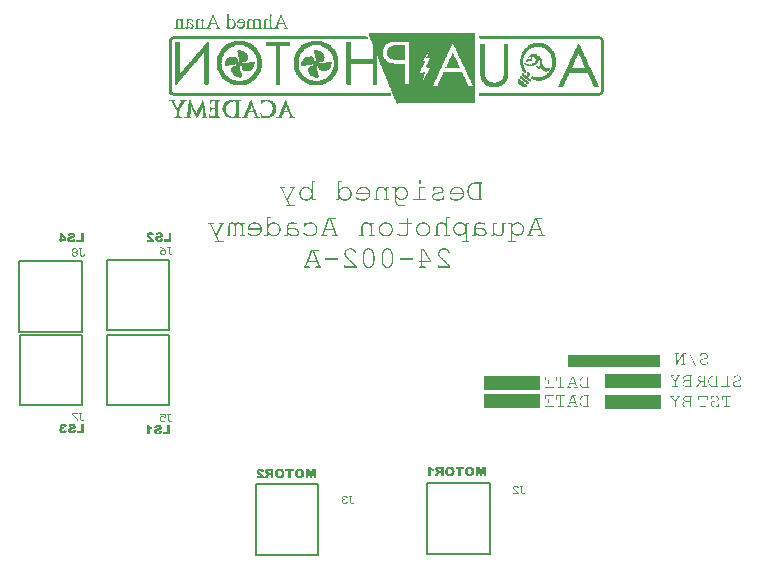
<source format=gbo>
G04*
G04 #@! TF.GenerationSoftware,Altium Limited,Altium Designer,23.9.2 (47)*
G04*
G04 Layer_Color=32896*
%FSLAX44Y44*%
%MOMM*%
G71*
G04*
G04 #@! TF.SameCoordinates,B0C4C809-8F89-4942-82D6-759F1D8726B9*
G04*
G04*
G04 #@! TF.FilePolarity,Positive*
G04*
G01*
G75*
%ADD10C,0.2000*%
%ADD13C,0.1000*%
%ADD98R,4.7000X1.1500*%
%ADD99R,4.7000X1.1500*%
%ADD100R,7.9000X1.1000*%
G36*
X-12889Y44521D02*
X-12415D01*
Y44047D01*
X-11941D01*
Y43098D01*
X-11466D01*
Y42623D01*
X-12889D01*
Y42149D01*
X-54160D01*
Y42623D01*
X-55583D01*
Y42149D01*
X-57955D01*
Y42623D01*
X-60327D01*
Y42149D01*
X-119149D01*
Y42623D01*
X-119624D01*
Y42149D01*
X-122944D01*
Y42623D01*
X-124368D01*
Y42149D01*
X-177023D01*
Y41675D01*
X-177498D01*
Y40726D01*
X-177972D01*
Y-1494D01*
X-177498D01*
Y-2442D01*
X-177023D01*
Y-2917D01*
X-176074D01*
Y-3391D01*
X7509D01*
Y-5763D01*
X-177023D01*
Y-5289D01*
X-177972D01*
Y-4814D01*
X-178921D01*
Y-4340D01*
X-179395D01*
Y-3865D01*
X-179869D01*
Y-2442D01*
X-180344D01*
Y41675D01*
X-179869D01*
Y42623D01*
X-179395D01*
Y43572D01*
X-178446D01*
Y44047D01*
X-177972D01*
Y44521D01*
X-177023D01*
Y44995D01*
X-12889D01*
Y44521D01*
D02*
G37*
G36*
X124679Y26020D02*
X124205D01*
Y26969D01*
X124679D01*
Y26020D01*
D02*
G37*
G36*
X78665Y47367D02*
X79139D01*
Y-11455D01*
X78665D01*
Y-11930D01*
X13676D01*
Y-12404D01*
X13201D01*
Y-11930D01*
X12253D01*
Y-10981D01*
X11778D01*
Y-9558D01*
X11304D01*
Y-8609D01*
X10829D01*
Y-7660D01*
X10355D01*
Y-6237D01*
X9881D01*
Y-5289D01*
X9406D01*
Y-3865D01*
X8932D01*
Y-2917D01*
X8457D01*
Y-1494D01*
X7983D01*
Y-545D01*
X7509D01*
Y878D01*
X7034D01*
Y1827D01*
X6560D01*
Y2776D01*
X6086D01*
Y4199D01*
X5611D01*
Y5622D01*
X5137D01*
Y6571D01*
X4663D01*
Y7520D01*
X4188D01*
Y8943D01*
X3714D01*
Y9891D01*
X3239D01*
Y11315D01*
X2765D01*
Y12738D01*
X2291D01*
Y13686D01*
X1816D01*
Y14635D01*
X1342D01*
Y16058D01*
X868D01*
Y17007D01*
X393D01*
Y18430D01*
X-81D01*
Y19379D01*
X-556D01*
Y20802D01*
X-1030D01*
Y21751D01*
X-1504D01*
Y23174D01*
X-1979D01*
Y24123D01*
X-2453D01*
Y25071D01*
X-2928D01*
Y26495D01*
X-3402D01*
Y27918D01*
X-3876D01*
Y3725D01*
X-7671D01*
Y4199D01*
X-8146D01*
Y4673D01*
X-7671D01*
Y21277D01*
X-25698D01*
Y4199D01*
X-26172D01*
Y3725D01*
X-29492D01*
Y4199D01*
X-29967D01*
Y39777D01*
X-29492D01*
Y40251D01*
X-25698D01*
Y25071D01*
X-7671D01*
Y32187D01*
X-8146D01*
Y32661D01*
X-7671D01*
Y35982D01*
X-7197D01*
Y36931D01*
X-7671D01*
Y38354D01*
X-8146D01*
Y39303D01*
X-8620D01*
Y40726D01*
X-9094D01*
Y41675D01*
X-9569D01*
Y42623D01*
X-10043D01*
Y44047D01*
X-10517D01*
Y45470D01*
X-10992D01*
Y47842D01*
X78665D01*
Y47367D01*
D02*
G37*
G36*
X127526Y18430D02*
X126577D01*
Y18905D01*
X127526D01*
Y18430D01*
D02*
G37*
G36*
X128949Y17481D02*
X128474D01*
Y17956D01*
X128949D01*
Y17481D01*
D02*
G37*
G36*
X136064Y14635D02*
X135590D01*
Y15110D01*
X136064D01*
Y14635D01*
D02*
G37*
G36*
X135590Y14161D02*
X135116D01*
Y14635D01*
X135590D01*
Y14161D01*
D02*
G37*
G36*
X-146189Y4199D02*
X-146663D01*
Y3725D01*
X-149984D01*
Y4199D01*
X-150458D01*
Y30290D01*
X-150933D01*
Y29815D01*
X-151407D01*
Y29341D01*
X-151881D01*
Y28392D01*
X-152830D01*
Y27443D01*
X-153304D01*
Y26969D01*
X-153779D01*
Y26495D01*
X-154253D01*
Y26020D01*
X-154727D01*
Y25546D01*
X-155202D01*
Y25071D01*
X-155676D01*
Y24123D01*
X-156151D01*
Y23648D01*
X-156625D01*
Y23174D01*
X-157099D01*
Y22700D01*
X-157574D01*
Y22225D01*
X-158048D01*
Y21751D01*
X-158523D01*
Y20802D01*
X-159471D01*
Y19853D01*
X-159946D01*
Y19379D01*
X-160420D01*
Y18905D01*
X-160894D01*
Y18430D01*
X-161369D01*
Y17956D01*
X-161843D01*
Y17481D01*
X-162318D01*
Y17007D01*
X-162792D01*
Y16058D01*
X-163266D01*
Y15584D01*
X-163741D01*
Y15110D01*
X-164215D01*
Y14635D01*
X-164689D01*
Y14161D01*
X-165164D01*
Y13686D01*
X-165638D01*
Y12738D01*
X-166112D01*
Y12263D01*
X-166587D01*
Y11789D01*
X-167061D01*
Y11315D01*
X-167536D01*
Y10840D01*
X-168010D01*
Y10366D01*
X-168484D01*
Y9417D01*
X-168959D01*
Y8943D01*
X-169433D01*
Y8468D01*
X-169907D01*
Y7994D01*
X-170382D01*
Y7520D01*
X-170856D01*
Y7045D01*
X-171331D01*
Y6571D01*
X-171805D01*
Y5622D01*
X-172279D01*
Y5148D01*
X-172754D01*
Y4673D01*
X-173228D01*
Y4199D01*
X-173703D01*
Y3725D01*
X-174651D01*
Y40251D01*
X-170856D01*
Y13212D01*
X-170382D01*
Y13686D01*
X-169907D01*
Y14635D01*
X-169433D01*
Y15110D01*
X-168959D01*
Y15584D01*
X-168484D01*
Y16058D01*
X-168010D01*
Y16533D01*
X-167536D01*
Y17007D01*
X-167061D01*
Y17481D01*
X-166587D01*
Y18430D01*
X-166112D01*
Y18905D01*
X-165638D01*
Y19379D01*
X-165164D01*
Y19853D01*
X-164689D01*
Y20328D01*
X-164215D01*
Y20802D01*
X-163741D01*
Y21277D01*
X-163266D01*
Y22225D01*
X-162792D01*
Y22700D01*
X-162318D01*
Y23174D01*
X-161843D01*
Y23648D01*
X-161369D01*
Y24123D01*
X-160894D01*
Y24597D01*
X-160420D01*
Y25071D01*
X-159946D01*
Y26020D01*
X-159471D01*
Y26495D01*
X-158997D01*
Y26969D01*
X-158523D01*
Y27443D01*
X-158048D01*
Y27918D01*
X-157574D01*
Y28392D01*
X-157099D01*
Y29341D01*
X-156625D01*
Y29815D01*
X-156151D01*
Y30290D01*
X-155676D01*
Y30764D01*
X-155202D01*
Y31238D01*
X-154727D01*
Y31713D01*
X-154253D01*
Y32187D01*
X-153779D01*
Y33136D01*
X-153304D01*
Y33610D01*
X-152830D01*
Y34085D01*
X-152356D01*
Y34559D01*
X-151881D01*
Y35033D01*
X-151407D01*
Y35508D01*
X-150933D01*
Y36456D01*
X-150458D01*
Y36931D01*
X-149984D01*
Y37405D01*
X-149509D01*
Y37880D01*
X-149035D01*
Y38354D01*
X-148561D01*
Y38828D01*
X-148086D01*
Y39303D01*
X-147612D01*
Y40251D01*
X-146189D01*
Y4199D01*
D02*
G37*
G36*
X124679Y13686D02*
X125154D01*
Y13212D01*
X125628D01*
Y12263D01*
X125154D01*
Y10840D01*
X124679D01*
Y9891D01*
X124205D01*
Y9417D01*
X124679D01*
Y8943D01*
X125628D01*
Y8468D01*
X126103D01*
Y7520D01*
X126577D01*
Y7045D01*
X126103D01*
Y6097D01*
X125154D01*
Y6571D01*
X124679D01*
Y7045D01*
X123731D01*
Y7520D01*
X123256D01*
Y7994D01*
X122782D01*
Y8468D01*
X122308D01*
Y8943D01*
X121359D01*
Y9417D01*
X120884D01*
Y9891D01*
X120410D01*
Y10366D01*
X119936D01*
Y10840D01*
X118987D01*
Y11789D01*
X118512D01*
Y12738D01*
X118987D01*
Y13212D01*
X120410D01*
Y12738D01*
X120884D01*
Y12263D01*
X121359D01*
Y11789D01*
X121833D01*
Y11315D01*
X123256D01*
Y14161D01*
X124679D01*
Y13686D01*
D02*
G37*
G36*
X135116Y38828D02*
X137013D01*
Y38354D01*
X138436D01*
Y37880D01*
X139385D01*
Y37405D01*
X139859D01*
Y36931D01*
X140808D01*
Y36456D01*
X141283D01*
Y35982D01*
X142231D01*
Y35508D01*
X142706D01*
Y35033D01*
X143180D01*
Y34559D01*
X143654D01*
Y34085D01*
X144129D01*
Y33610D01*
X144603D01*
Y32661D01*
X145077D01*
Y32187D01*
X145552D01*
Y31238D01*
X146026D01*
Y30290D01*
X146501D01*
Y29341D01*
X146975D01*
Y27443D01*
X147449D01*
Y26020D01*
X147924D01*
Y20328D01*
X147449D01*
Y18430D01*
X146975D01*
Y17007D01*
X146501D01*
Y16058D01*
X146026D01*
Y15110D01*
X145552D01*
Y14161D01*
X145077D01*
Y13686D01*
X144603D01*
Y13212D01*
X144129D01*
Y12263D01*
X143654D01*
Y11789D01*
X143180D01*
Y11315D01*
X142706D01*
Y10840D01*
X142231D01*
Y10366D01*
X141757D01*
Y9891D01*
X141283D01*
Y9417D01*
X140334D01*
Y8943D01*
X139859D01*
Y8468D01*
X138436D01*
Y7994D01*
X137487D01*
Y7520D01*
X136064D01*
Y7045D01*
X130846D01*
Y7520D01*
X129423D01*
Y7994D01*
X128000D01*
Y8468D01*
X126577D01*
Y8943D01*
X126103D01*
Y9891D01*
X126577D01*
Y10366D01*
X127051D01*
Y10840D01*
X128474D01*
Y10366D01*
X130372D01*
Y9891D01*
X134641D01*
Y10366D01*
X136539D01*
Y10840D01*
X137487D01*
Y11315D01*
X138436D01*
Y11789D01*
X138911D01*
Y12263D01*
X139859D01*
Y12738D01*
X140334D01*
Y13212D01*
X140808D01*
Y13686D01*
X141283D01*
Y14161D01*
X141757D01*
Y15110D01*
X142231D01*
Y15584D01*
X142706D01*
Y16533D01*
X143180D01*
Y17481D01*
X143654D01*
Y18905D01*
X144129D01*
Y20328D01*
X144603D01*
Y25071D01*
X144129D01*
Y26495D01*
X143654D01*
Y27918D01*
X143180D01*
Y29341D01*
X142706D01*
Y29815D01*
X142231D01*
Y30764D01*
X141757D01*
Y31238D01*
X141283D01*
Y31713D01*
X140808D01*
Y32187D01*
X140334D01*
Y32661D01*
X139859D01*
Y33136D01*
X139385D01*
Y33610D01*
X138911D01*
Y34085D01*
X137962D01*
Y34559D01*
X137013D01*
Y35033D01*
X135590D01*
Y35508D01*
X128949D01*
Y35033D01*
X127526D01*
Y34559D01*
X126577D01*
Y34085D01*
X125628D01*
Y33610D01*
X124679D01*
Y33136D01*
X124205D01*
Y32661D01*
X123731D01*
Y32187D01*
X123256D01*
Y31713D01*
X122782D01*
Y31238D01*
X122308D01*
Y30290D01*
X121833D01*
Y29815D01*
X121359D01*
Y28867D01*
X120884D01*
Y27443D01*
X120410D01*
Y26020D01*
X119936D01*
Y22225D01*
X120410D01*
Y22700D01*
X120884D01*
Y22225D01*
X121359D01*
Y21751D01*
X122308D01*
Y21277D01*
X123731D01*
Y20802D01*
X124205D01*
Y21277D01*
X124679D01*
Y20802D01*
X125154D01*
Y21277D01*
X126577D01*
Y20802D01*
X127051D01*
Y21277D01*
X127526D01*
Y21751D01*
X128474D01*
Y22225D01*
X129897D01*
Y23648D01*
X130372D01*
Y25071D01*
X129897D01*
Y26020D01*
X129423D01*
Y26495D01*
X128949D01*
Y26969D01*
X128000D01*
Y27443D01*
X127526D01*
Y23648D01*
X126577D01*
Y23174D01*
X126103D01*
Y23648D01*
X125154D01*
Y24123D01*
X124679D01*
Y23648D01*
X123731D01*
Y23174D01*
X122308D01*
Y22700D01*
X121833D01*
Y23648D01*
X120884D01*
Y24123D01*
X122308D01*
Y24597D01*
X122782D01*
Y25071D01*
X123731D01*
Y25546D01*
X124205D01*
Y25071D01*
X125154D01*
Y25546D01*
X125628D01*
Y25071D01*
X126577D01*
Y26495D01*
X126103D01*
Y26969D01*
X125628D01*
Y26495D01*
X125154D01*
Y26969D01*
X124679D01*
Y28392D01*
X125628D01*
Y28867D01*
X126103D01*
Y29341D01*
X126577D01*
Y29815D01*
X128000D01*
Y30290D01*
X128474D01*
Y29815D01*
X130846D01*
Y29341D01*
X131321D01*
Y28867D01*
X131795D01*
Y28392D01*
X132744D01*
Y27918D01*
X133693D01*
Y26495D01*
X134641D01*
Y25546D01*
X134167D01*
Y25071D01*
X135590D01*
Y23174D01*
X136064D01*
Y21277D01*
X136539D01*
Y19379D01*
X137013D01*
Y18905D01*
X137962D01*
Y18430D01*
X138436D01*
Y17956D01*
X139859D01*
Y17481D01*
X142706D01*
Y17007D01*
X142231D01*
Y16533D01*
X141757D01*
Y15584D01*
X141283D01*
Y15110D01*
X140334D01*
Y14635D01*
X138436D01*
Y15110D01*
X137013D01*
Y15584D01*
X136539D01*
Y16058D01*
X136064D01*
Y16533D01*
X135590D01*
Y17007D01*
X135116D01*
Y17481D01*
X134641D01*
Y17956D01*
X134167D01*
Y17481D01*
X133693D01*
Y17007D01*
X132744D01*
Y17481D01*
X131795D01*
Y17956D01*
X131321D01*
Y18430D01*
X131795D01*
Y18905D01*
X130846D01*
Y19853D01*
X132744D01*
Y18905D01*
X133218D01*
Y19379D01*
X133693D01*
Y24597D01*
X133218D01*
Y23648D01*
X132744D01*
Y22700D01*
X132269D01*
Y22225D01*
X131795D01*
Y21277D01*
X130846D01*
Y20802D01*
X129897D01*
Y20328D01*
X128949D01*
Y19853D01*
X123256D01*
Y20328D01*
X121833D01*
Y20802D01*
X121359D01*
Y21277D01*
X120410D01*
Y21751D01*
X119936D01*
Y20328D01*
X120410D01*
Y18430D01*
X120884D01*
Y17481D01*
X121359D01*
Y16533D01*
X121833D01*
Y16058D01*
X122308D01*
Y13686D01*
X120410D01*
Y14161D01*
X119936D01*
Y15110D01*
X119461D01*
Y15584D01*
X118987D01*
Y16533D01*
X118512D01*
Y17956D01*
X118038D01*
Y18905D01*
X117564D01*
Y20802D01*
X117089D01*
Y25546D01*
X117564D01*
Y27443D01*
X118038D01*
Y28867D01*
X118512D01*
Y30290D01*
X118987D01*
Y31238D01*
X119461D01*
Y32187D01*
X119936D01*
Y32661D01*
X120410D01*
Y33136D01*
X120884D01*
Y33610D01*
X121359D01*
Y34559D01*
X121833D01*
Y35033D01*
X122782D01*
Y35508D01*
X123256D01*
Y35982D01*
X123731D01*
Y36456D01*
X124205D01*
Y36931D01*
X125154D01*
Y37405D01*
X125628D01*
Y37880D01*
X127051D01*
Y38354D01*
X128000D01*
Y38828D01*
X129897D01*
Y39303D01*
X135116D01*
Y38828D01*
D02*
G37*
G36*
X107602Y37880D02*
X107128D01*
Y37405D01*
X107602D01*
Y36931D01*
X107128D01*
Y9891D01*
X106653D01*
Y8468D01*
X106179D01*
Y7045D01*
X105704D01*
Y6571D01*
X105230D01*
Y5622D01*
X104756D01*
Y5148D01*
X104281D01*
Y4673D01*
X103807D01*
Y4199D01*
X102858D01*
Y3725D01*
X102384D01*
Y3250D01*
X101909D01*
Y2776D01*
X100961D01*
Y2301D01*
X99537D01*
Y1827D01*
X97640D01*
Y1353D01*
X92422D01*
Y1827D01*
X90999D01*
Y2301D01*
X89576D01*
Y2776D01*
X88627D01*
Y3250D01*
X88153D01*
Y3725D01*
X87678D01*
Y4199D01*
X87204D01*
Y4673D01*
X86729D01*
Y5148D01*
X86255D01*
Y5622D01*
X85781D01*
Y6097D01*
X85306D01*
Y7045D01*
X84832D01*
Y7520D01*
X84358D01*
Y8943D01*
X83883D01*
Y11315D01*
X83409D01*
Y22225D01*
Y22700D01*
Y38354D01*
X87204D01*
Y11315D01*
X87678D01*
Y9891D01*
X88153D01*
Y8943D01*
X88627D01*
Y8468D01*
X89101D01*
Y7520D01*
X90050D01*
Y7045D01*
X90524D01*
Y6571D01*
X90999D01*
Y6097D01*
X91947D01*
Y5622D01*
X93845D01*
Y5148D01*
X96691D01*
Y5622D01*
X98114D01*
Y6097D01*
X99537D01*
Y6571D01*
X100012D01*
Y7045D01*
X100961D01*
Y7520D01*
X101435D01*
Y7994D01*
X101909D01*
Y8468D01*
X102384D01*
Y9417D01*
X102858D01*
Y11315D01*
X103333D01*
Y38354D01*
X107602D01*
Y37880D01*
D02*
G37*
G36*
X118512Y10366D02*
X119461D01*
Y9891D01*
X119936D01*
Y9417D01*
X120410D01*
Y8943D01*
X120884D01*
Y8468D01*
X121359D01*
Y7994D01*
X121833D01*
Y7520D01*
X122782D01*
Y7045D01*
X123256D01*
Y6571D01*
X123731D01*
Y6097D01*
X124205D01*
Y5622D01*
X124679D01*
Y4199D01*
X124205D01*
Y3725D01*
X123731D01*
Y4199D01*
X122782D01*
Y4673D01*
X122308D01*
Y5148D01*
X121833D01*
Y5622D01*
X120884D01*
Y6571D01*
X119936D01*
Y7045D01*
X119461D01*
Y7520D01*
X118987D01*
Y7994D01*
X118512D01*
Y8468D01*
X118038D01*
Y8943D01*
X117089D01*
Y10840D01*
X118512D01*
Y10366D01*
D02*
G37*
G36*
X-77879Y36456D02*
X-85943D01*
Y4199D01*
X-86418D01*
Y3725D01*
X-89738D01*
Y36456D01*
X-98277D01*
Y37405D01*
X-97802D01*
Y37880D01*
X-98277D01*
Y38828D01*
X-97802D01*
Y39303D01*
X-98277D01*
Y39777D01*
X-97802D01*
Y40251D01*
X-77879D01*
Y36456D01*
D02*
G37*
G36*
X-50839Y40251D02*
X-49416D01*
Y39777D01*
X-48467D01*
Y39303D01*
X-47044D01*
Y38828D01*
X-46096D01*
Y38354D01*
X-45621D01*
Y37880D01*
X-44672D01*
Y37405D01*
X-43724D01*
Y36931D01*
X-43249D01*
Y36456D01*
X-42775D01*
Y35982D01*
X-42301D01*
Y35508D01*
X-41826D01*
Y35033D01*
X-41352D01*
Y34559D01*
X-40877D01*
Y34085D01*
X-40403D01*
Y33610D01*
X-39929D01*
Y32661D01*
X-39454D01*
Y32187D01*
X-38980D01*
Y31238D01*
X-38506D01*
Y30290D01*
X-38031D01*
Y28867D01*
X-37557D01*
Y27918D01*
X-37083D01*
Y26020D01*
X-36608D01*
Y17956D01*
X-37083D01*
Y15584D01*
X-37557D01*
Y14635D01*
X-38031D01*
Y13686D01*
X-38506D01*
Y12738D01*
X-38980D01*
Y11789D01*
X-39454D01*
Y11315D01*
X-39929D01*
Y10840D01*
X-40403D01*
Y9891D01*
X-40877D01*
Y9417D01*
X-41352D01*
Y8943D01*
X-41826D01*
Y8468D01*
X-42301D01*
Y7994D01*
X-42775D01*
Y7520D01*
X-43249D01*
Y7045D01*
X-44198D01*
Y6571D01*
X-44672D01*
Y6097D01*
X-45621D01*
Y5622D01*
X-46096D01*
Y5148D01*
X-47044D01*
Y4673D01*
X-48467D01*
Y4199D01*
X-49416D01*
Y3725D01*
X-51788D01*
Y3250D01*
X-58904D01*
Y3725D01*
X-61276D01*
Y4199D01*
X-62699D01*
Y4673D01*
X-63647D01*
Y5148D01*
X-64596D01*
Y5622D01*
X-65545D01*
Y6097D01*
X-66019D01*
Y6571D01*
X-66968D01*
Y7045D01*
X-67442D01*
Y7520D01*
X-67917D01*
Y7994D01*
X-68391D01*
Y8468D01*
X-69340D01*
Y9417D01*
X-69814D01*
Y9891D01*
X-70289D01*
Y10366D01*
X-70763D01*
Y10840D01*
X-71238D01*
Y11789D01*
X-71712D01*
Y12263D01*
X-72186D01*
Y13212D01*
X-72661D01*
Y14161D01*
X-73135D01*
Y15110D01*
X-73609D01*
Y16533D01*
X-74084D01*
Y19379D01*
X-74558D01*
Y24597D01*
X-74084D01*
Y27443D01*
X-73609D01*
Y28867D01*
X-73135D01*
Y29815D01*
X-72661D01*
Y30764D01*
X-72186D01*
Y31713D01*
X-71712D01*
Y32661D01*
X-71238D01*
Y33136D01*
X-70763D01*
Y33610D01*
X-70289D01*
Y34559D01*
X-69814D01*
Y35033D01*
X-69340D01*
Y35508D01*
X-68866D01*
Y35982D01*
X-67917D01*
Y36931D01*
X-66968D01*
Y37405D01*
X-66494D01*
Y37880D01*
X-65545D01*
Y38354D01*
X-65071D01*
Y38828D01*
X-64122D01*
Y39303D01*
X-62699D01*
Y39777D01*
X-61750D01*
Y40251D01*
X-59852D01*
Y40726D01*
X-50839D01*
Y40251D01*
D02*
G37*
G36*
X-115829D02*
X-114406D01*
Y39777D01*
X-112983D01*
Y39303D01*
X-112034D01*
Y38828D01*
X-111085D01*
Y38354D01*
X-110611D01*
Y37880D01*
X-109662D01*
Y37405D01*
X-108713D01*
Y36931D01*
X-108239D01*
Y36456D01*
X-107764D01*
Y35982D01*
X-107290D01*
Y35508D01*
X-106816D01*
Y35033D01*
X-106341D01*
Y34559D01*
X-105867D01*
Y34085D01*
X-105393D01*
Y33136D01*
X-104918D01*
Y32661D01*
X-104444D01*
Y31713D01*
X-103969D01*
Y31238D01*
X-103495D01*
Y30290D01*
X-103021D01*
Y28867D01*
X-102546D01*
Y27918D01*
X-102072D01*
Y25546D01*
X-101597D01*
Y17956D01*
X-102072D01*
Y16058D01*
X-102546D01*
Y14635D01*
X-103021D01*
Y13686D01*
X-103495D01*
Y12738D01*
X-103969D01*
Y11789D01*
X-104444D01*
Y11315D01*
X-104918D01*
Y10840D01*
X-105393D01*
Y9891D01*
X-105867D01*
Y9417D01*
X-106341D01*
Y8943D01*
X-106816D01*
Y8468D01*
X-107290D01*
Y7994D01*
X-107764D01*
Y7520D01*
X-108239D01*
Y7045D01*
X-109187D01*
Y6571D01*
X-109662D01*
Y6097D01*
X-110611D01*
Y5622D01*
X-111085D01*
Y5148D01*
X-112034D01*
Y4673D01*
X-113457D01*
Y4199D01*
X-114406D01*
Y3725D01*
X-117252D01*
Y3250D01*
X-124368D01*
Y3725D01*
X-126265D01*
Y4199D01*
X-127688D01*
Y4673D01*
X-128637D01*
Y5148D01*
X-129586D01*
Y5622D01*
X-130534D01*
Y6097D01*
X-131009D01*
Y6571D01*
X-131958D01*
Y7045D01*
X-132432D01*
Y7520D01*
X-132906D01*
Y7994D01*
X-133381D01*
Y8468D01*
X-134329D01*
Y8943D01*
X-134804D01*
Y9891D01*
X-135278D01*
Y10366D01*
X-135752D01*
Y10840D01*
X-136227D01*
Y11789D01*
X-136701D01*
Y12263D01*
X-137176D01*
Y13212D01*
X-137650D01*
Y14161D01*
X-138124D01*
Y15110D01*
X-138599D01*
Y16533D01*
X-139073D01*
Y19379D01*
X-139548D01*
Y25071D01*
X-139073D01*
Y27918D01*
X-138599D01*
Y28867D01*
X-138124D01*
Y29815D01*
X-137650D01*
Y30764D01*
X-137176D01*
Y31713D01*
X-136701D01*
Y32661D01*
X-136227D01*
Y33136D01*
X-135752D01*
Y33610D01*
X-135278D01*
Y34559D01*
X-134804D01*
Y35033D01*
X-134329D01*
Y35508D01*
X-133855D01*
Y35982D01*
X-133381D01*
Y36456D01*
X-132432D01*
Y36931D01*
X-131958D01*
Y37405D01*
X-131483D01*
Y37880D01*
X-130534D01*
Y38354D01*
X-130060D01*
Y38828D01*
X-129111D01*
Y39303D01*
X-127688D01*
Y39777D01*
X-126739D01*
Y40251D01*
X-124842D01*
Y40726D01*
X-115829D01*
Y40251D01*
D02*
G37*
G36*
X167373Y37405D02*
X167847D01*
Y36456D01*
X168322D01*
Y35033D01*
X168796D01*
Y34085D01*
X169271D01*
Y33136D01*
X169745D01*
Y32187D01*
X170219D01*
Y31238D01*
X170694D01*
Y30290D01*
X171168D01*
Y29341D01*
X171642D01*
Y27918D01*
X172117D01*
Y26969D01*
X172591D01*
Y26020D01*
X173066D01*
Y25071D01*
X173540D01*
Y24123D01*
X174014D01*
Y23174D01*
X174489D01*
Y22225D01*
X174963D01*
Y20802D01*
X175438D01*
Y19853D01*
X175912D01*
Y18905D01*
X176386D01*
Y17956D01*
X176861D01*
Y17007D01*
X177335D01*
Y16058D01*
X177809D01*
Y15110D01*
X178284D01*
Y14161D01*
X178758D01*
Y12738D01*
X179233D01*
Y11789D01*
X179707D01*
Y10840D01*
X180181D01*
Y9891D01*
X180656D01*
Y8943D01*
X181130D01*
Y7994D01*
X181604D01*
Y6571D01*
X182079D01*
Y6097D01*
X182553D01*
Y5148D01*
X183027D01*
Y3725D01*
X183502D01*
Y2776D01*
X183976D01*
Y1827D01*
X179707D01*
Y2776D01*
X179233D01*
Y3725D01*
X178758D01*
Y4673D01*
X178284D01*
Y5622D01*
X177809D01*
Y7045D01*
X177335D01*
Y7994D01*
X176861D01*
Y8943D01*
X176386D01*
Y9891D01*
X175912D01*
Y10840D01*
X175438D01*
Y11789D01*
X174963D01*
Y12738D01*
X174489D01*
Y13686D01*
X158834D01*
Y12738D01*
X158360D01*
Y11315D01*
X157886D01*
Y10840D01*
X157411D01*
Y9891D01*
X156937D01*
Y8468D01*
X156462D01*
Y7520D01*
X155988D01*
Y6571D01*
X155514D01*
Y5622D01*
X155039D01*
Y4673D01*
X154565D01*
Y3725D01*
X154091D01*
Y2776D01*
X153616D01*
Y1827D01*
X149347D01*
Y2301D01*
X149821D01*
Y3250D01*
X150296D01*
Y4673D01*
X150770D01*
Y5622D01*
X151244D01*
Y6571D01*
X151719D01*
Y7520D01*
X152193D01*
Y8943D01*
X152668D01*
Y9417D01*
X153142D01*
Y10840D01*
X153616D01*
Y11789D01*
X154091D01*
Y12738D01*
X154565D01*
Y13686D01*
X155039D01*
Y14635D01*
X155514D01*
Y15584D01*
X155988D01*
Y17007D01*
X156462D01*
Y17956D01*
X156937D01*
Y18905D01*
X157411D01*
Y19853D01*
X157886D01*
Y20802D01*
X158360D01*
Y22225D01*
X158834D01*
Y23174D01*
X159309D01*
Y24123D01*
X159783D01*
Y24597D01*
Y25071D01*
X160257D01*
Y26020D01*
X160732D01*
Y26969D01*
X161206D01*
Y27918D01*
X161681D01*
Y28867D01*
X162155D01*
Y29815D01*
X162629D01*
Y30764D01*
X163104D01*
Y32187D01*
X163578D01*
Y33136D01*
X164053D01*
Y34085D01*
X164527D01*
Y35033D01*
X165001D01*
Y36456D01*
X165476D01*
Y37405D01*
X165950D01*
Y37880D01*
X167373D01*
Y37405D01*
D02*
G37*
G36*
X116615Y8468D02*
X117089D01*
Y7994D01*
X117564D01*
Y7520D01*
X118038D01*
Y7045D01*
X118987D01*
Y6571D01*
X119461D01*
Y6097D01*
X119936D01*
Y5622D01*
X120410D01*
Y5148D01*
X120884D01*
Y4673D01*
X121833D01*
Y4199D01*
X122308D01*
Y3725D01*
X122782D01*
Y3250D01*
X123256D01*
Y2301D01*
X122782D01*
Y1827D01*
X121359D01*
Y1353D01*
X119461D01*
Y1827D01*
X118987D01*
Y2301D01*
X118038D01*
Y2776D01*
X117564D01*
Y3250D01*
X117089D01*
Y3725D01*
X116615D01*
Y4199D01*
X116141D01*
Y4673D01*
X115666D01*
Y5148D01*
X115192D01*
Y6097D01*
X115666D01*
Y7045D01*
X115192D01*
Y8468D01*
X115666D01*
Y8943D01*
X116615D01*
Y8468D01*
D02*
G37*
G36*
X184451Y44521D02*
X185874D01*
Y44047D01*
X186348D01*
Y43572D01*
X186822D01*
Y43098D01*
X187297D01*
Y42623D01*
X187771D01*
Y41675D01*
X188246D01*
Y-2442D01*
X187771D01*
Y-3391D01*
X187297D01*
Y-4340D01*
X186822D01*
Y-4814D01*
X185874D01*
Y-5289D01*
X184925D01*
Y-5763D01*
X81986D01*
Y-3391D01*
X183976D01*
Y-2917D01*
X184925D01*
Y-2442D01*
X185399D01*
Y-1494D01*
X185874D01*
Y40726D01*
X185399D01*
Y41675D01*
X184925D01*
Y42149D01*
X183027D01*
Y42623D01*
X182079D01*
Y42149D01*
X181130D01*
Y42623D01*
X180656D01*
Y42149D01*
X131321D01*
Y42623D01*
X127526D01*
Y42149D01*
X85781D01*
Y42623D01*
X85306D01*
Y42149D01*
X84832D01*
Y42623D01*
X82934D01*
Y43098D01*
X82460D01*
Y43572D01*
X81986D01*
Y44995D01*
X184451D01*
Y44521D01*
D02*
G37*
G36*
X-136701Y-10032D02*
X-138124D01*
Y-10981D01*
X-138599D01*
Y-19520D01*
Y-19994D01*
Y-22366D01*
X-138124D01*
Y-23789D01*
X-136701D01*
Y-24264D01*
X-146189D01*
Y-21417D01*
X-145714D01*
Y-22366D01*
X-145240D01*
Y-22840D01*
X-141445D01*
Y-22366D01*
X-140971D01*
Y-17148D01*
X-143817D01*
Y-17622D01*
X-144291D01*
Y-18097D01*
X-144766D01*
Y-19045D01*
X-145240D01*
Y-17148D01*
X-145714D01*
Y-15250D01*
X-144766D01*
Y-15725D01*
X-144291D01*
Y-16199D01*
X-140971D01*
Y-10507D01*
X-143817D01*
Y-10981D01*
X-144766D01*
Y-12404D01*
X-145240D01*
Y-11455D01*
X-145714D01*
Y-9558D01*
X-136701D01*
Y-10032D01*
D02*
G37*
G36*
X-165164D02*
X-166112D01*
Y-10507D01*
X-166587D01*
Y-10981D01*
X-167061D01*
Y-11455D01*
X-167536D01*
Y-12404D01*
X-168010D01*
Y-12879D01*
X-168484D01*
Y-13827D01*
X-168959D01*
Y-14776D01*
X-169433D01*
Y-15250D01*
X-169907D01*
Y-16199D01*
X-170382D01*
Y-17148D01*
X-170856D01*
Y-18571D01*
X-171331D01*
Y-22840D01*
X-170856D01*
Y-23789D01*
X-169433D01*
Y-24264D01*
X-176074D01*
Y-23789D01*
X-174177D01*
Y-22840D01*
X-173703D01*
Y-18097D01*
X-174177D01*
Y-16674D01*
X-174651D01*
Y-15725D01*
X-175126D01*
Y-15250D01*
X-175600D01*
Y-14302D01*
X-176074D01*
Y-13353D01*
X-176549D01*
Y-12404D01*
X-177023D01*
Y-11930D01*
X-177498D01*
Y-10981D01*
X-177972D01*
Y-10507D01*
X-178921D01*
Y-10032D01*
X-179869D01*
Y-9558D01*
X-175126D01*
Y-10032D01*
X-176074D01*
Y-10981D01*
X-175600D01*
Y-11930D01*
X-175126D01*
Y-12879D01*
X-174651D01*
Y-13827D01*
X-174177D01*
Y-14776D01*
X-173703D01*
Y-15250D01*
X-173228D01*
Y-16199D01*
X-172754D01*
Y-15725D01*
X-172279D01*
Y-14776D01*
X-171805D01*
Y-13827D01*
X-171331D01*
Y-12879D01*
X-170856D01*
Y-11930D01*
X-170382D01*
Y-11455D01*
X-169907D01*
Y-10981D01*
Y-10507D01*
Y-10032D01*
X-170382D01*
Y-9558D01*
X-165164D01*
Y-10032D01*
D02*
G37*
G36*
X-150933Y-10981D02*
X-150458D01*
Y-14302D01*
X-149984D01*
Y-17148D01*
X-149509D01*
Y-20468D01*
X-149035D01*
Y-23315D01*
X-148561D01*
Y-23789D01*
X-147612D01*
Y-24264D01*
X-152356D01*
Y-23789D01*
X-150933D01*
Y-19045D01*
X-151407D01*
Y-15725D01*
X-151881D01*
Y-16199D01*
X-152356D01*
Y-17622D01*
X-152830D01*
Y-18097D01*
X-153304D01*
Y-19520D01*
X-153779D01*
Y-20468D01*
X-154253D01*
Y-21417D01*
X-154727D01*
Y-22366D01*
X-155202D01*
Y-23315D01*
X-155676D01*
Y-23789D01*
X-156151D01*
Y-24264D01*
X-157099D01*
Y-23315D01*
X-157574D01*
Y-22366D01*
X-158048D01*
Y-21417D01*
X-158523D01*
Y-20468D01*
X-158997D01*
Y-19520D01*
X-159471D01*
Y-18097D01*
X-159946D01*
Y-17622D01*
X-160420D01*
Y-16199D01*
X-160894D01*
Y-15250D01*
X-161369D01*
Y-18097D01*
X-161843D01*
Y-21417D01*
X-162318D01*
Y-23789D01*
X-161843D01*
Y-24264D01*
X-167061D01*
Y-23789D01*
X-165638D01*
Y-23315D01*
X-165164D01*
Y-22366D01*
X-164689D01*
Y-19045D01*
X-164215D01*
Y-16199D01*
X-163741D01*
Y-12879D01*
X-163266D01*
Y-9558D01*
X-161843D01*
Y-10981D01*
X-161369D01*
Y-11930D01*
X-160894D01*
Y-12879D01*
X-160420D01*
Y-13827D01*
X-159946D01*
Y-14776D01*
X-159471D01*
Y-15725D01*
X-158997D01*
Y-16674D01*
X-158523D01*
Y-17622D01*
X-158048D01*
Y-18571D01*
X-157574D01*
Y-19520D01*
X-157099D01*
Y-19994D01*
X-156625D01*
Y-19045D01*
X-156151D01*
Y-18097D01*
X-155676D01*
Y-17148D01*
X-155202D01*
Y-16199D01*
X-154727D01*
Y-15250D01*
X-154253D01*
Y-13827D01*
X-153779D01*
Y-13353D01*
X-153304D01*
Y-12404D01*
X-152830D01*
Y-11455D01*
X-152356D01*
Y-10507D01*
X-151881D01*
Y-9558D01*
X-150933D01*
Y-10981D01*
D02*
G37*
G36*
X-94482Y-10032D02*
X-93059D01*
Y-10507D01*
X-92110D01*
Y-10981D01*
X-91636D01*
Y-11455D01*
X-91161D01*
Y-11930D01*
X-90687D01*
Y-12879D01*
X-90212D01*
Y-13353D01*
X-89738D01*
Y-14776D01*
X-89264D01*
Y-19045D01*
X-89738D01*
Y-20468D01*
X-90212D01*
Y-20943D01*
X-90687D01*
Y-21417D01*
X-91161D01*
Y-22366D01*
X-91636D01*
Y-22840D01*
X-92584D01*
Y-23315D01*
X-93533D01*
Y-23789D01*
X-94956D01*
Y-24264D01*
X-102072D01*
Y-23789D01*
X-102546D01*
Y-21417D01*
X-103021D01*
Y-20468D01*
X-102072D01*
Y-21417D01*
X-101597D01*
Y-22366D01*
X-100649D01*
Y-22840D01*
X-95905D01*
Y-22366D01*
X-94956D01*
Y-21892D01*
X-94482D01*
Y-21417D01*
X-94008D01*
Y-20943D01*
X-93533D01*
Y-19994D01*
X-93059D01*
Y-19520D01*
X-92584D01*
Y-17622D01*
X-92110D01*
Y-15250D01*
X-92584D01*
Y-13353D01*
X-93059D01*
Y-12404D01*
X-93533D01*
Y-11930D01*
X-94008D01*
Y-11455D01*
X-94956D01*
Y-10981D01*
X-96379D01*
Y-10507D01*
X-98751D01*
Y-10981D01*
X-100174D01*
Y-11455D01*
X-101123D01*
Y-11930D01*
X-101597D01*
Y-12879D01*
X-102072D01*
Y-13827D01*
X-102546D01*
Y-10507D01*
X-103021D01*
Y-10032D01*
X-102072D01*
Y-9558D01*
X-94482D01*
Y-10032D01*
D02*
G37*
G36*
X-80725Y-10507D02*
X-80251D01*
Y-11930D01*
X-79776D01*
Y-13353D01*
X-79302D01*
Y-14302D01*
X-78828D01*
Y-15250D01*
X-78353D01*
Y-16674D01*
X-77879D01*
Y-17622D01*
X-77404D01*
Y-19045D01*
X-76930D01*
Y-20468D01*
X-76456D01*
Y-21417D01*
X-75981D01*
Y-22366D01*
X-75507D01*
Y-23315D01*
X-74558D01*
Y-23789D01*
X-73609D01*
Y-24264D01*
X-78828D01*
Y-23789D01*
X-77404D01*
Y-22366D01*
X-77879D01*
Y-21417D01*
X-78353D01*
Y-19994D01*
X-78828D01*
Y-19520D01*
X-83097D01*
Y-20943D01*
X-83571D01*
Y-21892D01*
X-84046D01*
Y-23315D01*
X-84520D01*
Y-23789D01*
X-84046D01*
Y-24264D01*
X-89264D01*
Y-23789D01*
X-87841D01*
Y-23315D01*
X-87366D01*
Y-22366D01*
X-86892D01*
Y-21892D01*
X-86418D01*
Y-20468D01*
X-85943D01*
Y-19045D01*
X-85469D01*
Y-18097D01*
X-84994D01*
Y-17148D01*
X-84520D01*
Y-15725D01*
X-84046D01*
Y-14776D01*
X-83571D01*
Y-13353D01*
X-83097D01*
Y-12404D01*
X-82622D01*
Y-10981D01*
X-82148D01*
Y-10032D01*
X-81674D01*
Y-9558D01*
X-80725D01*
Y-10507D01*
D02*
G37*
G36*
X-110136D02*
X-109662D01*
Y-11930D01*
X-109187D01*
Y-12879D01*
X-108713D01*
Y-14302D01*
X-108239D01*
Y-15250D01*
X-107764D01*
Y-16674D01*
X-107290D01*
Y-17622D01*
X-106816D01*
Y-19045D01*
X-106341D01*
Y-19994D01*
X-105867D01*
Y-21417D01*
X-105393D01*
Y-22366D01*
X-104918D01*
Y-23315D01*
X-104444D01*
Y-23789D01*
X-103021D01*
Y-24264D01*
X-108239D01*
Y-23789D01*
X-106816D01*
Y-22366D01*
X-107290D01*
Y-21417D01*
X-107764D01*
Y-19994D01*
X-108239D01*
Y-19520D01*
X-112508D01*
Y-20468D01*
X-112983D01*
Y-21892D01*
X-113457D01*
Y-22840D01*
X-113931D01*
Y-23789D01*
X-113457D01*
Y-24264D01*
X-118675D01*
Y-23789D01*
X-117252D01*
Y-23315D01*
X-116777D01*
Y-22840D01*
X-116303D01*
Y-21892D01*
X-115829D01*
Y-20468D01*
X-115354D01*
Y-19520D01*
X-114880D01*
Y-19045D01*
Y-18097D01*
X-114406D01*
Y-17148D01*
X-113931D01*
Y-15725D01*
X-113457D01*
Y-14776D01*
X-112983D01*
Y-13353D01*
X-112508D01*
Y-11930D01*
X-112034D01*
Y-10981D01*
X-111559D01*
Y-10032D01*
X-111085D01*
Y-9558D01*
X-110136D01*
Y-10507D01*
D02*
G37*
G36*
X-119149Y-10032D02*
X-120573D01*
Y-10981D01*
X-121047D01*
Y-11455D01*
Y-11930D01*
Y-22366D01*
X-120573D01*
Y-23789D01*
X-119149D01*
Y-24264D01*
X-123419D01*
Y-24738D01*
X-124368D01*
Y-24264D01*
X-129111D01*
Y-23789D01*
X-130534D01*
Y-23315D01*
X-131483D01*
Y-22840D01*
X-131958D01*
Y-22366D01*
X-132432D01*
Y-21892D01*
X-132906D01*
Y-21417D01*
X-133381D01*
Y-20943D01*
X-133855D01*
Y-19520D01*
X-134329D01*
Y-17622D01*
X-134804D01*
Y-15725D01*
X-134329D01*
Y-13827D01*
X-133855D01*
Y-12404D01*
X-133381D01*
Y-11930D01*
X-132906D01*
Y-11455D01*
X-132432D01*
Y-10981D01*
X-131958D01*
Y-10507D01*
X-131009D01*
Y-10032D01*
X-129586D01*
Y-9558D01*
X-119149D01*
Y-10032D01*
D02*
G37*
G36*
X53129Y-134681D02*
X53568Y-134740D01*
X53978Y-134857D01*
X54330Y-134945D01*
X54652Y-135062D01*
X54886Y-135179D01*
X55032Y-135238D01*
X55091Y-135267D01*
X55501Y-135501D01*
X55882Y-135794D01*
X56204Y-136058D01*
X56467Y-136321D01*
X56702Y-136556D01*
X56848Y-136761D01*
X56936Y-136878D01*
X56965Y-136936D01*
X57200Y-137317D01*
X57346Y-137639D01*
X57463Y-137932D01*
X57551Y-138166D01*
X57610Y-138342D01*
X57639Y-138489D01*
Y-138576D01*
Y-138606D01*
X57610Y-138752D01*
X57551Y-138869D01*
X57522Y-138928D01*
X57492Y-138957D01*
X57375Y-139045D01*
X57258Y-139074D01*
X57170Y-139103D01*
X57141D01*
X56995Y-139074D01*
X56877Y-139045D01*
X56789Y-139016D01*
X56760Y-138986D01*
X56672Y-138898D01*
X56614Y-138752D01*
X56555Y-138635D01*
Y-138576D01*
X56409Y-138137D01*
X56204Y-137756D01*
X55970Y-137405D01*
X55735Y-137112D01*
X55501Y-136878D01*
X55325Y-136702D01*
X55208Y-136585D01*
X55149Y-136556D01*
X54710Y-136292D01*
X54271Y-136087D01*
X53861Y-135941D01*
X53480Y-135823D01*
X53129Y-135765D01*
X52865Y-135736D01*
X52631D01*
X52045Y-135794D01*
X51518Y-135911D01*
X51049Y-136087D01*
X50669Y-136263D01*
X50347Y-136468D01*
X50112Y-136643D01*
X49966Y-136761D01*
X49907Y-136819D01*
X49527Y-137229D01*
X49234Y-137669D01*
X49029Y-138078D01*
X48912Y-138459D01*
X48824Y-138781D01*
X48794Y-139045D01*
X48765Y-139221D01*
Y-139250D01*
Y-139279D01*
X48794Y-139660D01*
X48853Y-140011D01*
X48912Y-140128D01*
X48941Y-140246D01*
X48970Y-140304D01*
Y-140333D01*
X49058Y-140539D01*
X49175Y-140714D01*
X49439Y-141095D01*
X49556Y-141271D01*
X49644Y-141388D01*
X49702Y-141476D01*
X49732Y-141505D01*
X49966Y-141798D01*
X50259Y-142120D01*
X50581Y-142471D01*
X50932Y-142823D01*
X51225Y-143116D01*
X51489Y-143379D01*
X51665Y-143555D01*
X51694Y-143584D01*
X51723Y-143614D01*
X52895Y-144756D01*
X54037Y-145869D01*
X55149Y-146894D01*
X55647Y-147362D01*
X56116Y-147802D01*
X56555Y-148211D01*
X56965Y-148563D01*
X57287Y-148885D01*
X57610Y-149149D01*
X57844Y-149383D01*
X58020Y-149529D01*
X58137Y-149647D01*
X58166Y-149676D01*
Y-151257D01*
X47623D01*
Y-149764D01*
X47652Y-149529D01*
X47711Y-149354D01*
X47769Y-149236D01*
X47799Y-149207D01*
X47916Y-149090D01*
X48033Y-149061D01*
X48150Y-149031D01*
X48179D01*
X48326Y-149061D01*
X48443Y-149119D01*
X48531Y-149178D01*
X48560Y-149207D01*
X48648Y-149354D01*
X48677Y-149559D01*
X48707Y-149705D01*
Y-149734D01*
Y-149764D01*
Y-150174D01*
X57082D01*
Y-150115D01*
X56614Y-149705D01*
X56145Y-149266D01*
X55120Y-148299D01*
X54066Y-147333D01*
X53099Y-146367D01*
X52631Y-145927D01*
X52221Y-145547D01*
X51840Y-145166D01*
X51518Y-144844D01*
X51255Y-144580D01*
X51049Y-144404D01*
X50903Y-144258D01*
X50874Y-144229D01*
X50347Y-143701D01*
X49907Y-143262D01*
X49527Y-142881D01*
X49234Y-142559D01*
X49029Y-142325D01*
X48882Y-142149D01*
X48794Y-142032D01*
X48765Y-142003D01*
X48560Y-141739D01*
X48384Y-141476D01*
X48238Y-141241D01*
X48121Y-141066D01*
X48062Y-140890D01*
X48004Y-140773D01*
X47945Y-140685D01*
Y-140656D01*
X47799Y-140158D01*
X47740Y-139923D01*
X47711Y-139719D01*
X47681Y-139543D01*
Y-139396D01*
Y-139309D01*
Y-139279D01*
X47711Y-138957D01*
X47740Y-138635D01*
X47916Y-138020D01*
X48150Y-137493D01*
X48414Y-137024D01*
X48677Y-136614D01*
X48912Y-136321D01*
X48999Y-136234D01*
X49087Y-136146D01*
X49117Y-136116D01*
X49146Y-136087D01*
X49439Y-135823D01*
X49702Y-135618D01*
X50024Y-135413D01*
X50317Y-135267D01*
X50903Y-135003D01*
X51459Y-134828D01*
X51928Y-134740D01*
X52133Y-134681D01*
X52309D01*
X52455Y-134652D01*
X52660D01*
X53129Y-134681D01*
D02*
G37*
G36*
X-26237Y-134681D02*
X-25798Y-134740D01*
X-25387Y-134857D01*
X-25036Y-134945D01*
X-24714Y-135062D01*
X-24480Y-135179D01*
X-24333Y-135238D01*
X-24275Y-135267D01*
X-23865Y-135501D01*
X-23484Y-135794D01*
X-23162Y-136058D01*
X-22898Y-136321D01*
X-22664Y-136556D01*
X-22517Y-136761D01*
X-22430Y-136878D01*
X-22400Y-136936D01*
X-22166Y-137317D01*
X-22020Y-137639D01*
X-21902Y-137932D01*
X-21815Y-138166D01*
X-21756Y-138342D01*
X-21727Y-138489D01*
Y-138576D01*
Y-138606D01*
X-21756Y-138752D01*
X-21815Y-138869D01*
X-21844Y-138928D01*
X-21873Y-138957D01*
X-21990Y-139045D01*
X-22108Y-139074D01*
X-22195Y-139103D01*
X-22225D01*
X-22371Y-139074D01*
X-22488Y-139045D01*
X-22576Y-139016D01*
X-22605Y-138986D01*
X-22693Y-138898D01*
X-22752Y-138752D01*
X-22810Y-138635D01*
Y-138576D01*
X-22957Y-138137D01*
X-23162Y-137756D01*
X-23396Y-137405D01*
X-23630Y-137112D01*
X-23865Y-136878D01*
X-24040Y-136702D01*
X-24158Y-136585D01*
X-24216Y-136556D01*
X-24655Y-136292D01*
X-25095Y-136087D01*
X-25505Y-135941D01*
X-25885Y-135823D01*
X-26237Y-135765D01*
X-26500Y-135736D01*
X-26735D01*
X-27320Y-135794D01*
X-27848Y-135911D01*
X-28316Y-136087D01*
X-28697Y-136263D01*
X-29019Y-136468D01*
X-29253Y-136643D01*
X-29400Y-136761D01*
X-29458Y-136819D01*
X-29839Y-137229D01*
X-30132Y-137669D01*
X-30337Y-138078D01*
X-30454Y-138459D01*
X-30542Y-138781D01*
X-30571Y-139045D01*
X-30601Y-139221D01*
Y-139250D01*
Y-139279D01*
X-30571Y-139660D01*
X-30513Y-140011D01*
X-30454Y-140128D01*
X-30425Y-140246D01*
X-30396Y-140304D01*
Y-140334D01*
X-30308Y-140539D01*
X-30190Y-140714D01*
X-29927Y-141095D01*
X-29810Y-141271D01*
X-29722Y-141388D01*
X-29663Y-141476D01*
X-29634Y-141505D01*
X-29400Y-141798D01*
X-29107Y-142120D01*
X-28785Y-142471D01*
X-28433Y-142823D01*
X-28140Y-143116D01*
X-27877Y-143379D01*
X-27701Y-143555D01*
X-27672Y-143584D01*
X-27643Y-143614D01*
X-26471Y-144756D01*
X-25329Y-145869D01*
X-24216Y-146894D01*
X-23718Y-147362D01*
X-23250Y-147802D01*
X-22810Y-148211D01*
X-22400Y-148563D01*
X-22078Y-148885D01*
X-21756Y-149149D01*
X-21522Y-149383D01*
X-21346Y-149529D01*
X-21229Y-149647D01*
X-21200Y-149676D01*
Y-151257D01*
X-31743D01*
Y-149764D01*
X-31713Y-149529D01*
X-31655Y-149354D01*
X-31596Y-149237D01*
X-31567Y-149207D01*
X-31450Y-149090D01*
X-31333Y-149061D01*
X-31216Y-149032D01*
X-31186D01*
X-31040Y-149061D01*
X-30923Y-149119D01*
X-30835Y-149178D01*
X-30805Y-149207D01*
X-30718Y-149354D01*
X-30688Y-149559D01*
X-30659Y-149705D01*
Y-149734D01*
Y-149764D01*
Y-150174D01*
X-22283D01*
Y-150115D01*
X-22752Y-149705D01*
X-23220Y-149266D01*
X-24245Y-148299D01*
X-25300Y-147333D01*
X-26266Y-146367D01*
X-26735Y-145927D01*
X-27145Y-145547D01*
X-27525Y-145166D01*
X-27848Y-144844D01*
X-28111Y-144580D01*
X-28316Y-144404D01*
X-28463Y-144258D01*
X-28492Y-144229D01*
X-29019Y-143701D01*
X-29458Y-143262D01*
X-29839Y-142881D01*
X-30132Y-142559D01*
X-30337Y-142325D01*
X-30483Y-142149D01*
X-30571Y-142032D01*
X-30601Y-142003D01*
X-30805Y-141739D01*
X-30981Y-141476D01*
X-31128Y-141241D01*
X-31245Y-141066D01*
X-31303Y-140890D01*
X-31362Y-140773D01*
X-31421Y-140685D01*
Y-140656D01*
X-31567Y-140158D01*
X-31625Y-139923D01*
X-31655Y-139719D01*
X-31684Y-139543D01*
Y-139396D01*
Y-139309D01*
Y-139279D01*
X-31655Y-138957D01*
X-31625Y-138635D01*
X-31450Y-138020D01*
X-31216Y-137493D01*
X-30952Y-137024D01*
X-30688Y-136614D01*
X-30454Y-136321D01*
X-30366Y-136234D01*
X-30278Y-136146D01*
X-30249Y-136116D01*
X-30220Y-136087D01*
X-29927Y-135823D01*
X-29663Y-135618D01*
X-29341Y-135414D01*
X-29048Y-135267D01*
X-28463Y-135003D01*
X-27906Y-134828D01*
X-27438Y-134740D01*
X-27233Y-134681D01*
X-27057D01*
X-26910Y-134652D01*
X-26705D01*
X-26237Y-134681D01*
D02*
G37*
G36*
X26215Y-144551D02*
X15115D01*
Y-142999D01*
X26215D01*
Y-144551D01*
D02*
G37*
G36*
X-37278Y-144551D02*
X-48377D01*
Y-142999D01*
X-37278D01*
Y-144551D01*
D02*
G37*
G36*
X41736Y-145488D02*
Y-146718D01*
X34532D01*
Y-150174D01*
X36553D01*
X36816Y-150203D01*
X36992Y-150261D01*
X37109Y-150320D01*
X37139Y-150349D01*
X37226Y-150467D01*
X37256Y-150584D01*
X37285Y-150701D01*
Y-150730D01*
X37256Y-150877D01*
X37197Y-150994D01*
X37168Y-151082D01*
X37139Y-151111D01*
X36963Y-151199D01*
X36787Y-151228D01*
X36611Y-151257D01*
X32541D01*
X32306Y-151228D01*
X32131Y-151169D01*
X32013Y-151140D01*
X31984Y-151111D01*
X31867Y-150994D01*
X31838Y-150877D01*
X31808Y-150759D01*
Y-150730D01*
X31838Y-150584D01*
X31896Y-150437D01*
X31955Y-150379D01*
X31984Y-150349D01*
X32131Y-150232D01*
X32336Y-150203D01*
X32482Y-150174D01*
X33448D01*
Y-146718D01*
X32570D01*
X32306Y-146689D01*
X32131Y-146630D01*
X32013Y-146601D01*
X31984Y-146572D01*
X31867Y-146454D01*
X31838Y-146337D01*
X31808Y-146220D01*
Y-146191D01*
X31838Y-146044D01*
X31896Y-145898D01*
X31955Y-145839D01*
X31984Y-145810D01*
X32160Y-145693D01*
X32336Y-145664D01*
X32511Y-145634D01*
X33448D01*
Y-135033D01*
X35703D01*
X41736Y-145488D01*
D02*
G37*
G36*
X-53824Y-136175D02*
X-53649Y-136234D01*
X-53532Y-136292D01*
X-53502Y-136321D01*
X-53414Y-136439D01*
X-53385Y-136556D01*
X-53356Y-136673D01*
Y-136702D01*
X-53385Y-136848D01*
X-53444Y-136966D01*
X-53473Y-137053D01*
X-53502Y-137083D01*
X-53678Y-137171D01*
X-53854Y-137200D01*
X-54029Y-137229D01*
X-57280D01*
X-52506Y-150174D01*
X-51862D01*
X-51599Y-150203D01*
X-51423Y-150262D01*
X-51306Y-150320D01*
X-51276Y-150349D01*
X-51189Y-150467D01*
X-51159Y-150584D01*
X-51130Y-150701D01*
Y-150730D01*
X-51159Y-150877D01*
X-51218Y-150994D01*
X-51247Y-151082D01*
X-51276Y-151111D01*
X-51452Y-151199D01*
X-51628Y-151228D01*
X-51804Y-151257D01*
X-55699D01*
X-55933Y-151228D01*
X-56109Y-151169D01*
X-56226Y-151140D01*
X-56255Y-151111D01*
X-56372Y-150994D01*
X-56402Y-150877D01*
X-56431Y-150759D01*
Y-150730D01*
X-56402Y-150584D01*
X-56343Y-150437D01*
X-56284Y-150379D01*
X-56255Y-150349D01*
X-56109Y-150232D01*
X-55904Y-150203D01*
X-55757Y-150174D01*
X-53649D01*
X-55113Y-146220D01*
X-62200D01*
X-63694Y-150174D01*
X-61702D01*
X-61439Y-150203D01*
X-61263Y-150262D01*
X-61146Y-150320D01*
X-61117Y-150349D01*
X-61029Y-150467D01*
X-60999Y-150584D01*
X-60970Y-150701D01*
Y-150730D01*
X-60999Y-150877D01*
X-61058Y-150994D01*
X-61087Y-151082D01*
X-61117Y-151111D01*
X-61292Y-151199D01*
X-61468Y-151228D01*
X-61644Y-151257D01*
X-65539D01*
X-65773Y-151228D01*
X-65949Y-151169D01*
X-66066Y-151140D01*
X-66095Y-151111D01*
X-66213Y-150994D01*
X-66242Y-150877D01*
X-66271Y-150759D01*
Y-150730D01*
X-66242Y-150584D01*
X-66183Y-150437D01*
X-66125Y-150379D01*
X-66095Y-150349D01*
X-65949Y-150232D01*
X-65744Y-150203D01*
X-65598Y-150174D01*
X-64865D01*
X-59564Y-136146D01*
X-54088D01*
X-53824Y-136175D01*
D02*
G37*
G36*
X5187Y-134681D02*
X5539Y-134711D01*
X6183Y-134916D01*
X6769Y-135150D01*
X7237Y-135443D01*
X7618Y-135765D01*
X7911Y-135999D01*
X8087Y-136204D01*
X8116Y-136234D01*
X8145Y-136263D01*
X8438Y-136673D01*
X8672Y-137083D01*
X8907Y-137522D01*
X9082Y-137991D01*
X9375Y-138928D01*
X9580Y-139806D01*
X9639Y-140216D01*
X9697Y-140597D01*
X9727Y-140948D01*
X9756Y-141241D01*
X9785Y-141476D01*
Y-141681D01*
Y-141798D01*
Y-141827D01*
Y-144522D01*
Y-145049D01*
X9727Y-145547D01*
X9697Y-145986D01*
X9639Y-146367D01*
X9580Y-146659D01*
X9551Y-146894D01*
X9492Y-147040D01*
Y-147099D01*
X9317Y-147714D01*
X9229Y-148006D01*
X9112Y-148270D01*
X9024Y-148504D01*
X8936Y-148680D01*
X8907Y-148797D01*
X8877Y-148856D01*
X8702Y-149178D01*
X8555Y-149471D01*
X8409Y-149705D01*
X8262Y-149881D01*
X8174Y-150027D01*
X8087Y-150115D01*
X8057Y-150174D01*
X8028Y-150203D01*
X7794Y-150437D01*
X7559Y-150642D01*
X7325Y-150818D01*
X7091Y-150994D01*
X6886Y-151111D01*
X6739Y-151199D01*
X6622Y-151228D01*
X6593Y-151257D01*
X6271Y-151374D01*
X5949Y-151462D01*
X5656Y-151550D01*
X5392Y-151579D01*
X5158Y-151609D01*
X4953Y-151638D01*
X4807D01*
X4455Y-151609D01*
X4104Y-151579D01*
X3459Y-151404D01*
X2903Y-151140D01*
X2405Y-150847D01*
X2024Y-150554D01*
X1761Y-150291D01*
X1585Y-150115D01*
X1526Y-150086D01*
Y-150056D01*
X1234Y-149647D01*
X970Y-149236D01*
X736Y-148797D01*
X531Y-148329D01*
X384Y-147860D01*
X238Y-147392D01*
X33Y-146513D01*
X-26Y-146103D01*
X-84Y-145722D01*
X-114Y-145400D01*
X-143Y-145107D01*
X-172Y-144844D01*
Y-144668D01*
Y-144551D01*
Y-144522D01*
Y-141827D01*
Y-141300D01*
X-114Y-140802D01*
X-84Y-140333D01*
X-26Y-139953D01*
X33Y-139660D01*
X62Y-139426D01*
X121Y-139279D01*
Y-139221D01*
X297Y-138606D01*
X414Y-138313D01*
X531Y-138049D01*
X619Y-137844D01*
X706Y-137639D01*
X736Y-137522D01*
X765Y-137493D01*
X941Y-137171D01*
X1087Y-136878D01*
X1234Y-136643D01*
X1351Y-136439D01*
X1468Y-136292D01*
X1556Y-136204D01*
X1585Y-136146D01*
X1614Y-136116D01*
X1849Y-135882D01*
X2083Y-135677D01*
X2317Y-135472D01*
X2551Y-135326D01*
X2756Y-135208D01*
X2903Y-135121D01*
X3020Y-135091D01*
X3049Y-135062D01*
X3372Y-134916D01*
X3664Y-134828D01*
X3986Y-134740D01*
X4250Y-134711D01*
X4484Y-134681D01*
X4660Y-134652D01*
X4836D01*
X5187Y-134681D01*
D02*
G37*
G36*
X-10686D02*
X-10334Y-134711D01*
X-9690Y-134916D01*
X-9104Y-135150D01*
X-8636Y-135443D01*
X-8255Y-135765D01*
X-7962Y-135999D01*
X-7786Y-136204D01*
X-7757Y-136234D01*
X-7728Y-136263D01*
X-7435Y-136673D01*
X-7201Y-137083D01*
X-6967Y-137522D01*
X-6791Y-137991D01*
X-6498Y-138928D01*
X-6293Y-139806D01*
X-6234Y-140216D01*
X-6176Y-140597D01*
X-6147Y-140948D01*
X-6117Y-141241D01*
X-6088Y-141476D01*
Y-141681D01*
Y-141798D01*
Y-141827D01*
Y-144522D01*
Y-145049D01*
X-6147Y-145547D01*
X-6176Y-145986D01*
X-6234Y-146367D01*
X-6293Y-146659D01*
X-6322Y-146894D01*
X-6381Y-147040D01*
Y-147099D01*
X-6557Y-147714D01*
X-6644Y-148006D01*
X-6762Y-148270D01*
X-6849Y-148504D01*
X-6937Y-148680D01*
X-6967Y-148797D01*
X-6996Y-148856D01*
X-7171Y-149178D01*
X-7318Y-149471D01*
X-7464Y-149705D01*
X-7611Y-149881D01*
X-7699Y-150027D01*
X-7786Y-150115D01*
X-7816Y-150174D01*
X-7845Y-150203D01*
X-8079Y-150437D01*
X-8314Y-150642D01*
X-8548Y-150818D01*
X-8782Y-150994D01*
X-8987Y-151111D01*
X-9134Y-151199D01*
X-9251Y-151228D01*
X-9280Y-151257D01*
X-9602Y-151374D01*
X-9924Y-151462D01*
X-10217Y-151550D01*
X-10481Y-151579D01*
X-10715Y-151609D01*
X-10920Y-151638D01*
X-11067D01*
X-11418Y-151609D01*
X-11769Y-151579D01*
X-12414Y-151404D01*
X-12970Y-151140D01*
X-13468Y-150847D01*
X-13849Y-150554D01*
X-14112Y-150291D01*
X-14288Y-150115D01*
X-14347Y-150086D01*
Y-150056D01*
X-14640Y-149647D01*
X-14903Y-149237D01*
X-15137Y-148797D01*
X-15342Y-148329D01*
X-15489Y-147860D01*
X-15635Y-147392D01*
X-15840Y-146513D01*
X-15899Y-146103D01*
X-15957Y-145722D01*
X-15987Y-145400D01*
X-16016Y-145107D01*
X-16045Y-144844D01*
Y-144668D01*
Y-144551D01*
Y-144522D01*
Y-141827D01*
Y-141300D01*
X-15987Y-140802D01*
X-15957Y-140334D01*
X-15899Y-139953D01*
X-15840Y-139660D01*
X-15811Y-139426D01*
X-15752Y-139279D01*
Y-139221D01*
X-15577Y-138606D01*
X-15460Y-138313D01*
X-15342Y-138049D01*
X-15254Y-137844D01*
X-15167Y-137639D01*
X-15137Y-137522D01*
X-15108Y-137493D01*
X-14932Y-137171D01*
X-14786Y-136878D01*
X-14640Y-136643D01*
X-14522Y-136439D01*
X-14405Y-136292D01*
X-14317Y-136204D01*
X-14288Y-136146D01*
X-14259Y-136116D01*
X-14024Y-135882D01*
X-13790Y-135677D01*
X-13556Y-135472D01*
X-13322Y-135326D01*
X-13117Y-135208D01*
X-12970Y-135121D01*
X-12853Y-135091D01*
X-12824Y-135062D01*
X-12502Y-134916D01*
X-12209Y-134828D01*
X-11887Y-134740D01*
X-11623Y-134711D01*
X-11389Y-134681D01*
X-11213Y-134652D01*
X-11037D01*
X-10686Y-134681D01*
D02*
G37*
G36*
X41423Y-319933D02*
X41586Y-320171D01*
X41735Y-320394D01*
X41898Y-320572D01*
X42032Y-320721D01*
X42136Y-320825D01*
X42210Y-320884D01*
X42240Y-320914D01*
X42492Y-321092D01*
X42760Y-321256D01*
X43042Y-321390D01*
X43310Y-321508D01*
X43562Y-321612D01*
X43666Y-321657D01*
X43756Y-321687D01*
X43830Y-321716D01*
X43889Y-321731D01*
X43919Y-321746D01*
X43934D01*
Y-323499D01*
X43666Y-323410D01*
X43429Y-323336D01*
X43221Y-323262D01*
X43042Y-323187D01*
X42894Y-323128D01*
X42790Y-323083D01*
X42715Y-323054D01*
X42701Y-323039D01*
X42329Y-322831D01*
X42166Y-322727D01*
X42002Y-322623D01*
X41869Y-322519D01*
X41764Y-322444D01*
X41705Y-322400D01*
X41675Y-322385D01*
Y-327526D01*
X39506D01*
Y-319666D01*
X41289D01*
X41423Y-319933D01*
D02*
G37*
G36*
X88392Y-327526D02*
X86431D01*
Y-321642D01*
X84945Y-327526D01*
X83162D01*
X81661Y-321642D01*
Y-327526D01*
X79700D01*
Y-319800D01*
X82850D01*
X84053Y-324510D01*
X85242Y-319800D01*
X88392D01*
Y-327526D01*
D02*
G37*
G36*
X69744Y-321702D02*
X67307D01*
Y-327526D01*
X64915D01*
Y-321702D01*
X62478D01*
Y-319800D01*
X69744D01*
Y-321702D01*
D02*
G37*
G36*
X52389Y-327526D02*
X49996D01*
Y-324391D01*
X49788D01*
X49669Y-324406D01*
X49565Y-324421D01*
X49461Y-324450D01*
X49372Y-324480D01*
X49313Y-324525D01*
X49253Y-324554D01*
X49224Y-324569D01*
X49209Y-324584D01*
X49134Y-324644D01*
X49060Y-324733D01*
X48927Y-324926D01*
X48867Y-325030D01*
X48822Y-325104D01*
X48793Y-325164D01*
X48778Y-325178D01*
X47485Y-327526D01*
X44781D01*
X45955Y-325297D01*
X45999Y-325223D01*
X46044Y-325149D01*
X46163Y-325000D01*
X46207Y-324926D01*
X46252Y-324866D01*
X46282Y-324837D01*
X46297Y-324822D01*
X46386Y-324718D01*
X46460Y-324629D01*
X46519Y-324554D01*
X46564Y-324495D01*
X46638Y-324421D01*
X46668Y-324406D01*
X46757Y-324361D01*
X46846Y-324302D01*
X47054Y-324213D01*
X47143Y-324183D01*
X47218Y-324153D01*
X47277Y-324124D01*
X47292D01*
X47099Y-324079D01*
X46935Y-324020D01*
X46787Y-323975D01*
X46668Y-323930D01*
X46579Y-323886D01*
X46505Y-323856D01*
X46460Y-323826D01*
X46445D01*
X46282Y-323708D01*
X46118Y-323589D01*
X45999Y-323455D01*
X45880Y-323336D01*
X45806Y-323232D01*
X45732Y-323143D01*
X45702Y-323083D01*
X45687Y-323069D01*
X45598Y-322890D01*
X45524Y-322697D01*
X45479Y-322504D01*
X45435Y-322326D01*
X45420Y-322177D01*
X45405Y-322058D01*
Y-321984D01*
Y-321954D01*
X45420Y-321687D01*
X45464Y-321449D01*
X45524Y-321226D01*
X45583Y-321048D01*
X45658Y-320899D01*
X45717Y-320795D01*
X45761Y-320736D01*
X45776Y-320706D01*
X45925Y-320528D01*
X46074Y-320379D01*
X46237Y-320245D01*
X46386Y-320156D01*
X46519Y-320082D01*
X46623Y-320037D01*
X46698Y-320008D01*
X46727Y-319993D01*
X46965Y-319933D01*
X47233Y-319874D01*
X47515Y-319844D01*
X47782Y-319829D01*
X48020Y-319814D01*
X48139Y-319800D01*
X52389D01*
Y-327526D01*
D02*
G37*
G36*
X74841Y-319681D02*
X75167Y-319710D01*
X75465Y-319770D01*
X75747Y-319829D01*
X76014Y-319904D01*
X76252Y-319993D01*
X76475Y-320097D01*
X76683Y-320186D01*
X76847Y-320290D01*
X77010Y-320394D01*
X77144Y-320483D01*
X77248Y-320557D01*
X77337Y-320617D01*
X77396Y-320676D01*
X77426Y-320706D01*
X77441Y-320721D01*
X77619Y-320929D01*
X77783Y-321152D01*
X77916Y-321390D01*
X78035Y-321627D01*
X78139Y-321880D01*
X78228Y-322118D01*
X78303Y-322355D01*
X78347Y-322593D01*
X78392Y-322816D01*
X78422Y-323024D01*
X78451Y-323202D01*
X78466Y-323366D01*
X78481Y-323499D01*
Y-323589D01*
Y-323663D01*
Y-323678D01*
X78451Y-324168D01*
X78392Y-324599D01*
X78318Y-324985D01*
X78273Y-325164D01*
X78214Y-325312D01*
X78169Y-325461D01*
X78124Y-325580D01*
X78080Y-325684D01*
X78035Y-325773D01*
X78006Y-325847D01*
X77976Y-325892D01*
X77961Y-325922D01*
Y-325936D01*
X77753Y-326248D01*
X77515Y-326516D01*
X77277Y-326739D01*
X77055Y-326917D01*
X76861Y-327066D01*
X76713Y-327170D01*
X76653Y-327199D01*
X76609Y-327229D01*
X76579Y-327244D01*
X76564D01*
X76223Y-327378D01*
X75866Y-327482D01*
X75494Y-327556D01*
X75153Y-327601D01*
X75004Y-327630D01*
X74855D01*
X74722Y-327645D01*
X74618Y-327660D01*
X74395D01*
X73934Y-327645D01*
X73518Y-327586D01*
X73162Y-327511D01*
X72998Y-327467D01*
X72849Y-327422D01*
X72716Y-327378D01*
X72597Y-327333D01*
X72493Y-327289D01*
X72404Y-327259D01*
X72344Y-327229D01*
X72300Y-327199D01*
X72270Y-327184D01*
X72255D01*
X71943Y-326991D01*
X71691Y-326768D01*
X71453Y-326546D01*
X71274Y-326338D01*
X71126Y-326144D01*
X71022Y-325996D01*
X70977Y-325936D01*
X70947Y-325892D01*
X70933Y-325862D01*
Y-325847D01*
X70784Y-325505D01*
X70665Y-325134D01*
X70591Y-324762D01*
X70532Y-324406D01*
X70517Y-324242D01*
X70502Y-324094D01*
X70487Y-323960D01*
X70472Y-323841D01*
Y-323752D01*
Y-323678D01*
Y-323633D01*
Y-323618D01*
X70487Y-323277D01*
X70517Y-322950D01*
X70576Y-322653D01*
X70635Y-322370D01*
X70710Y-322118D01*
X70799Y-321880D01*
X70903Y-321657D01*
X70992Y-321464D01*
X71096Y-321286D01*
X71200Y-321137D01*
X71289Y-321003D01*
X71364Y-320899D01*
X71423Y-320810D01*
X71483Y-320751D01*
X71512Y-320721D01*
X71527Y-320706D01*
X71735Y-320528D01*
X71958Y-320364D01*
X72181Y-320230D01*
X72433Y-320097D01*
X72671Y-320008D01*
X72924Y-319918D01*
X73162Y-319844D01*
X73399Y-319800D01*
X73622Y-319755D01*
X73830Y-319725D01*
X74023Y-319696D01*
X74187Y-319681D01*
X74321Y-319666D01*
X74499D01*
X74841Y-319681D01*
D02*
G37*
G36*
X58065D02*
X58392Y-319710D01*
X58689Y-319770D01*
X58971Y-319829D01*
X59239Y-319904D01*
X59476Y-319993D01*
X59699Y-320097D01*
X59907Y-320186D01*
X60071Y-320290D01*
X60234Y-320394D01*
X60368Y-320483D01*
X60472Y-320557D01*
X60561Y-320617D01*
X60620Y-320676D01*
X60650Y-320706D01*
X60665Y-320721D01*
X60843Y-320929D01*
X61007Y-321152D01*
X61141Y-321390D01*
X61259Y-321627D01*
X61364Y-321880D01*
X61453Y-322118D01*
X61527Y-322355D01*
X61571Y-322593D01*
X61616Y-322816D01*
X61646Y-323024D01*
X61676Y-323202D01*
X61690Y-323366D01*
X61705Y-323499D01*
Y-323589D01*
Y-323663D01*
Y-323678D01*
X61676Y-324168D01*
X61616Y-324599D01*
X61542Y-324985D01*
X61497Y-325164D01*
X61438Y-325312D01*
X61393Y-325461D01*
X61349Y-325580D01*
X61304Y-325684D01*
X61259Y-325773D01*
X61230Y-325847D01*
X61200Y-325892D01*
X61185Y-325922D01*
Y-325936D01*
X60977Y-326248D01*
X60739Y-326516D01*
X60502Y-326739D01*
X60279Y-326917D01*
X60086Y-327066D01*
X59937Y-327170D01*
X59878Y-327199D01*
X59833Y-327229D01*
X59803Y-327244D01*
X59788D01*
X59447Y-327378D01*
X59090Y-327482D01*
X58719Y-327556D01*
X58377Y-327601D01*
X58228Y-327630D01*
X58080D01*
X57946Y-327645D01*
X57842Y-327660D01*
X57619D01*
X57158Y-327645D01*
X56742Y-327586D01*
X56386Y-327511D01*
X56222Y-327467D01*
X56074Y-327422D01*
X55940Y-327378D01*
X55821Y-327333D01*
X55717Y-327289D01*
X55628Y-327259D01*
X55568Y-327229D01*
X55524Y-327199D01*
X55494Y-327184D01*
X55479D01*
X55167Y-326991D01*
X54915Y-326768D01*
X54677Y-326546D01*
X54499Y-326338D01*
X54350Y-326144D01*
X54246Y-325996D01*
X54201Y-325936D01*
X54172Y-325892D01*
X54157Y-325862D01*
Y-325847D01*
X54008Y-325505D01*
X53889Y-325134D01*
X53815Y-324762D01*
X53756Y-324406D01*
X53741Y-324242D01*
X53726Y-324094D01*
X53711Y-323960D01*
X53696Y-323841D01*
Y-323752D01*
Y-323678D01*
Y-323633D01*
Y-323618D01*
X53711Y-323277D01*
X53741Y-322950D01*
X53800Y-322653D01*
X53860Y-322370D01*
X53934Y-322118D01*
X54023Y-321880D01*
X54127Y-321657D01*
X54216Y-321464D01*
X54320Y-321286D01*
X54424Y-321137D01*
X54514Y-321003D01*
X54588Y-320899D01*
X54647Y-320810D01*
X54707Y-320751D01*
X54736Y-320721D01*
X54751Y-320706D01*
X54959Y-320528D01*
X55182Y-320364D01*
X55405Y-320230D01*
X55658Y-320097D01*
X55895Y-320008D01*
X56148Y-319918D01*
X56386Y-319844D01*
X56624Y-319800D01*
X56846Y-319755D01*
X57054Y-319725D01*
X57248Y-319696D01*
X57411Y-319681D01*
X57545Y-319666D01*
X57723D01*
X58065Y-319681D01*
D02*
G37*
G36*
X-102372Y-321459D02*
X-102031Y-321488D01*
X-101748Y-321533D01*
X-101496Y-321578D01*
X-101303Y-321637D01*
X-101169Y-321682D01*
X-101080Y-321711D01*
X-101050Y-321726D01*
X-100842Y-321830D01*
X-100649Y-321964D01*
X-100485Y-322098D01*
X-100352Y-322216D01*
X-100233Y-322335D01*
X-100158Y-322425D01*
X-100114Y-322484D01*
X-100099Y-322514D01*
X-99980Y-322722D01*
X-99891Y-322945D01*
X-99817Y-323182D01*
X-99757Y-323405D01*
X-99713Y-323613D01*
X-99683Y-323777D01*
X-99668Y-323836D01*
X-99653Y-323881D01*
Y-323910D01*
Y-323925D01*
X-101808Y-324089D01*
X-101852Y-323866D01*
X-101897Y-323673D01*
X-101956Y-323509D01*
X-102016Y-323390D01*
X-102060Y-323301D01*
X-102105Y-323227D01*
X-102135Y-323197D01*
X-102149Y-323182D01*
X-102254Y-323093D01*
X-102358Y-323034D01*
X-102476Y-322974D01*
X-102580Y-322945D01*
X-102670Y-322930D01*
X-102744Y-322915D01*
X-102818D01*
X-102967Y-322930D01*
X-103086Y-322960D01*
X-103204Y-322989D01*
X-103294Y-323034D01*
X-103368Y-323093D01*
X-103427Y-323123D01*
X-103457Y-323153D01*
X-103472Y-323167D01*
X-103561Y-323271D01*
X-103621Y-323376D01*
X-103680Y-323465D01*
X-103710Y-323569D01*
X-103725Y-323643D01*
X-103739Y-323717D01*
Y-323762D01*
Y-323777D01*
X-103725Y-323896D01*
X-103695Y-324029D01*
X-103650Y-324148D01*
X-103606Y-324252D01*
X-103561Y-324341D01*
X-103517Y-324416D01*
X-103487Y-324460D01*
X-103472Y-324475D01*
X-103413Y-324549D01*
X-103338Y-324624D01*
X-103175Y-324787D01*
X-102967Y-324965D01*
X-102759Y-325129D01*
X-102566Y-325292D01*
X-102402Y-325411D01*
X-102343Y-325456D01*
X-102298Y-325500D01*
X-102268Y-325515D01*
X-102254Y-325530D01*
X-101971Y-325738D01*
X-101719Y-325946D01*
X-101496Y-326139D01*
X-101288Y-326318D01*
X-101095Y-326496D01*
X-100916Y-326659D01*
X-100768Y-326808D01*
X-100634Y-326956D01*
X-100515Y-327075D01*
X-100411Y-327194D01*
X-100337Y-327283D01*
X-100277Y-327373D01*
X-100218Y-327432D01*
X-100188Y-327477D01*
X-100158Y-327506D01*
Y-327521D01*
X-99965Y-327833D01*
X-99817Y-328145D01*
X-99698Y-328457D01*
X-99609Y-328725D01*
X-99549Y-328963D01*
X-99534Y-329052D01*
X-99520Y-329141D01*
X-99505Y-329215D01*
X-99490Y-329260D01*
Y-329289D01*
Y-329304D01*
X-105939D01*
Y-327551D01*
X-102566D01*
X-102774Y-327358D01*
X-102937Y-327209D01*
X-102997Y-327165D01*
X-103041Y-327120D01*
X-103071Y-327105D01*
X-103086Y-327090D01*
X-103190Y-327016D01*
X-103308Y-326912D01*
X-103606Y-326704D01*
X-103739Y-326615D01*
X-103843Y-326540D01*
X-103918Y-326481D01*
X-103947Y-326466D01*
X-104141Y-326318D01*
X-104334Y-326184D01*
X-104497Y-326050D01*
X-104646Y-325916D01*
X-104913Y-325679D01*
X-105121Y-325471D01*
X-105270Y-325292D01*
X-105389Y-325159D01*
X-105448Y-325084D01*
X-105463Y-325055D01*
X-105597Y-324802D01*
X-105701Y-324564D01*
X-105775Y-324341D01*
X-105835Y-324133D01*
X-105864Y-323955D01*
X-105879Y-323821D01*
Y-323732D01*
Y-323717D01*
Y-323702D01*
X-105864Y-323465D01*
X-105820Y-323227D01*
X-105760Y-323034D01*
X-105701Y-322855D01*
X-105626Y-322707D01*
X-105567Y-322588D01*
X-105522Y-322529D01*
X-105508Y-322499D01*
X-105359Y-322306D01*
X-105196Y-322142D01*
X-105032Y-322009D01*
X-104884Y-321904D01*
X-104735Y-321815D01*
X-104616Y-321756D01*
X-104542Y-321726D01*
X-104527Y-321711D01*
X-104512D01*
X-104260Y-321622D01*
X-103977Y-321563D01*
X-103680Y-321503D01*
X-103398Y-321474D01*
X-103145Y-321459D01*
X-103041D01*
X-102952Y-321444D01*
X-102759D01*
X-102372Y-321459D01*
D02*
G37*
G36*
X-55626Y-329304D02*
X-57587D01*
Y-323420D01*
X-59073Y-329304D01*
X-60856D01*
X-62357Y-323420D01*
Y-329304D01*
X-64318D01*
Y-321578D01*
X-61168D01*
X-59965Y-326288D01*
X-58776Y-321578D01*
X-55626D01*
Y-329304D01*
D02*
G37*
G36*
X-74274Y-323479D02*
X-76711D01*
Y-329304D01*
X-79103D01*
Y-323479D01*
X-81540D01*
Y-321578D01*
X-74274D01*
Y-323479D01*
D02*
G37*
G36*
X-91629Y-329304D02*
X-94022D01*
Y-326169D01*
X-94230D01*
X-94349Y-326184D01*
X-94453Y-326199D01*
X-94557Y-326228D01*
X-94646Y-326258D01*
X-94705Y-326303D01*
X-94765Y-326333D01*
X-94794Y-326347D01*
X-94809Y-326362D01*
X-94883Y-326422D01*
X-94958Y-326511D01*
X-95091Y-326704D01*
X-95151Y-326808D01*
X-95196Y-326882D01*
X-95225Y-326942D01*
X-95240Y-326956D01*
X-96533Y-329304D01*
X-99237D01*
X-98063Y-327075D01*
X-98019Y-327001D01*
X-97974Y-326927D01*
X-97855Y-326778D01*
X-97811Y-326704D01*
X-97766Y-326645D01*
X-97736Y-326615D01*
X-97722Y-326600D01*
X-97632Y-326496D01*
X-97558Y-326407D01*
X-97499Y-326333D01*
X-97454Y-326273D01*
X-97380Y-326199D01*
X-97350Y-326184D01*
X-97261Y-326139D01*
X-97172Y-326080D01*
X-96964Y-325991D01*
X-96875Y-325961D01*
X-96800Y-325931D01*
X-96741Y-325902D01*
X-96726D01*
X-96919Y-325857D01*
X-97083Y-325798D01*
X-97231Y-325753D01*
X-97350Y-325708D01*
X-97439Y-325664D01*
X-97514Y-325634D01*
X-97558Y-325604D01*
X-97573D01*
X-97736Y-325485D01*
X-97900Y-325367D01*
X-98019Y-325233D01*
X-98138Y-325114D01*
X-98212Y-325010D01*
X-98286Y-324921D01*
X-98316Y-324861D01*
X-98331Y-324847D01*
X-98420Y-324668D01*
X-98494Y-324475D01*
X-98539Y-324282D01*
X-98583Y-324104D01*
X-98598Y-323955D01*
X-98613Y-323836D01*
Y-323762D01*
Y-323732D01*
X-98598Y-323465D01*
X-98554Y-323227D01*
X-98494Y-323004D01*
X-98435Y-322826D01*
X-98361Y-322677D01*
X-98301Y-322573D01*
X-98257Y-322514D01*
X-98242Y-322484D01*
X-98093Y-322306D01*
X-97944Y-322157D01*
X-97781Y-322023D01*
X-97632Y-321934D01*
X-97499Y-321860D01*
X-97395Y-321815D01*
X-97320Y-321786D01*
X-97291Y-321771D01*
X-97053Y-321711D01*
X-96785Y-321652D01*
X-96503Y-321622D01*
X-96236Y-321607D01*
X-95998Y-321592D01*
X-95879Y-321578D01*
X-91629D01*
Y-329304D01*
D02*
G37*
G36*
X-69177Y-321459D02*
X-68850Y-321488D01*
X-68553Y-321548D01*
X-68271Y-321607D01*
X-68004Y-321682D01*
X-67766Y-321771D01*
X-67543Y-321875D01*
X-67335Y-321964D01*
X-67171Y-322068D01*
X-67008Y-322172D01*
X-66874Y-322261D01*
X-66770Y-322335D01*
X-66681Y-322395D01*
X-66622Y-322454D01*
X-66592Y-322484D01*
X-66577Y-322499D01*
X-66399Y-322707D01*
X-66235Y-322930D01*
X-66102Y-323167D01*
X-65983Y-323405D01*
X-65879Y-323658D01*
X-65790Y-323896D01*
X-65715Y-324133D01*
X-65671Y-324371D01*
X-65626Y-324594D01*
X-65596Y-324802D01*
X-65567Y-324980D01*
X-65552Y-325144D01*
X-65537Y-325277D01*
Y-325367D01*
Y-325441D01*
Y-325456D01*
X-65567Y-325946D01*
X-65626Y-326377D01*
X-65700Y-326763D01*
X-65745Y-326942D01*
X-65804Y-327090D01*
X-65849Y-327239D01*
X-65894Y-327358D01*
X-65938Y-327462D01*
X-65983Y-327551D01*
X-66012Y-327625D01*
X-66042Y-327670D01*
X-66057Y-327700D01*
Y-327714D01*
X-66265Y-328026D01*
X-66503Y-328294D01*
X-66740Y-328517D01*
X-66963Y-328695D01*
X-67157Y-328844D01*
X-67305Y-328948D01*
X-67365Y-328977D01*
X-67409Y-329007D01*
X-67439Y-329022D01*
X-67454D01*
X-67796Y-329156D01*
X-68152Y-329260D01*
X-68524Y-329334D01*
X-68865Y-329379D01*
X-69014Y-329408D01*
X-69163D01*
X-69296Y-329423D01*
X-69400Y-329438D01*
X-69623D01*
X-70084Y-329423D01*
X-70500Y-329364D01*
X-70856Y-329289D01*
X-71020Y-329245D01*
X-71168Y-329200D01*
X-71302Y-329156D01*
X-71421Y-329111D01*
X-71525Y-329067D01*
X-71614Y-329037D01*
X-71674Y-329007D01*
X-71718Y-328977D01*
X-71748Y-328963D01*
X-71763D01*
X-72075Y-328769D01*
X-72327Y-328546D01*
X-72565Y-328324D01*
X-72744Y-328116D01*
X-72892Y-327922D01*
X-72996Y-327774D01*
X-73041Y-327714D01*
X-73071Y-327670D01*
X-73085Y-327640D01*
Y-327625D01*
X-73234Y-327283D01*
X-73353Y-326912D01*
X-73427Y-326540D01*
X-73486Y-326184D01*
X-73501Y-326020D01*
X-73516Y-325872D01*
X-73531Y-325738D01*
X-73546Y-325619D01*
Y-325530D01*
Y-325456D01*
Y-325411D01*
Y-325396D01*
X-73531Y-325055D01*
X-73501Y-324728D01*
X-73442Y-324431D01*
X-73383Y-324148D01*
X-73308Y-323896D01*
X-73219Y-323658D01*
X-73115Y-323435D01*
X-73026Y-323242D01*
X-72922Y-323064D01*
X-72818Y-322915D01*
X-72729Y-322781D01*
X-72654Y-322677D01*
X-72595Y-322588D01*
X-72536Y-322529D01*
X-72506Y-322499D01*
X-72491Y-322484D01*
X-72283Y-322306D01*
X-72060Y-322142D01*
X-71837Y-322009D01*
X-71585Y-321875D01*
X-71347Y-321786D01*
X-71094Y-321697D01*
X-70856Y-321622D01*
X-70619Y-321578D01*
X-70396Y-321533D01*
X-70188Y-321503D01*
X-69995Y-321474D01*
X-69831Y-321459D01*
X-69697Y-321444D01*
X-69519D01*
X-69177Y-321459D01*
D02*
G37*
G36*
X-85953D02*
X-85626Y-321488D01*
X-85329Y-321548D01*
X-85047Y-321607D01*
X-84779Y-321682D01*
X-84542Y-321771D01*
X-84319Y-321875D01*
X-84111Y-321964D01*
X-83947Y-322068D01*
X-83784Y-322172D01*
X-83650Y-322261D01*
X-83546Y-322335D01*
X-83457Y-322395D01*
X-83398Y-322454D01*
X-83368Y-322484D01*
X-83353Y-322499D01*
X-83175Y-322707D01*
X-83011Y-322930D01*
X-82877Y-323167D01*
X-82759Y-323405D01*
X-82654Y-323658D01*
X-82565Y-323896D01*
X-82491Y-324133D01*
X-82446Y-324371D01*
X-82402Y-324594D01*
X-82372Y-324802D01*
X-82343Y-324980D01*
X-82328Y-325144D01*
X-82313Y-325277D01*
Y-325367D01*
Y-325441D01*
Y-325456D01*
X-82343Y-325946D01*
X-82402Y-326377D01*
X-82476Y-326763D01*
X-82521Y-326942D01*
X-82580Y-327090D01*
X-82625Y-327239D01*
X-82669Y-327358D01*
X-82714Y-327462D01*
X-82759Y-327551D01*
X-82788Y-327625D01*
X-82818Y-327670D01*
X-82833Y-327700D01*
Y-327714D01*
X-83041Y-328026D01*
X-83279Y-328294D01*
X-83516Y-328517D01*
X-83739Y-328695D01*
X-83932Y-328844D01*
X-84081Y-328948D01*
X-84140Y-328977D01*
X-84185Y-329007D01*
X-84215Y-329022D01*
X-84230D01*
X-84571Y-329156D01*
X-84928Y-329260D01*
X-85299Y-329334D01*
X-85641Y-329379D01*
X-85790Y-329408D01*
X-85938D01*
X-86072Y-329423D01*
X-86176Y-329438D01*
X-86399D01*
X-86860Y-329423D01*
X-87276Y-329364D01*
X-87632Y-329289D01*
X-87796Y-329245D01*
X-87944Y-329200D01*
X-88078Y-329156D01*
X-88197Y-329111D01*
X-88301Y-329067D01*
X-88390Y-329037D01*
X-88449Y-329007D01*
X-88494Y-328977D01*
X-88524Y-328963D01*
X-88539D01*
X-88851Y-328769D01*
X-89103Y-328546D01*
X-89341Y-328324D01*
X-89519Y-328116D01*
X-89668Y-327922D01*
X-89772Y-327774D01*
X-89817Y-327714D01*
X-89846Y-327670D01*
X-89861Y-327640D01*
Y-327625D01*
X-90010Y-327283D01*
X-90129Y-326912D01*
X-90203Y-326540D01*
X-90262Y-326184D01*
X-90277Y-326020D01*
X-90292Y-325872D01*
X-90307Y-325738D01*
X-90322Y-325619D01*
Y-325530D01*
Y-325456D01*
Y-325411D01*
Y-325396D01*
X-90307Y-325055D01*
X-90277Y-324728D01*
X-90218Y-324431D01*
X-90158Y-324148D01*
X-90084Y-323896D01*
X-89995Y-323658D01*
X-89891Y-323435D01*
X-89802Y-323242D01*
X-89698Y-323064D01*
X-89594Y-322915D01*
X-89504Y-322781D01*
X-89430Y-322677D01*
X-89371Y-322588D01*
X-89311Y-322529D01*
X-89282Y-322499D01*
X-89267Y-322484D01*
X-89059Y-322306D01*
X-88836Y-322142D01*
X-88613Y-322009D01*
X-88360Y-321875D01*
X-88123Y-321786D01*
X-87870Y-321697D01*
X-87632Y-321622D01*
X-87395Y-321578D01*
X-87172Y-321533D01*
X-86964Y-321503D01*
X-86770Y-321474D01*
X-86607Y-321459D01*
X-86473Y-321444D01*
X-86295D01*
X-85953Y-321459D01*
D02*
G37*
G36*
X-269190Y-283359D02*
X-268788Y-283418D01*
X-268595Y-283463D01*
X-268432Y-283507D01*
X-268283Y-283552D01*
X-268150Y-283596D01*
X-268016Y-283656D01*
X-267912Y-283701D01*
X-267823Y-283745D01*
X-267748Y-283775D01*
X-267689Y-283819D01*
X-267644Y-283834D01*
X-267629Y-283864D01*
X-267614D01*
X-267377Y-284072D01*
X-267169Y-284310D01*
X-267005Y-284562D01*
X-266872Y-284800D01*
X-266782Y-285023D01*
X-266708Y-285186D01*
X-266693Y-285261D01*
X-266678Y-285305D01*
X-266664Y-285335D01*
Y-285350D01*
X-268684Y-285706D01*
X-268714Y-285513D01*
X-268759Y-285350D01*
X-268818Y-285201D01*
X-268863Y-285097D01*
X-268922Y-285023D01*
X-268952Y-284963D01*
X-268982Y-284934D01*
X-268996Y-284919D01*
X-269086Y-284845D01*
X-269190Y-284785D01*
X-269294Y-284741D01*
X-269398Y-284711D01*
X-269472Y-284696D01*
X-269546Y-284681D01*
X-269606D01*
X-269739Y-284696D01*
X-269858Y-284711D01*
X-269947Y-284755D01*
X-270037Y-284785D01*
X-270096Y-284830D01*
X-270141Y-284874D01*
X-270170Y-284889D01*
X-270185Y-284904D01*
X-270259Y-284993D01*
X-270319Y-285082D01*
X-270349Y-285172D01*
X-270378Y-285261D01*
X-270393Y-285350D01*
X-270408Y-285409D01*
Y-285454D01*
Y-285469D01*
X-270393Y-285602D01*
X-270363Y-285721D01*
X-270319Y-285825D01*
X-270274Y-285914D01*
X-270215Y-285989D01*
X-270170Y-286048D01*
X-270141Y-286078D01*
X-270126Y-286093D01*
X-270022Y-286182D01*
X-269903Y-286241D01*
X-269784Y-286301D01*
X-269665Y-286331D01*
X-269576Y-286345D01*
X-269502Y-286360D01*
X-269338D01*
X-269249Y-286345D01*
X-269145D01*
X-269041Y-287876D01*
X-269190Y-287831D01*
X-269323Y-287802D01*
X-269442Y-287772D01*
X-269546Y-287757D01*
X-269620Y-287742D01*
X-269725D01*
X-269888Y-287757D01*
X-270051Y-287787D01*
X-270170Y-287831D01*
X-270289Y-287891D01*
X-270363Y-287950D01*
X-270438Y-287995D01*
X-270467Y-288024D01*
X-270482Y-288039D01*
X-270571Y-288158D01*
X-270646Y-288292D01*
X-270690Y-288426D01*
X-270735Y-288559D01*
X-270750Y-288693D01*
X-270765Y-288782D01*
Y-288842D01*
Y-288871D01*
X-270750Y-289065D01*
X-270720Y-289228D01*
X-270676Y-289377D01*
X-270616Y-289496D01*
X-270557Y-289585D01*
X-270512Y-289659D01*
X-270482Y-289704D01*
X-270467Y-289718D01*
X-270363Y-289822D01*
X-270245Y-289897D01*
X-270111Y-289956D01*
X-270007Y-289986D01*
X-269903Y-290016D01*
X-269828Y-290030D01*
X-269754D01*
X-269606Y-290016D01*
X-269472Y-289986D01*
X-269353Y-289956D01*
X-269264Y-289911D01*
X-269175Y-289867D01*
X-269115Y-289822D01*
X-269086Y-289807D01*
X-269071Y-289793D01*
X-268982Y-289674D01*
X-268892Y-289540D01*
X-268773Y-289243D01*
X-268744Y-289109D01*
X-268714Y-288990D01*
X-268684Y-288916D01*
Y-288886D01*
X-266545Y-289183D01*
X-266634Y-289436D01*
X-266723Y-289674D01*
X-266827Y-289867D01*
X-266916Y-290045D01*
X-267005Y-290179D01*
X-267080Y-290283D01*
X-267124Y-290342D01*
X-267139Y-290372D01*
X-267288Y-290536D01*
X-267451Y-290684D01*
X-267629Y-290818D01*
X-267778Y-290907D01*
X-267927Y-290996D01*
X-268031Y-291056D01*
X-268105Y-291085D01*
X-268135Y-291100D01*
X-268387Y-291175D01*
X-268655Y-291234D01*
X-268922Y-291279D01*
X-269190Y-291308D01*
X-269427Y-291323D01*
X-269531D01*
X-269620Y-291338D01*
X-269799D01*
X-270185Y-291323D01*
X-270527Y-291293D01*
X-270824Y-291234D01*
X-271077Y-291175D01*
X-271270Y-291115D01*
X-271418Y-291056D01*
X-271508Y-291026D01*
X-271537Y-291011D01*
X-271775Y-290877D01*
X-271983Y-290714D01*
X-272161Y-290565D01*
X-272295Y-290402D01*
X-272414Y-290268D01*
X-272503Y-290164D01*
X-272548Y-290090D01*
X-272563Y-290060D01*
X-272681Y-289822D01*
X-272771Y-289599D01*
X-272830Y-289377D01*
X-272875Y-289183D01*
X-272904Y-289005D01*
X-272919Y-288886D01*
Y-288797D01*
Y-288767D01*
X-272904Y-288574D01*
X-272889Y-288396D01*
X-272845Y-288232D01*
X-272815Y-288099D01*
X-272771Y-287980D01*
X-272726Y-287906D01*
X-272711Y-287846D01*
X-272696Y-287831D01*
X-272607Y-287698D01*
X-272518Y-287564D01*
X-272414Y-287460D01*
X-272325Y-287371D01*
X-272236Y-287296D01*
X-272161Y-287252D01*
X-272117Y-287222D01*
X-272102Y-287207D01*
X-271998Y-287148D01*
X-271894Y-287103D01*
X-271671Y-287029D01*
X-271567Y-286999D01*
X-271493Y-286970D01*
X-271433Y-286955D01*
X-271418D01*
X-271612Y-286836D01*
X-271775Y-286717D01*
X-271924Y-286598D01*
X-272028Y-286479D01*
X-272117Y-286390D01*
X-272191Y-286316D01*
X-272221Y-286256D01*
X-272236Y-286241D01*
X-272325Y-286093D01*
X-272399Y-285929D01*
X-272444Y-285781D01*
X-272488Y-285632D01*
X-272503Y-285513D01*
X-272518Y-285424D01*
Y-285350D01*
Y-285335D01*
Y-285172D01*
X-272488Y-285023D01*
X-272414Y-284741D01*
X-272295Y-284503D01*
X-272176Y-284295D01*
X-272057Y-284131D01*
X-271938Y-284013D01*
X-271864Y-283938D01*
X-271849Y-283909D01*
X-271835D01*
X-271701Y-283804D01*
X-271552Y-283715D01*
X-271210Y-283582D01*
X-270854Y-283478D01*
X-270497Y-283418D01*
X-270170Y-283374D01*
X-270022Y-283359D01*
X-269903D01*
X-269799Y-283344D01*
X-269650D01*
X-269190Y-283359D01*
D02*
G37*
G36*
X-251968Y-291204D02*
X-258075D01*
Y-289302D01*
X-254360D01*
Y-283478D01*
X-251968D01*
Y-291204D01*
D02*
G37*
G36*
X-261879Y-283359D02*
X-261507Y-283388D01*
X-261181Y-283448D01*
X-260913Y-283492D01*
X-260690Y-283552D01*
X-260601Y-283582D01*
X-260542Y-283611D01*
X-260482Y-283626D01*
X-260438Y-283641D01*
X-260423Y-283656D01*
X-260408D01*
X-260170Y-283775D01*
X-259962Y-283909D01*
X-259784Y-284042D01*
X-259635Y-284176D01*
X-259531Y-284310D01*
X-259442Y-284399D01*
X-259398Y-284458D01*
X-259383Y-284488D01*
X-259264Y-284696D01*
X-259189Y-284889D01*
X-259130Y-285082D01*
X-259086Y-285246D01*
X-259056Y-285394D01*
X-259041Y-285513D01*
Y-285588D01*
Y-285617D01*
X-259056Y-285781D01*
X-259071Y-285944D01*
X-259145Y-286227D01*
X-259249Y-286479D01*
X-259383Y-286702D01*
X-259501Y-286865D01*
X-259606Y-286999D01*
X-259680Y-287073D01*
X-259709Y-287103D01*
X-259843Y-287207D01*
X-259992Y-287311D01*
X-260334Y-287504D01*
X-260705Y-287668D01*
X-261077Y-287802D01*
X-261255Y-287861D01*
X-261404Y-287906D01*
X-261552Y-287950D01*
X-261686Y-287995D01*
X-261790Y-288010D01*
X-261864Y-288039D01*
X-261924Y-288054D01*
X-261938D01*
X-262102Y-288099D01*
X-262265Y-288129D01*
X-262533Y-288218D01*
X-262741Y-288292D01*
X-262904Y-288351D01*
X-263023Y-288411D01*
X-263097Y-288455D01*
X-263142Y-288485D01*
X-263157Y-288500D01*
X-263246Y-288589D01*
X-263305Y-288678D01*
X-263365Y-288767D01*
X-263395Y-288857D01*
X-263409Y-288931D01*
X-263424Y-288990D01*
Y-289020D01*
Y-289035D01*
X-263409Y-289154D01*
X-263380Y-289258D01*
X-263291Y-289421D01*
X-263231Y-289496D01*
X-263186Y-289540D01*
X-263157Y-289570D01*
X-263142Y-289585D01*
X-263038Y-289659D01*
X-262904Y-289718D01*
X-262785Y-289763D01*
X-262652Y-289793D01*
X-262548Y-289807D01*
X-262458Y-289822D01*
X-262369D01*
X-262132Y-289807D01*
X-261924Y-289748D01*
X-261745Y-289674D01*
X-261597Y-289585D01*
X-261478Y-289510D01*
X-261404Y-289436D01*
X-261344Y-289377D01*
X-261329Y-289362D01*
X-261255Y-289243D01*
X-261181Y-289109D01*
X-261091Y-288827D01*
X-261062Y-288708D01*
X-261047Y-288604D01*
X-261032Y-288545D01*
Y-288515D01*
X-258759Y-288663D01*
X-258788Y-288871D01*
X-258818Y-289079D01*
X-258922Y-289466D01*
X-259071Y-289793D01*
X-259219Y-290075D01*
X-259368Y-290298D01*
X-259427Y-290387D01*
X-259487Y-290461D01*
X-259531Y-290521D01*
X-259576Y-290565D01*
X-259591Y-290580D01*
X-259606Y-290595D01*
X-259754Y-290729D01*
X-259947Y-290833D01*
X-260140Y-290937D01*
X-260348Y-291026D01*
X-260794Y-291160D01*
X-261255Y-291249D01*
X-261463Y-291279D01*
X-261671Y-291293D01*
X-261849Y-291308D01*
X-262013Y-291323D01*
X-262146Y-291338D01*
X-262325D01*
X-262726Y-291323D01*
X-263083Y-291293D01*
X-263395Y-291234D01*
X-263662Y-291175D01*
X-263885Y-291130D01*
X-263959Y-291100D01*
X-264034Y-291070D01*
X-264093Y-291056D01*
X-264137Y-291041D01*
X-264152Y-291026D01*
X-264167D01*
X-264435Y-290892D01*
X-264658Y-290744D01*
X-264866Y-290580D01*
X-265029Y-290432D01*
X-265163Y-290283D01*
X-265252Y-290179D01*
X-265311Y-290105D01*
X-265326Y-290075D01*
X-265460Y-289837D01*
X-265564Y-289585D01*
X-265638Y-289362D01*
X-265698Y-289139D01*
X-265727Y-288961D01*
X-265742Y-288812D01*
Y-288767D01*
Y-288723D01*
Y-288708D01*
Y-288693D01*
X-265727Y-288470D01*
X-265698Y-288247D01*
X-265638Y-288054D01*
X-265594Y-287891D01*
X-265534Y-287757D01*
X-265475Y-287653D01*
X-265445Y-287593D01*
X-265430Y-287564D01*
X-265296Y-287371D01*
X-265148Y-287207D01*
X-264984Y-287059D01*
X-264821Y-286940D01*
X-264672Y-286836D01*
X-264554Y-286761D01*
X-264464Y-286717D01*
X-264450Y-286702D01*
X-264435D01*
X-264301Y-286643D01*
X-264152Y-286568D01*
X-263811Y-286449D01*
X-263439Y-286331D01*
X-263068Y-286227D01*
X-262904Y-286182D01*
X-262741Y-286137D01*
X-262592Y-286108D01*
X-262458Y-286078D01*
X-262354Y-286048D01*
X-262280Y-286033D01*
X-262221Y-286019D01*
X-262206D01*
X-261998Y-285974D01*
X-261819Y-285914D01*
X-261686Y-285870D01*
X-261582Y-285825D01*
X-261507Y-285796D01*
X-261448Y-285766D01*
X-261433Y-285736D01*
X-261418D01*
X-261359Y-285677D01*
X-261329Y-285617D01*
X-261270Y-285513D01*
X-261255Y-285424D01*
Y-285409D01*
Y-285394D01*
X-261270Y-285305D01*
X-261285Y-285216D01*
X-261359Y-285082D01*
X-261433Y-284993D01*
X-261448Y-284978D01*
X-261463Y-284963D01*
X-261552Y-284904D01*
X-261641Y-284860D01*
X-261849Y-284800D01*
X-261938D01*
X-262013Y-284785D01*
X-262072D01*
X-262250Y-284800D01*
X-262414Y-284815D01*
X-262548Y-284860D01*
X-262652Y-284904D01*
X-262741Y-284949D01*
X-262815Y-284978D01*
X-262845Y-285008D01*
X-262860Y-285023D01*
X-262964Y-285127D01*
X-263053Y-285246D01*
X-263112Y-285365D01*
X-263172Y-285484D01*
X-263201Y-285602D01*
X-263231Y-285692D01*
X-263246Y-285751D01*
Y-285781D01*
X-265490Y-285662D01*
X-265460Y-285439D01*
X-265401Y-285246D01*
X-265356Y-285053D01*
X-265282Y-284874D01*
X-265133Y-284577D01*
X-264970Y-284339D01*
X-264806Y-284146D01*
X-264672Y-284013D01*
X-264583Y-283938D01*
X-264568Y-283909D01*
X-264554D01*
X-264405Y-283804D01*
X-264242Y-283715D01*
X-263885Y-283582D01*
X-263499Y-283478D01*
X-263142Y-283418D01*
X-262978Y-283388D01*
X-262815Y-283374D01*
X-262681Y-283359D01*
X-262548D01*
X-262458Y-283344D01*
X-262310D01*
X-261879Y-283359D01*
D02*
G37*
G36*
X-252476Y-129660D02*
X-258583D01*
Y-127758D01*
X-254868D01*
Y-121934D01*
X-252476D01*
Y-129660D01*
D02*
G37*
G36*
X-266889Y-126466D02*
Y-128219D01*
X-270797D01*
Y-129660D01*
X-272669D01*
Y-128219D01*
X-273635D01*
Y-126555D01*
X-272669D01*
Y-121800D01*
X-270797D01*
X-266889Y-126466D01*
D02*
G37*
G36*
X-262387Y-121815D02*
X-262015Y-121844D01*
X-261689Y-121904D01*
X-261421Y-121948D01*
X-261198Y-122008D01*
X-261109Y-122038D01*
X-261050Y-122067D01*
X-260990Y-122082D01*
X-260946Y-122097D01*
X-260931Y-122112D01*
X-260916D01*
X-260678Y-122231D01*
X-260470Y-122365D01*
X-260292Y-122498D01*
X-260143Y-122632D01*
X-260039Y-122766D01*
X-259950Y-122855D01*
X-259905Y-122914D01*
X-259891Y-122944D01*
X-259772Y-123152D01*
X-259697Y-123345D01*
X-259638Y-123538D01*
X-259594Y-123702D01*
X-259564Y-123850D01*
X-259549Y-123969D01*
Y-124044D01*
Y-124073D01*
X-259564Y-124237D01*
X-259579Y-124400D01*
X-259653Y-124683D01*
X-259757Y-124935D01*
X-259891Y-125158D01*
X-260009Y-125321D01*
X-260114Y-125455D01*
X-260188Y-125529D01*
X-260217Y-125559D01*
X-260351Y-125663D01*
X-260500Y-125767D01*
X-260842Y-125960D01*
X-261213Y-126124D01*
X-261585Y-126258D01*
X-261763Y-126317D01*
X-261912Y-126362D01*
X-262060Y-126406D01*
X-262194Y-126451D01*
X-262298Y-126466D01*
X-262372Y-126495D01*
X-262432Y-126510D01*
X-262446D01*
X-262610Y-126555D01*
X-262773Y-126585D01*
X-263041Y-126674D01*
X-263249Y-126748D01*
X-263412Y-126807D01*
X-263531Y-126867D01*
X-263605Y-126911D01*
X-263650Y-126941D01*
X-263665Y-126956D01*
X-263754Y-127045D01*
X-263813Y-127134D01*
X-263873Y-127223D01*
X-263903Y-127312D01*
X-263917Y-127387D01*
X-263932Y-127446D01*
Y-127476D01*
Y-127491D01*
X-263917Y-127610D01*
X-263888Y-127714D01*
X-263799Y-127877D01*
X-263739Y-127951D01*
X-263694Y-127996D01*
X-263665Y-128026D01*
X-263650Y-128041D01*
X-263546Y-128115D01*
X-263412Y-128174D01*
X-263293Y-128219D01*
X-263160Y-128249D01*
X-263056Y-128264D01*
X-262966Y-128278D01*
X-262877D01*
X-262640Y-128264D01*
X-262432Y-128204D01*
X-262253Y-128130D01*
X-262105Y-128041D01*
X-261986Y-127966D01*
X-261912Y-127892D01*
X-261852Y-127833D01*
X-261837Y-127818D01*
X-261763Y-127699D01*
X-261689Y-127565D01*
X-261599Y-127283D01*
X-261570Y-127164D01*
X-261555Y-127060D01*
X-261540Y-127001D01*
Y-126971D01*
X-259267Y-127119D01*
X-259296Y-127327D01*
X-259326Y-127535D01*
X-259430Y-127922D01*
X-259579Y-128249D01*
X-259727Y-128531D01*
X-259876Y-128754D01*
X-259935Y-128843D01*
X-259995Y-128917D01*
X-260039Y-128977D01*
X-260084Y-129021D01*
X-260099Y-129036D01*
X-260114Y-129051D01*
X-260262Y-129185D01*
X-260455Y-129289D01*
X-260648Y-129393D01*
X-260856Y-129482D01*
X-261302Y-129616D01*
X-261763Y-129705D01*
X-261971Y-129735D01*
X-262179Y-129749D01*
X-262357Y-129764D01*
X-262521Y-129779D01*
X-262654Y-129794D01*
X-262833D01*
X-263234Y-129779D01*
X-263591Y-129749D01*
X-263903Y-129690D01*
X-264170Y-129631D01*
X-264393Y-129586D01*
X-264467Y-129556D01*
X-264541Y-129527D01*
X-264601Y-129512D01*
X-264646Y-129497D01*
X-264660Y-129482D01*
X-264675D01*
X-264943Y-129348D01*
X-265166Y-129200D01*
X-265374Y-129036D01*
X-265537Y-128888D01*
X-265671Y-128739D01*
X-265760Y-128635D01*
X-265819Y-128561D01*
X-265834Y-128531D01*
X-265968Y-128293D01*
X-266072Y-128041D01*
X-266146Y-127818D01*
X-266206Y-127595D01*
X-266235Y-127417D01*
X-266250Y-127268D01*
Y-127223D01*
Y-127179D01*
Y-127164D01*
Y-127149D01*
X-266235Y-126926D01*
X-266206Y-126703D01*
X-266146Y-126510D01*
X-266102Y-126347D01*
X-266042Y-126213D01*
X-265983Y-126109D01*
X-265953Y-126049D01*
X-265938Y-126020D01*
X-265805Y-125827D01*
X-265656Y-125663D01*
X-265492Y-125515D01*
X-265329Y-125396D01*
X-265180Y-125292D01*
X-265062Y-125217D01*
X-264972Y-125173D01*
X-264958Y-125158D01*
X-264943D01*
X-264809Y-125099D01*
X-264660Y-125024D01*
X-264319Y-124905D01*
X-263947Y-124787D01*
X-263576Y-124683D01*
X-263412Y-124638D01*
X-263249Y-124593D01*
X-263100Y-124564D01*
X-262966Y-124534D01*
X-262862Y-124504D01*
X-262788Y-124489D01*
X-262729Y-124474D01*
X-262714D01*
X-262506Y-124430D01*
X-262327Y-124370D01*
X-262194Y-124326D01*
X-262090Y-124281D01*
X-262015Y-124252D01*
X-261956Y-124222D01*
X-261941Y-124192D01*
X-261926D01*
X-261867Y-124133D01*
X-261837Y-124073D01*
X-261778Y-123969D01*
X-261763Y-123880D01*
Y-123865D01*
Y-123850D01*
X-261778Y-123761D01*
X-261793Y-123672D01*
X-261867Y-123538D01*
X-261941Y-123449D01*
X-261956Y-123434D01*
X-261971Y-123420D01*
X-262060Y-123360D01*
X-262149Y-123315D01*
X-262357Y-123256D01*
X-262446D01*
X-262521Y-123241D01*
X-262580D01*
X-262758Y-123256D01*
X-262922Y-123271D01*
X-263056Y-123315D01*
X-263160Y-123360D01*
X-263249Y-123405D01*
X-263323Y-123434D01*
X-263353Y-123464D01*
X-263368Y-123479D01*
X-263472Y-123583D01*
X-263561Y-123702D01*
X-263620Y-123821D01*
X-263680Y-123940D01*
X-263709Y-124058D01*
X-263739Y-124148D01*
X-263754Y-124207D01*
Y-124237D01*
X-265998Y-124118D01*
X-265968Y-123895D01*
X-265909Y-123702D01*
X-265864Y-123509D01*
X-265790Y-123330D01*
X-265641Y-123033D01*
X-265478Y-122795D01*
X-265314Y-122602D01*
X-265180Y-122469D01*
X-265091Y-122394D01*
X-265076Y-122365D01*
X-265062D01*
X-264913Y-122261D01*
X-264750Y-122171D01*
X-264393Y-122038D01*
X-264007Y-121934D01*
X-263650Y-121874D01*
X-263486Y-121844D01*
X-263323Y-121830D01*
X-263189Y-121815D01*
X-263056D01*
X-262966Y-121800D01*
X-262818D01*
X-262387Y-121815D01*
D02*
G37*
G36*
X-195409Y-121307D02*
X-195068Y-121336D01*
X-194785Y-121381D01*
X-194533Y-121426D01*
X-194340Y-121485D01*
X-194206Y-121530D01*
X-194117Y-121559D01*
X-194087Y-121574D01*
X-193879Y-121678D01*
X-193686Y-121812D01*
X-193522Y-121946D01*
X-193389Y-122065D01*
X-193270Y-122183D01*
X-193195Y-122273D01*
X-193151Y-122332D01*
X-193136Y-122362D01*
X-193017Y-122570D01*
X-192928Y-122793D01*
X-192854Y-123030D01*
X-192794Y-123253D01*
X-192750Y-123461D01*
X-192720Y-123625D01*
X-192705Y-123684D01*
X-192690Y-123729D01*
Y-123758D01*
Y-123773D01*
X-194845Y-123937D01*
X-194889Y-123714D01*
X-194934Y-123521D01*
X-194993Y-123357D01*
X-195053Y-123238D01*
X-195097Y-123149D01*
X-195142Y-123075D01*
X-195172Y-123045D01*
X-195186Y-123030D01*
X-195290Y-122941D01*
X-195394Y-122882D01*
X-195513Y-122822D01*
X-195617Y-122793D01*
X-195707Y-122778D01*
X-195781Y-122763D01*
X-195855D01*
X-196004Y-122778D01*
X-196122Y-122808D01*
X-196241Y-122837D01*
X-196331Y-122882D01*
X-196405Y-122941D01*
X-196464Y-122971D01*
X-196494Y-123001D01*
X-196509Y-123015D01*
X-196598Y-123119D01*
X-196658Y-123223D01*
X-196717Y-123313D01*
X-196747Y-123417D01*
X-196761Y-123491D01*
X-196776Y-123565D01*
Y-123610D01*
Y-123625D01*
X-196761Y-123744D01*
X-196732Y-123877D01*
X-196687Y-123996D01*
X-196643Y-124100D01*
X-196598Y-124189D01*
X-196553Y-124264D01*
X-196524Y-124308D01*
X-196509Y-124323D01*
X-196449Y-124397D01*
X-196375Y-124472D01*
X-196212Y-124635D01*
X-196004Y-124813D01*
X-195796Y-124977D01*
X-195602Y-125140D01*
X-195439Y-125259D01*
X-195380Y-125304D01*
X-195335Y-125348D01*
X-195305Y-125363D01*
X-195290Y-125378D01*
X-195008Y-125586D01*
X-194755Y-125794D01*
X-194533Y-125987D01*
X-194325Y-126166D01*
X-194131Y-126344D01*
X-193953Y-126507D01*
X-193804Y-126656D01*
X-193671Y-126805D01*
X-193552Y-126923D01*
X-193448Y-127042D01*
X-193374Y-127131D01*
X-193314Y-127221D01*
X-193255Y-127280D01*
X-193225Y-127325D01*
X-193195Y-127354D01*
Y-127369D01*
X-193002Y-127681D01*
X-192854Y-127993D01*
X-192735Y-128305D01*
X-192645Y-128573D01*
X-192586Y-128811D01*
X-192571Y-128900D01*
X-192556Y-128989D01*
X-192542Y-129063D01*
X-192527Y-129108D01*
Y-129137D01*
Y-129152D01*
X-198976D01*
Y-127399D01*
X-195602D01*
X-195811Y-127206D01*
X-195974Y-127057D01*
X-196033Y-127013D01*
X-196078Y-126968D01*
X-196108Y-126953D01*
X-196122Y-126938D01*
X-196227Y-126864D01*
X-196345Y-126760D01*
X-196643Y-126552D01*
X-196776Y-126463D01*
X-196880Y-126389D01*
X-196955Y-126329D01*
X-196984Y-126314D01*
X-197178Y-126166D01*
X-197371Y-126032D01*
X-197534Y-125898D01*
X-197683Y-125764D01*
X-197950Y-125527D01*
X-198158Y-125319D01*
X-198307Y-125140D01*
X-198426Y-125007D01*
X-198485Y-124932D01*
X-198500Y-124903D01*
X-198634Y-124650D01*
X-198738Y-124412D01*
X-198812Y-124189D01*
X-198871Y-123981D01*
X-198901Y-123803D01*
X-198916Y-123669D01*
Y-123580D01*
Y-123565D01*
Y-123550D01*
X-198901Y-123313D01*
X-198857Y-123075D01*
X-198797Y-122882D01*
X-198738Y-122704D01*
X-198663Y-122555D01*
X-198604Y-122436D01*
X-198559Y-122377D01*
X-198545Y-122347D01*
X-198396Y-122154D01*
X-198232Y-121990D01*
X-198069Y-121856D01*
X-197920Y-121753D01*
X-197772Y-121663D01*
X-197653Y-121604D01*
X-197579Y-121574D01*
X-197564Y-121559D01*
X-197549D01*
X-197296Y-121470D01*
X-197014Y-121411D01*
X-196717Y-121351D01*
X-196435Y-121322D01*
X-196182Y-121307D01*
X-196078D01*
X-195989Y-121292D01*
X-195796D01*
X-195409Y-121307D01*
D02*
G37*
G36*
X-178054Y-129152D02*
X-184161D01*
Y-127250D01*
X-180446D01*
Y-121426D01*
X-178054D01*
Y-129152D01*
D02*
G37*
G36*
X-187965Y-121307D02*
X-187593Y-121336D01*
X-187267Y-121396D01*
X-186999Y-121440D01*
X-186776Y-121500D01*
X-186687Y-121530D01*
X-186628Y-121559D01*
X-186568Y-121574D01*
X-186524Y-121589D01*
X-186509Y-121604D01*
X-186494D01*
X-186256Y-121723D01*
X-186048Y-121856D01*
X-185870Y-121990D01*
X-185721Y-122124D01*
X-185617Y-122258D01*
X-185528Y-122347D01*
X-185483Y-122406D01*
X-185469Y-122436D01*
X-185350Y-122644D01*
X-185275Y-122837D01*
X-185216Y-123030D01*
X-185172Y-123194D01*
X-185142Y-123342D01*
X-185127Y-123461D01*
Y-123536D01*
Y-123565D01*
X-185142Y-123729D01*
X-185157Y-123892D01*
X-185231Y-124174D01*
X-185335Y-124427D01*
X-185469Y-124650D01*
X-185588Y-124813D01*
X-185692Y-124947D01*
X-185766Y-125021D01*
X-185795Y-125051D01*
X-185929Y-125155D01*
X-186078Y-125259D01*
X-186420Y-125452D01*
X-186791Y-125616D01*
X-187163Y-125750D01*
X-187341Y-125809D01*
X-187489Y-125854D01*
X-187638Y-125898D01*
X-187772Y-125943D01*
X-187876Y-125958D01*
X-187950Y-125987D01*
X-188009Y-126002D01*
X-188024D01*
X-188188Y-126047D01*
X-188351Y-126076D01*
X-188619Y-126166D01*
X-188827Y-126240D01*
X-188990Y-126299D01*
X-189109Y-126359D01*
X-189183Y-126403D01*
X-189228Y-126433D01*
X-189243Y-126448D01*
X-189332Y-126537D01*
X-189391Y-126626D01*
X-189451Y-126715D01*
X-189481Y-126805D01*
X-189495Y-126879D01*
X-189510Y-126938D01*
Y-126968D01*
Y-126983D01*
X-189495Y-127102D01*
X-189466Y-127206D01*
X-189377Y-127369D01*
X-189317Y-127444D01*
X-189272Y-127488D01*
X-189243Y-127518D01*
X-189228Y-127533D01*
X-189124Y-127607D01*
X-188990Y-127666D01*
X-188871Y-127711D01*
X-188738Y-127741D01*
X-188634Y-127755D01*
X-188545Y-127770D01*
X-188455D01*
X-188218Y-127755D01*
X-188009Y-127696D01*
X-187831Y-127622D01*
X-187683Y-127533D01*
X-187564Y-127458D01*
X-187489Y-127384D01*
X-187430Y-127325D01*
X-187415Y-127310D01*
X-187341Y-127191D01*
X-187267Y-127057D01*
X-187177Y-126775D01*
X-187148Y-126656D01*
X-187133Y-126552D01*
X-187118Y-126493D01*
Y-126463D01*
X-184845Y-126611D01*
X-184874Y-126819D01*
X-184904Y-127027D01*
X-185008Y-127414D01*
X-185157Y-127741D01*
X-185305Y-128023D01*
X-185454Y-128246D01*
X-185513Y-128335D01*
X-185573Y-128409D01*
X-185617Y-128469D01*
X-185662Y-128513D01*
X-185677Y-128528D01*
X-185692Y-128543D01*
X-185840Y-128677D01*
X-186033Y-128781D01*
X-186226Y-128885D01*
X-186434Y-128974D01*
X-186880Y-129108D01*
X-187341Y-129197D01*
X-187549Y-129227D01*
X-187757Y-129241D01*
X-187935Y-129256D01*
X-188099Y-129271D01*
X-188232Y-129286D01*
X-188411D01*
X-188812Y-129271D01*
X-189168Y-129241D01*
X-189481Y-129182D01*
X-189748Y-129123D01*
X-189971Y-129078D01*
X-190045Y-129048D01*
X-190119Y-129018D01*
X-190179Y-129004D01*
X-190224Y-128989D01*
X-190238Y-128974D01*
X-190253D01*
X-190521Y-128840D01*
X-190744Y-128692D01*
X-190952Y-128528D01*
X-191115Y-128380D01*
X-191249Y-128231D01*
X-191338Y-128127D01*
X-191397Y-128053D01*
X-191412Y-128023D01*
X-191546Y-127785D01*
X-191650Y-127533D01*
X-191724Y-127310D01*
X-191784Y-127087D01*
X-191813Y-126909D01*
X-191828Y-126760D01*
Y-126715D01*
Y-126671D01*
Y-126656D01*
Y-126641D01*
X-191813Y-126418D01*
X-191784Y-126195D01*
X-191724Y-126002D01*
X-191680Y-125839D01*
X-191620Y-125705D01*
X-191561Y-125601D01*
X-191531Y-125541D01*
X-191516Y-125512D01*
X-191383Y-125319D01*
X-191234Y-125155D01*
X-191070Y-125007D01*
X-190907Y-124888D01*
X-190758Y-124784D01*
X-190640Y-124709D01*
X-190550Y-124665D01*
X-190536Y-124650D01*
X-190521D01*
X-190387Y-124591D01*
X-190238Y-124516D01*
X-189897Y-124397D01*
X-189525Y-124278D01*
X-189154Y-124174D01*
X-188990Y-124130D01*
X-188827Y-124085D01*
X-188678Y-124056D01*
X-188545Y-124026D01*
X-188440Y-123996D01*
X-188366Y-123981D01*
X-188307Y-123967D01*
X-188292D01*
X-188084Y-123922D01*
X-187906Y-123862D01*
X-187772Y-123818D01*
X-187668Y-123773D01*
X-187593Y-123744D01*
X-187534Y-123714D01*
X-187519Y-123684D01*
X-187504D01*
X-187445Y-123625D01*
X-187415Y-123565D01*
X-187356Y-123461D01*
X-187341Y-123372D01*
Y-123357D01*
Y-123342D01*
X-187356Y-123253D01*
X-187371Y-123164D01*
X-187445Y-123030D01*
X-187519Y-122941D01*
X-187534Y-122926D01*
X-187549Y-122912D01*
X-187638Y-122852D01*
X-187727Y-122808D01*
X-187935Y-122748D01*
X-188024D01*
X-188099Y-122733D01*
X-188158D01*
X-188336Y-122748D01*
X-188500Y-122763D01*
X-188634Y-122808D01*
X-188738Y-122852D01*
X-188827Y-122897D01*
X-188901Y-122926D01*
X-188931Y-122956D01*
X-188946Y-122971D01*
X-189050Y-123075D01*
X-189139Y-123194D01*
X-189198Y-123313D01*
X-189258Y-123432D01*
X-189287Y-123550D01*
X-189317Y-123640D01*
X-189332Y-123699D01*
Y-123729D01*
X-191576Y-123610D01*
X-191546Y-123387D01*
X-191486Y-123194D01*
X-191442Y-123001D01*
X-191368Y-122822D01*
X-191219Y-122525D01*
X-191056Y-122287D01*
X-190892Y-122094D01*
X-190758Y-121960D01*
X-190669Y-121886D01*
X-190654Y-121856D01*
X-190640D01*
X-190491Y-121753D01*
X-190327Y-121663D01*
X-189971Y-121530D01*
X-189585Y-121426D01*
X-189228Y-121366D01*
X-189065Y-121336D01*
X-188901Y-121322D01*
X-188767Y-121307D01*
X-188634D01*
X-188545Y-121292D01*
X-188396D01*
X-187965Y-121307D01*
D02*
G37*
G36*
X-196648Y-284627D02*
X-196485Y-284865D01*
X-196336Y-285088D01*
X-196173Y-285266D01*
X-196039Y-285415D01*
X-195935Y-285519D01*
X-195861Y-285578D01*
X-195831Y-285608D01*
X-195578Y-285786D01*
X-195311Y-285950D01*
X-195029Y-286084D01*
X-194761Y-286202D01*
X-194508Y-286306D01*
X-194405Y-286351D01*
X-194315Y-286381D01*
X-194241Y-286410D01*
X-194182Y-286425D01*
X-194152Y-286440D01*
X-194137D01*
Y-288193D01*
X-194405Y-288104D01*
X-194642Y-288030D01*
X-194850Y-287956D01*
X-195029Y-287881D01*
X-195177Y-287822D01*
X-195281Y-287777D01*
X-195355Y-287748D01*
X-195370Y-287733D01*
X-195742Y-287525D01*
X-195905Y-287421D01*
X-196069Y-287317D01*
X-196202Y-287213D01*
X-196306Y-287139D01*
X-196366Y-287094D01*
X-196396Y-287079D01*
Y-292220D01*
X-198565D01*
Y-284360D01*
X-196782D01*
X-196648Y-284627D01*
D02*
G37*
G36*
X-179070Y-292220D02*
X-185177D01*
Y-290318D01*
X-181462D01*
Y-284494D01*
X-179070D01*
Y-292220D01*
D02*
G37*
G36*
X-188981Y-284375D02*
X-188610Y-284404D01*
X-188283Y-284464D01*
X-188015Y-284508D01*
X-187792Y-284568D01*
X-187703Y-284598D01*
X-187644Y-284627D01*
X-187584Y-284642D01*
X-187540Y-284657D01*
X-187525Y-284672D01*
X-187510D01*
X-187272Y-284791D01*
X-187064Y-284925D01*
X-186886Y-285058D01*
X-186737Y-285192D01*
X-186633Y-285326D01*
X-186544Y-285415D01*
X-186500Y-285474D01*
X-186485Y-285504D01*
X-186366Y-285712D01*
X-186292Y-285905D01*
X-186232Y-286098D01*
X-186187Y-286262D01*
X-186158Y-286410D01*
X-186143Y-286529D01*
Y-286604D01*
Y-286633D01*
X-186158Y-286797D01*
X-186173Y-286960D01*
X-186247Y-287243D01*
X-186351Y-287495D01*
X-186485Y-287718D01*
X-186604Y-287881D01*
X-186707Y-288015D01*
X-186782Y-288090D01*
X-186812Y-288119D01*
X-186945Y-288223D01*
X-187094Y-288327D01*
X-187436Y-288520D01*
X-187807Y-288684D01*
X-188179Y-288818D01*
X-188357Y-288877D01*
X-188505Y-288922D01*
X-188654Y-288966D01*
X-188788Y-289011D01*
X-188892Y-289026D01*
X-188966Y-289055D01*
X-189025Y-289070D01*
X-189040D01*
X-189204Y-289115D01*
X-189367Y-289144D01*
X-189635Y-289234D01*
X-189843Y-289308D01*
X-190006Y-289367D01*
X-190125Y-289427D01*
X-190199Y-289471D01*
X-190244Y-289501D01*
X-190259Y-289516D01*
X-190348Y-289605D01*
X-190407Y-289694D01*
X-190467Y-289783D01*
X-190497Y-289872D01*
X-190511Y-289947D01*
X-190526Y-290006D01*
Y-290036D01*
Y-290051D01*
X-190511Y-290170D01*
X-190482Y-290274D01*
X-190393Y-290437D01*
X-190333Y-290511D01*
X-190289Y-290556D01*
X-190259Y-290586D01*
X-190244Y-290601D01*
X-190140Y-290675D01*
X-190006Y-290734D01*
X-189887Y-290779D01*
X-189754Y-290809D01*
X-189650Y-290823D01*
X-189561Y-290838D01*
X-189471D01*
X-189234Y-290823D01*
X-189025Y-290764D01*
X-188847Y-290690D01*
X-188699Y-290601D01*
X-188580Y-290526D01*
X-188505Y-290452D01*
X-188446Y-290393D01*
X-188431Y-290378D01*
X-188357Y-290259D01*
X-188283Y-290125D01*
X-188193Y-289843D01*
X-188164Y-289724D01*
X-188149Y-289620D01*
X-188134Y-289561D01*
Y-289531D01*
X-185861Y-289679D01*
X-185890Y-289887D01*
X-185920Y-290095D01*
X-186024Y-290482D01*
X-186173Y-290809D01*
X-186321Y-291091D01*
X-186470Y-291314D01*
X-186529Y-291403D01*
X-186589Y-291477D01*
X-186633Y-291537D01*
X-186678Y-291581D01*
X-186693Y-291596D01*
X-186707Y-291611D01*
X-186856Y-291745D01*
X-187049Y-291849D01*
X-187242Y-291953D01*
X-187451Y-292042D01*
X-187896Y-292176D01*
X-188357Y-292265D01*
X-188565Y-292295D01*
X-188773Y-292309D01*
X-188951Y-292324D01*
X-189115Y-292339D01*
X-189248Y-292354D01*
X-189427D01*
X-189828Y-292339D01*
X-190184Y-292309D01*
X-190497Y-292250D01*
X-190764Y-292191D01*
X-190987Y-292146D01*
X-191061Y-292116D01*
X-191136Y-292087D01*
X-191195Y-292072D01*
X-191239Y-292057D01*
X-191254Y-292042D01*
X-191269D01*
X-191537Y-291908D01*
X-191760Y-291760D01*
X-191968Y-291596D01*
X-192131Y-291448D01*
X-192265Y-291299D01*
X-192354Y-291195D01*
X-192413Y-291121D01*
X-192428Y-291091D01*
X-192562Y-290853D01*
X-192666Y-290601D01*
X-192740Y-290378D01*
X-192800Y-290155D01*
X-192829Y-289977D01*
X-192844Y-289828D01*
Y-289783D01*
Y-289739D01*
Y-289724D01*
Y-289709D01*
X-192829Y-289486D01*
X-192800Y-289263D01*
X-192740Y-289070D01*
X-192696Y-288907D01*
X-192636Y-288773D01*
X-192577Y-288669D01*
X-192547Y-288610D01*
X-192532Y-288580D01*
X-192398Y-288387D01*
X-192250Y-288223D01*
X-192087Y-288075D01*
X-191923Y-287956D01*
X-191774Y-287852D01*
X-191656Y-287777D01*
X-191566Y-287733D01*
X-191552Y-287718D01*
X-191537D01*
X-191403Y-287659D01*
X-191254Y-287584D01*
X-190913Y-287465D01*
X-190541Y-287346D01*
X-190170Y-287243D01*
X-190006Y-287198D01*
X-189843Y-287153D01*
X-189694Y-287124D01*
X-189561Y-287094D01*
X-189456Y-287064D01*
X-189382Y-287049D01*
X-189323Y-287034D01*
X-189308D01*
X-189100Y-286990D01*
X-188922Y-286931D01*
X-188788Y-286886D01*
X-188684Y-286841D01*
X-188610Y-286812D01*
X-188550Y-286782D01*
X-188535Y-286752D01*
X-188520D01*
X-188461Y-286693D01*
X-188431Y-286633D01*
X-188372Y-286529D01*
X-188357Y-286440D01*
Y-286425D01*
Y-286410D01*
X-188372Y-286321D01*
X-188387Y-286232D01*
X-188461Y-286098D01*
X-188535Y-286009D01*
X-188550Y-285994D01*
X-188565Y-285979D01*
X-188654Y-285920D01*
X-188743Y-285875D01*
X-188951Y-285816D01*
X-189040D01*
X-189115Y-285801D01*
X-189174D01*
X-189352Y-285816D01*
X-189516Y-285831D01*
X-189650Y-285875D01*
X-189754Y-285920D01*
X-189843Y-285965D01*
X-189917Y-285994D01*
X-189947Y-286024D01*
X-189962Y-286039D01*
X-190066Y-286143D01*
X-190155Y-286262D01*
X-190214Y-286381D01*
X-190274Y-286500D01*
X-190303Y-286618D01*
X-190333Y-286708D01*
X-190348Y-286767D01*
Y-286797D01*
X-192592Y-286678D01*
X-192562Y-286455D01*
X-192502Y-286262D01*
X-192458Y-286069D01*
X-192384Y-285890D01*
X-192235Y-285593D01*
X-192072Y-285355D01*
X-191908Y-285162D01*
X-191774Y-285028D01*
X-191685Y-284954D01*
X-191670Y-284925D01*
X-191656D01*
X-191507Y-284820D01*
X-191343Y-284731D01*
X-190987Y-284598D01*
X-190601Y-284494D01*
X-190244Y-284434D01*
X-190081Y-284404D01*
X-189917Y-284390D01*
X-189783Y-284375D01*
X-189650D01*
X-189561Y-284360D01*
X-189412D01*
X-188981Y-284375D01*
D02*
G37*
G36*
X282646Y-259433D02*
X283111Y-259526D01*
X283501Y-259638D01*
X283836Y-259786D01*
X284096Y-259935D01*
X284208Y-259991D01*
X284282Y-260047D01*
X284357Y-260103D01*
X284412Y-260140D01*
X284431Y-260158D01*
X284450Y-260177D01*
X284598Y-260326D01*
X284728Y-260474D01*
X284951Y-260791D01*
X285100Y-261106D01*
X285193Y-261404D01*
X285268Y-261646D01*
X285286Y-261850D01*
X285305Y-261925D01*
Y-261980D01*
Y-262018D01*
Y-262036D01*
X285268Y-262427D01*
X285193Y-262761D01*
X285063Y-263040D01*
X284933Y-263282D01*
X284803Y-263468D01*
X284673Y-263598D01*
X284598Y-263691D01*
X284561Y-263710D01*
X284412Y-263821D01*
X284226Y-263914D01*
X283855Y-264100D01*
X283445Y-264249D01*
X283036Y-264360D01*
X282665Y-264472D01*
X282497Y-264509D01*
X282348Y-264528D01*
X282237Y-264546D01*
X282144Y-264565D01*
X282088Y-264583D01*
X282070D01*
X281847Y-264621D01*
X281642Y-264658D01*
X281456Y-264695D01*
X281289Y-264732D01*
X281010Y-264806D01*
X280787Y-264862D01*
X280619Y-264900D01*
X280508Y-264937D01*
X280452Y-264974D01*
X280434D01*
X280229Y-265067D01*
X280062Y-265178D01*
X279932Y-265290D01*
X279801Y-265401D01*
X279708Y-265494D01*
X279653Y-265569D01*
X279615Y-265625D01*
X279597Y-265643D01*
X279504Y-265811D01*
X279429Y-265978D01*
X279374Y-266145D01*
X279336Y-266294D01*
X279318Y-266424D01*
X279299Y-266517D01*
Y-266591D01*
Y-266610D01*
X279336Y-266926D01*
X279411Y-267224D01*
X279541Y-267484D01*
X279671Y-267707D01*
X279820Y-267893D01*
X279950Y-268042D01*
X280024Y-268116D01*
X280062Y-268153D01*
X280359Y-268358D01*
X280694Y-268525D01*
X281028Y-268637D01*
X281363Y-268711D01*
X281661Y-268748D01*
X281791Y-268767D01*
X281884D01*
X281977Y-268785D01*
X282107D01*
X282572Y-268767D01*
X282981Y-268692D01*
X283334Y-268599D01*
X283631Y-268469D01*
X283855Y-268358D01*
X284022Y-268265D01*
X284133Y-268190D01*
X284171Y-268172D01*
X284431Y-267930D01*
X284617Y-267707D01*
X284766Y-267465D01*
X284859Y-267261D01*
X284914Y-267075D01*
X284951Y-266945D01*
X284970Y-266852D01*
Y-266814D01*
X284989Y-266666D01*
X285026Y-266573D01*
X285063Y-266517D01*
X285082Y-266499D01*
X285156Y-266424D01*
X285230Y-266406D01*
X285305Y-266387D01*
X285323D01*
X285416Y-266406D01*
X285491Y-266443D01*
X285546Y-266480D01*
X285565Y-266499D01*
X285621Y-266610D01*
X285639Y-266722D01*
X285658Y-266833D01*
Y-266852D01*
Y-266870D01*
Y-268767D01*
X285639Y-268916D01*
X285602Y-269027D01*
X285584Y-269101D01*
X285565Y-269120D01*
X285491Y-269176D01*
X285416Y-269194D01*
X285342Y-269213D01*
X285323D01*
X285230Y-269194D01*
X285138Y-269157D01*
X285100Y-269139D01*
X285082Y-269120D01*
X285007Y-269009D01*
X284989Y-268897D01*
X284970Y-268804D01*
Y-268785D01*
Y-268767D01*
Y-268358D01*
X284766Y-268562D01*
X284543Y-268730D01*
X284319Y-268878D01*
X284078Y-269009D01*
X283836Y-269101D01*
X283594Y-269194D01*
X283148Y-269325D01*
X282925Y-269380D01*
X282739Y-269417D01*
X282553Y-269436D01*
X282404Y-269455D01*
X282274Y-269473D01*
X282107D01*
X281809Y-269455D01*
X281530Y-269436D01*
X281028Y-269343D01*
X280601Y-269213D01*
X280415Y-269139D01*
X280229Y-269064D01*
X280080Y-268990D01*
X279950Y-268916D01*
X279820Y-268841D01*
X279727Y-268785D01*
X279653Y-268730D01*
X279597Y-268692D01*
X279578Y-268655D01*
X279560D01*
X279392Y-268488D01*
X279244Y-268321D01*
X279113Y-268153D01*
X279002Y-267986D01*
X278834Y-267651D01*
X278723Y-267335D01*
X278667Y-267056D01*
X278649Y-266926D01*
X278630Y-266833D01*
X278611Y-266740D01*
Y-266684D01*
Y-266647D01*
Y-266629D01*
X278630Y-266350D01*
X278667Y-266108D01*
X278723Y-265866D01*
X278797Y-265680D01*
X278872Y-265532D01*
X278927Y-265401D01*
X278965Y-265327D01*
X278983Y-265308D01*
X279132Y-265104D01*
X279299Y-264918D01*
X279467Y-264769D01*
X279653Y-264639D01*
X279801Y-264546D01*
X279932Y-264472D01*
X280006Y-264435D01*
X280043Y-264416D01*
X280155Y-264379D01*
X280266Y-264323D01*
X280564Y-264230D01*
X280880Y-264156D01*
X281196Y-264081D01*
X281493Y-264026D01*
X281623Y-263988D01*
X281754Y-263970D01*
X281847Y-263951D01*
X281921D01*
X281958Y-263933D01*
X281977D01*
X282274Y-263877D01*
X282535Y-263840D01*
X282739Y-263784D01*
X282925Y-263747D01*
X283055Y-263728D01*
X283148Y-263691D01*
X283204Y-263672D01*
X283222D01*
X283501Y-263561D01*
X283724Y-263449D01*
X283799Y-263412D01*
X283873Y-263375D01*
X283910Y-263338D01*
X283929D01*
X284133Y-263170D01*
X284301Y-262984D01*
X284357Y-262910D01*
X284394Y-262854D01*
X284431Y-262817D01*
Y-262799D01*
X284543Y-262538D01*
X284598Y-262297D01*
Y-262204D01*
X284617Y-262129D01*
Y-262073D01*
Y-262055D01*
X284580Y-261757D01*
X284505Y-261497D01*
X284412Y-261274D01*
X284282Y-261069D01*
X284152Y-260902D01*
X284059Y-260772D01*
X283985Y-260697D01*
X283948Y-260679D01*
X283669Y-260474D01*
X283371Y-260326D01*
X283074Y-260233D01*
X282776Y-260158D01*
X282516Y-260121D01*
X282311Y-260084D01*
X282125D01*
X281735Y-260103D01*
X281382Y-260177D01*
X281084Y-260251D01*
X280824Y-260363D01*
X280619Y-260456D01*
X280489Y-260549D01*
X280396Y-260623D01*
X280359Y-260642D01*
X280136Y-260846D01*
X279969Y-261069D01*
X279839Y-261274D01*
X279746Y-261478D01*
X279690Y-261646D01*
X279653Y-261776D01*
X279634Y-261850D01*
Y-261887D01*
X279615Y-262036D01*
X279578Y-262129D01*
X279560Y-262185D01*
X279541Y-262204D01*
X279467Y-262259D01*
X279392Y-262278D01*
X279318Y-262297D01*
X279299D01*
X279206Y-262278D01*
X279113Y-262241D01*
X279076Y-262222D01*
X279058Y-262204D01*
X278983Y-262092D01*
X278965Y-261980D01*
X278946Y-261887D01*
Y-261869D01*
Y-261850D01*
Y-260084D01*
X278965Y-259935D01*
X279002Y-259824D01*
X279039Y-259749D01*
X279058Y-259731D01*
X279132Y-259656D01*
X279206Y-259638D01*
X279281Y-259619D01*
X279299D01*
X279392Y-259638D01*
X279467Y-259675D01*
X279522Y-259712D01*
X279541Y-259731D01*
X279597Y-259824D01*
X279615Y-259954D01*
X279634Y-260047D01*
Y-260065D01*
Y-260084D01*
Y-260307D01*
X279839Y-260140D01*
X280043Y-260010D01*
X280266Y-259879D01*
X280471Y-259786D01*
X280898Y-259619D01*
X281289Y-259508D01*
X281623Y-259452D01*
X281772Y-259415D01*
X281902D01*
X281995Y-259396D01*
X282144D01*
X282646Y-259433D01*
D02*
G37*
G36*
X296070Y-262705D02*
X296051Y-262873D01*
X296014Y-262984D01*
X295996Y-263059D01*
X295977Y-263077D01*
X295903Y-263133D01*
X295828Y-263152D01*
X295754Y-263170D01*
X295735D01*
X295642Y-263152D01*
X295549Y-263115D01*
X295512Y-263096D01*
X295494Y-263077D01*
X295419Y-262966D01*
X295401Y-262854D01*
X295382Y-262743D01*
Y-262724D01*
Y-262705D01*
Y-260307D01*
X292556D01*
Y-268525D01*
X294341D01*
X294508Y-268544D01*
X294620Y-268581D01*
X294694Y-268618D01*
X294713Y-268637D01*
X294769Y-268711D01*
X294787Y-268785D01*
X294806Y-268860D01*
Y-268878D01*
X294787Y-268971D01*
X294750Y-269046D01*
X294731Y-269101D01*
X294713Y-269120D01*
X294601Y-269176D01*
X294490Y-269194D01*
X294378Y-269213D01*
X290083D01*
X289934Y-269194D01*
X289823Y-269157D01*
X289748Y-269139D01*
X289730Y-269120D01*
X289655Y-269046D01*
X289637Y-268971D01*
X289618Y-268897D01*
Y-268878D01*
X289637Y-268785D01*
X289674Y-268692D01*
X289711Y-268655D01*
X289730Y-268637D01*
X289823Y-268562D01*
X289953Y-268544D01*
X290046Y-268525D01*
X291868D01*
Y-260307D01*
X289042D01*
Y-262705D01*
X289023Y-262873D01*
X288986Y-262984D01*
X288968Y-263059D01*
X288949Y-263077D01*
X288875Y-263133D01*
X288800Y-263152D01*
X288726Y-263170D01*
X288707D01*
X288614Y-263152D01*
X288521Y-263115D01*
X288484Y-263096D01*
X288466Y-263077D01*
X288391Y-262966D01*
X288373Y-262854D01*
X288354Y-262743D01*
Y-262724D01*
Y-262705D01*
Y-259619D01*
X296070D01*
Y-262705D01*
D02*
G37*
G36*
X275915D02*
X275897Y-262873D01*
X275860Y-262984D01*
X275841Y-263059D01*
X275823Y-263077D01*
X275748Y-263133D01*
X275674Y-263152D01*
X275599Y-263170D01*
X275581D01*
X275488Y-263152D01*
X275395Y-263115D01*
X275358Y-263096D01*
X275339Y-263077D01*
X275265Y-262966D01*
X275246Y-262854D01*
X275228Y-262743D01*
Y-262724D01*
Y-262705D01*
Y-260307D01*
X272401D01*
Y-268525D01*
X274186D01*
X274354Y-268544D01*
X274465Y-268581D01*
X274540Y-268618D01*
X274558Y-268637D01*
X274614Y-268711D01*
X274632Y-268785D01*
X274651Y-268860D01*
Y-268878D01*
X274632Y-268971D01*
X274595Y-269046D01*
X274577Y-269101D01*
X274558Y-269120D01*
X274447Y-269176D01*
X274335Y-269194D01*
X274223Y-269213D01*
X269928D01*
X269780Y-269194D01*
X269668Y-269157D01*
X269594Y-269139D01*
X269575Y-269120D01*
X269501Y-269046D01*
X269482Y-268971D01*
X269464Y-268897D01*
Y-268878D01*
X269482Y-268785D01*
X269520Y-268692D01*
X269557Y-268655D01*
X269575Y-268637D01*
X269668Y-268562D01*
X269798Y-268544D01*
X269891Y-268525D01*
X271714D01*
Y-260307D01*
X268887D01*
Y-262705D01*
X268869Y-262873D01*
X268832Y-262984D01*
X268813Y-263059D01*
X268794Y-263077D01*
X268720Y-263133D01*
X268646Y-263152D01*
X268571Y-263170D01*
X268553D01*
X268460Y-263152D01*
X268367Y-263115D01*
X268330Y-263096D01*
X268311Y-263077D01*
X268237Y-262966D01*
X268218Y-262854D01*
X268199Y-262743D01*
Y-262724D01*
Y-262705D01*
Y-259619D01*
X275915D01*
Y-262705D01*
D02*
G37*
G36*
X252602Y-242415D02*
X252714Y-242452D01*
X252788Y-242489D01*
X252807Y-242507D01*
X252863Y-242582D01*
X252881Y-242656D01*
X252900Y-242731D01*
Y-242749D01*
X252881Y-242842D01*
X252844Y-242917D01*
X252825Y-242972D01*
X252807Y-242991D01*
X252695Y-243047D01*
X252584Y-243065D01*
X252472Y-243084D01*
X252026D01*
X248995Y-247676D01*
Y-251302D01*
X250780D01*
X250947Y-251320D01*
X251059Y-251358D01*
X251133Y-251395D01*
X251152Y-251413D01*
X251208Y-251488D01*
X251226Y-251562D01*
X251245Y-251637D01*
Y-251655D01*
X251226Y-251748D01*
X251189Y-251822D01*
X251171Y-251878D01*
X251152Y-251897D01*
X251040Y-251953D01*
X250929Y-251971D01*
X250817Y-251990D01*
X246522D01*
X246374Y-251971D01*
X246262Y-251934D01*
X246188Y-251915D01*
X246169Y-251897D01*
X246095Y-251822D01*
X246076Y-251748D01*
X246058Y-251674D01*
Y-251655D01*
X246076Y-251562D01*
X246113Y-251469D01*
X246151Y-251432D01*
X246169Y-251413D01*
X246262Y-251339D01*
X246392Y-251320D01*
X246485Y-251302D01*
X248307D01*
Y-247676D01*
X245333Y-243084D01*
X244923D01*
X244775Y-243065D01*
X244663Y-243028D01*
X244589Y-243009D01*
X244570Y-242991D01*
X244496Y-242917D01*
X244477Y-242842D01*
X244459Y-242768D01*
Y-242749D01*
X244477Y-242656D01*
X244514Y-242563D01*
X244552Y-242526D01*
X244570Y-242507D01*
X244663Y-242433D01*
X244793Y-242415D01*
X244886Y-242396D01*
X246801D01*
X246969Y-242415D01*
X247080Y-242452D01*
X247155Y-242489D01*
X247173Y-242507D01*
X247229Y-242582D01*
X247248Y-242656D01*
X247266Y-242731D01*
Y-242749D01*
X247248Y-242842D01*
X247210Y-242917D01*
X247192Y-242972D01*
X247173Y-242991D01*
X247062Y-243047D01*
X246950Y-243065D01*
X246838Y-243084D01*
X246132D01*
X248661Y-246970D01*
X251226Y-243084D01*
X250557D01*
X250408Y-243065D01*
X250297Y-243028D01*
X250222Y-243009D01*
X250204Y-242991D01*
X250129Y-242917D01*
X250111Y-242842D01*
X250092Y-242768D01*
Y-242749D01*
X250111Y-242656D01*
X250148Y-242563D01*
X250185Y-242526D01*
X250204Y-242507D01*
X250297Y-242433D01*
X250427Y-242415D01*
X250520Y-242396D01*
X252435D01*
X252602Y-242415D01*
D02*
G37*
G36*
X262773D02*
X262884Y-242452D01*
X262959Y-242489D01*
X262977Y-242507D01*
X263033Y-242582D01*
X263051Y-242656D01*
X263070Y-242731D01*
Y-242749D01*
X263051Y-242842D01*
X263014Y-242917D01*
X262996Y-242972D01*
X262977Y-242991D01*
X262866Y-243047D01*
X262754Y-243065D01*
X262642Y-243084D01*
X261676D01*
Y-251302D01*
X262605D01*
X262773Y-251320D01*
X262884Y-251358D01*
X262959Y-251395D01*
X262977Y-251413D01*
X263033Y-251488D01*
X263051Y-251562D01*
X263070Y-251637D01*
Y-251655D01*
X263051Y-251748D01*
X263014Y-251822D01*
X262996Y-251878D01*
X262977Y-251897D01*
X262866Y-251953D01*
X262754Y-251971D01*
X262642Y-251990D01*
X257474D01*
X257176Y-251971D01*
X256897Y-251934D01*
X256656Y-251860D01*
X256432Y-251785D01*
X256265Y-251730D01*
X256116Y-251655D01*
X256042Y-251618D01*
X256005Y-251599D01*
X255763Y-251432D01*
X255558Y-251283D01*
X255391Y-251116D01*
X255243Y-250967D01*
X255149Y-250837D01*
X255056Y-250726D01*
X255019Y-250651D01*
X255001Y-250633D01*
X254889Y-250410D01*
X254815Y-250186D01*
X254741Y-249982D01*
X254703Y-249777D01*
X254685Y-249610D01*
X254666Y-249480D01*
Y-249405D01*
Y-249368D01*
X254685Y-249089D01*
X254741Y-248829D01*
X254833Y-248587D01*
X254908Y-248383D01*
X255001Y-248216D01*
X255094Y-248085D01*
X255149Y-248011D01*
X255168Y-247974D01*
X255373Y-247751D01*
X255614Y-247528D01*
X255875Y-247360D01*
X256135Y-247211D01*
X256377Y-247081D01*
X256563Y-247007D01*
X256637Y-246970D01*
X256674Y-246951D01*
X256711Y-246933D01*
X256730D01*
X256488Y-246784D01*
X256284Y-246617D01*
X256098Y-246449D01*
X255949Y-246282D01*
X255819Y-246115D01*
X255707Y-245947D01*
X255614Y-245780D01*
X255540Y-245613D01*
X255447Y-245334D01*
X255410Y-245203D01*
X255391Y-245092D01*
X255373Y-245018D01*
Y-244943D01*
Y-244906D01*
Y-244887D01*
Y-244701D01*
X255410Y-244516D01*
X255503Y-244181D01*
X255633Y-243883D01*
X255782Y-243642D01*
X255930Y-243419D01*
X256061Y-243270D01*
X256154Y-243177D01*
X256172Y-243140D01*
X256191D01*
X256507Y-242898D01*
X256860Y-242712D01*
X257213Y-242582D01*
X257548Y-242489D01*
X257845Y-242433D01*
X257957Y-242415D01*
X258069D01*
X258162Y-242396D01*
X262605D01*
X262773Y-242415D01*
D02*
G37*
G36*
X155546Y-246482D02*
X155527Y-246650D01*
X155490Y-246761D01*
X155471Y-246836D01*
X155453Y-246854D01*
X155378Y-246910D01*
X155304Y-246929D01*
X155230Y-246947D01*
X155211D01*
X155118Y-246929D01*
X155025Y-246891D01*
X154988Y-246873D01*
X154969Y-246854D01*
X154895Y-246743D01*
X154876Y-246631D01*
X154858Y-246520D01*
Y-246501D01*
Y-246482D01*
Y-244084D01*
X152031D01*
Y-252302D01*
X153816D01*
X153984Y-252321D01*
X154095Y-252358D01*
X154170Y-252395D01*
X154188Y-252414D01*
X154244Y-252488D01*
X154263Y-252562D01*
X154281Y-252637D01*
Y-252655D01*
X154263Y-252748D01*
X154226Y-252823D01*
X154207Y-252878D01*
X154188Y-252897D01*
X154077Y-252953D01*
X153965Y-252971D01*
X153854Y-252990D01*
X149559D01*
X149410Y-252971D01*
X149298Y-252934D01*
X149224Y-252915D01*
X149205Y-252897D01*
X149131Y-252823D01*
X149113Y-252748D01*
X149094Y-252674D01*
Y-252655D01*
X149113Y-252562D01*
X149150Y-252469D01*
X149187Y-252432D01*
X149205Y-252414D01*
X149298Y-252339D01*
X149429Y-252321D01*
X149522Y-252302D01*
X151344D01*
Y-244084D01*
X148518D01*
Y-246482D01*
X148499Y-246650D01*
X148462Y-246761D01*
X148443Y-246836D01*
X148425Y-246854D01*
X148350Y-246910D01*
X148276Y-246929D01*
X148201Y-246947D01*
X148183D01*
X148090Y-246929D01*
X147997Y-246891D01*
X147960Y-246873D01*
X147941Y-246854D01*
X147867Y-246743D01*
X147848Y-246631D01*
X147830Y-246520D01*
Y-246501D01*
Y-246482D01*
Y-243396D01*
X155546D01*
Y-246482D01*
D02*
G37*
G36*
X145636Y-243415D02*
X145747Y-243452D01*
X145822Y-243489D01*
X145840Y-243508D01*
X145896Y-243582D01*
X145914Y-243656D01*
X145933Y-243731D01*
Y-243749D01*
X145914Y-243842D01*
X145877Y-243917D01*
X145859Y-243972D01*
X145840Y-243991D01*
X145729Y-244047D01*
X145617Y-244065D01*
X145506Y-244084D01*
X144539D01*
Y-252302D01*
X145468D01*
X145636Y-252321D01*
X145747Y-252358D01*
X145822Y-252395D01*
X145840Y-252414D01*
X145896Y-252488D01*
X145914Y-252562D01*
X145933Y-252637D01*
Y-252655D01*
X145914Y-252748D01*
X145877Y-252823D01*
X145859Y-252878D01*
X145840Y-252897D01*
X145729Y-252953D01*
X145617Y-252971D01*
X145506Y-252990D01*
X137882D01*
Y-250275D01*
X137901Y-250127D01*
X137938Y-250015D01*
X137975Y-249941D01*
X137994Y-249922D01*
X138068Y-249848D01*
X138143Y-249829D01*
X138217Y-249811D01*
X138236D01*
X138329Y-249829D01*
X138403Y-249866D01*
X138459Y-249904D01*
X138477Y-249922D01*
X138533Y-250015D01*
X138552Y-250145D01*
X138570Y-250238D01*
Y-250257D01*
Y-250275D01*
Y-252302D01*
X143851D01*
Y-248360D01*
X141378D01*
Y-249141D01*
X141359Y-249308D01*
X141322Y-249420D01*
X141304Y-249494D01*
X141285Y-249513D01*
X141210Y-249569D01*
X141136Y-249587D01*
X141062Y-249606D01*
X141043D01*
X140950Y-249587D01*
X140857Y-249550D01*
X140820Y-249532D01*
X140801Y-249513D01*
X140727Y-249401D01*
X140709Y-249290D01*
X140690Y-249178D01*
Y-249160D01*
Y-249141D01*
Y-246891D01*
X140709Y-246743D01*
X140746Y-246631D01*
X140783Y-246557D01*
X140801Y-246538D01*
X140876Y-246464D01*
X140950Y-246445D01*
X141025Y-246427D01*
X141043D01*
X141136Y-246445D01*
X141210Y-246482D01*
X141266Y-246520D01*
X141285Y-246538D01*
X141341Y-246631D01*
X141359Y-246761D01*
X141378Y-246854D01*
Y-246873D01*
Y-246891D01*
Y-247672D01*
X143851D01*
Y-244084D01*
X138924D01*
Y-245757D01*
X138905Y-245925D01*
X138868Y-246036D01*
X138849Y-246111D01*
X138831Y-246129D01*
X138756Y-246185D01*
X138682Y-246203D01*
X138608Y-246222D01*
X138589D01*
X138496Y-246203D01*
X138403Y-246166D01*
X138366Y-246148D01*
X138347Y-246129D01*
X138273Y-246018D01*
X138254Y-245906D01*
X138236Y-245795D01*
Y-245776D01*
Y-245757D01*
Y-243396D01*
X145468D01*
X145636Y-243415D01*
D02*
G37*
G36*
X175273D02*
X175384Y-243452D01*
X175459Y-243489D01*
X175477Y-243508D01*
X175533Y-243582D01*
X175551Y-243656D01*
X175570Y-243731D01*
Y-243749D01*
X175551Y-243842D01*
X175514Y-243917D01*
X175496Y-243972D01*
X175477Y-243991D01*
X175366Y-244047D01*
X175254Y-244065D01*
X175142Y-244084D01*
X174529D01*
Y-252302D01*
X175105D01*
X175273Y-252321D01*
X175384Y-252358D01*
X175459Y-252395D01*
X175477Y-252414D01*
X175533Y-252488D01*
X175551Y-252562D01*
X175570Y-252637D01*
Y-252655D01*
X175551Y-252748D01*
X175514Y-252823D01*
X175496Y-252878D01*
X175477Y-252897D01*
X175366Y-252953D01*
X175254Y-252971D01*
X175142Y-252990D01*
X171405D01*
X171015Y-252971D01*
X170662Y-252897D01*
X170345Y-252823D01*
X170067Y-252711D01*
X169843Y-252618D01*
X169676Y-252525D01*
X169565Y-252469D01*
X169527Y-252451D01*
X169156Y-252172D01*
X168839Y-251874D01*
X168561Y-251595D01*
X168356Y-251317D01*
X168189Y-251093D01*
X168077Y-250907D01*
X168040Y-250833D01*
X168003Y-250777D01*
X167984Y-250759D01*
Y-250740D01*
X167817Y-250368D01*
X167705Y-249996D01*
X167612Y-249643D01*
X167556Y-249327D01*
X167519Y-249067D01*
X167501Y-248862D01*
Y-248788D01*
Y-248732D01*
Y-248695D01*
Y-248676D01*
Y-247728D01*
X167519Y-247412D01*
X167538Y-247133D01*
X167575Y-246873D01*
X167612Y-246668D01*
X167668Y-246482D01*
X167705Y-246352D01*
X167724Y-246278D01*
X167743Y-246241D01*
X167873Y-245925D01*
X168040Y-245609D01*
X168207Y-245330D01*
X168356Y-245088D01*
X168505Y-244883D01*
X168616Y-244716D01*
X168691Y-244623D01*
X168728Y-244586D01*
X168877Y-244419D01*
X169063Y-244270D01*
X169230Y-244121D01*
X169416Y-244010D01*
X169583Y-243898D01*
X169713Y-243824D01*
X169788Y-243787D01*
X169825Y-243768D01*
X170104Y-243638D01*
X170383Y-243545D01*
X170643Y-243489D01*
X170885Y-243433D01*
X171089Y-243415D01*
X171257Y-243396D01*
X175105D01*
X175273Y-243415D01*
D02*
G37*
G36*
X164842D02*
X164953Y-243452D01*
X165028Y-243489D01*
X165047Y-243508D01*
X165102Y-243582D01*
X165121Y-243656D01*
X165140Y-243731D01*
Y-243749D01*
X165121Y-243842D01*
X165084Y-243917D01*
X165065Y-243972D01*
X165047Y-243991D01*
X164935Y-244047D01*
X164823Y-244065D01*
X164712Y-244084D01*
X162648D01*
X165679Y-252302D01*
X166088D01*
X166255Y-252321D01*
X166367Y-252358D01*
X166441Y-252395D01*
X166460Y-252414D01*
X166515Y-252488D01*
X166534Y-252562D01*
X166553Y-252637D01*
Y-252655D01*
X166534Y-252748D01*
X166497Y-252823D01*
X166478Y-252878D01*
X166460Y-252897D01*
X166348Y-252953D01*
X166236Y-252971D01*
X166125Y-252990D01*
X163652D01*
X163503Y-252971D01*
X163392Y-252934D01*
X163317Y-252915D01*
X163299Y-252897D01*
X163224Y-252823D01*
X163206Y-252748D01*
X163187Y-252674D01*
Y-252655D01*
X163206Y-252562D01*
X163243Y-252469D01*
X163280Y-252432D01*
X163299Y-252414D01*
X163392Y-252339D01*
X163522Y-252321D01*
X163615Y-252302D01*
X164953D01*
X164024Y-249792D01*
X159524D01*
X158576Y-252302D01*
X159840D01*
X160008Y-252321D01*
X160119Y-252358D01*
X160194Y-252395D01*
X160212Y-252414D01*
X160268Y-252488D01*
X160287Y-252562D01*
X160305Y-252637D01*
Y-252655D01*
X160287Y-252748D01*
X160250Y-252823D01*
X160231Y-252878D01*
X160212Y-252897D01*
X160101Y-252953D01*
X159989Y-252971D01*
X159878Y-252990D01*
X157405D01*
X157256Y-252971D01*
X157145Y-252934D01*
X157070Y-252915D01*
X157052Y-252897D01*
X156977Y-252823D01*
X156959Y-252748D01*
X156940Y-252674D01*
Y-252655D01*
X156959Y-252562D01*
X156996Y-252469D01*
X157033Y-252432D01*
X157052Y-252414D01*
X157145Y-252339D01*
X157275Y-252321D01*
X157368Y-252302D01*
X157832D01*
X161198Y-243396D01*
X164675D01*
X164842Y-243415D01*
D02*
G37*
G36*
X252602Y-259915D02*
X252714Y-259952D01*
X252788Y-259989D01*
X252807Y-260008D01*
X252863Y-260082D01*
X252881Y-260156D01*
X252900Y-260231D01*
Y-260249D01*
X252881Y-260342D01*
X252844Y-260417D01*
X252825Y-260472D01*
X252807Y-260491D01*
X252695Y-260547D01*
X252584Y-260565D01*
X252472Y-260584D01*
X252026D01*
X248995Y-265176D01*
Y-268802D01*
X250780D01*
X250947Y-268820D01*
X251059Y-268858D01*
X251133Y-268895D01*
X251152Y-268913D01*
X251208Y-268988D01*
X251226Y-269062D01*
X251245Y-269137D01*
Y-269155D01*
X251226Y-269248D01*
X251189Y-269322D01*
X251171Y-269378D01*
X251152Y-269397D01*
X251040Y-269453D01*
X250929Y-269471D01*
X250817Y-269490D01*
X246522D01*
X246374Y-269471D01*
X246262Y-269434D01*
X246188Y-269415D01*
X246169Y-269397D01*
X246095Y-269322D01*
X246076Y-269248D01*
X246058Y-269174D01*
Y-269155D01*
X246076Y-269062D01*
X246113Y-268969D01*
X246151Y-268932D01*
X246169Y-268913D01*
X246262Y-268839D01*
X246392Y-268820D01*
X246485Y-268802D01*
X248307D01*
Y-265176D01*
X245333Y-260584D01*
X244923D01*
X244775Y-260565D01*
X244663Y-260528D01*
X244589Y-260510D01*
X244570Y-260491D01*
X244496Y-260417D01*
X244477Y-260342D01*
X244459Y-260268D01*
Y-260249D01*
X244477Y-260156D01*
X244514Y-260063D01*
X244552Y-260026D01*
X244570Y-260008D01*
X244663Y-259933D01*
X244793Y-259915D01*
X244886Y-259896D01*
X246801D01*
X246969Y-259915D01*
X247080Y-259952D01*
X247155Y-259989D01*
X247173Y-260008D01*
X247229Y-260082D01*
X247248Y-260156D01*
X247266Y-260231D01*
Y-260249D01*
X247248Y-260342D01*
X247210Y-260417D01*
X247192Y-260472D01*
X247173Y-260491D01*
X247062Y-260547D01*
X246950Y-260565D01*
X246838Y-260584D01*
X246132D01*
X248661Y-264470D01*
X251226Y-260584D01*
X250557D01*
X250408Y-260565D01*
X250297Y-260528D01*
X250222Y-260510D01*
X250204Y-260491D01*
X250129Y-260417D01*
X250111Y-260342D01*
X250092Y-260268D01*
Y-260249D01*
X250111Y-260156D01*
X250148Y-260063D01*
X250185Y-260026D01*
X250204Y-260008D01*
X250297Y-259933D01*
X250427Y-259915D01*
X250520Y-259896D01*
X252435D01*
X252602Y-259915D01*
D02*
G37*
G36*
X262773D02*
X262884Y-259952D01*
X262959Y-259989D01*
X262977Y-260008D01*
X263033Y-260082D01*
X263051Y-260156D01*
X263070Y-260231D01*
Y-260249D01*
X263051Y-260342D01*
X263014Y-260417D01*
X262996Y-260472D01*
X262977Y-260491D01*
X262866Y-260547D01*
X262754Y-260565D01*
X262642Y-260584D01*
X261676D01*
Y-268802D01*
X262605D01*
X262773Y-268820D01*
X262884Y-268858D01*
X262959Y-268895D01*
X262977Y-268913D01*
X263033Y-268988D01*
X263051Y-269062D01*
X263070Y-269137D01*
Y-269155D01*
X263051Y-269248D01*
X263014Y-269322D01*
X262996Y-269378D01*
X262977Y-269397D01*
X262866Y-269453D01*
X262754Y-269471D01*
X262642Y-269490D01*
X257474D01*
X257176Y-269471D01*
X256897Y-269434D01*
X256656Y-269360D01*
X256432Y-269285D01*
X256265Y-269230D01*
X256116Y-269155D01*
X256042Y-269118D01*
X256005Y-269099D01*
X255763Y-268932D01*
X255558Y-268783D01*
X255391Y-268616D01*
X255243Y-268467D01*
X255149Y-268337D01*
X255056Y-268226D01*
X255019Y-268151D01*
X255001Y-268133D01*
X254889Y-267910D01*
X254815Y-267686D01*
X254741Y-267482D01*
X254703Y-267277D01*
X254685Y-267110D01*
X254666Y-266980D01*
Y-266905D01*
Y-266868D01*
X254685Y-266589D01*
X254741Y-266329D01*
X254833Y-266087D01*
X254908Y-265883D01*
X255001Y-265716D01*
X255094Y-265585D01*
X255149Y-265511D01*
X255168Y-265474D01*
X255373Y-265251D01*
X255614Y-265028D01*
X255875Y-264860D01*
X256135Y-264711D01*
X256377Y-264581D01*
X256563Y-264507D01*
X256637Y-264470D01*
X256674Y-264451D01*
X256711Y-264433D01*
X256730D01*
X256488Y-264284D01*
X256284Y-264117D01*
X256098Y-263949D01*
X255949Y-263782D01*
X255819Y-263615D01*
X255707Y-263447D01*
X255614Y-263280D01*
X255540Y-263113D01*
X255447Y-262834D01*
X255410Y-262703D01*
X255391Y-262592D01*
X255373Y-262518D01*
Y-262443D01*
Y-262406D01*
Y-262387D01*
Y-262201D01*
X255410Y-262016D01*
X255503Y-261681D01*
X255633Y-261383D01*
X255782Y-261142D01*
X255930Y-260919D01*
X256061Y-260770D01*
X256154Y-260677D01*
X256172Y-260640D01*
X256191D01*
X256507Y-260398D01*
X256860Y-260212D01*
X257213Y-260082D01*
X257548Y-259989D01*
X257845Y-259933D01*
X257957Y-259915D01*
X258069D01*
X258162Y-259896D01*
X262605D01*
X262773Y-259915D01*
D02*
G37*
G36*
X155546Y-262482D02*
X155527Y-262650D01*
X155490Y-262761D01*
X155471Y-262836D01*
X155453Y-262854D01*
X155378Y-262910D01*
X155304Y-262929D01*
X155230Y-262947D01*
X155211D01*
X155118Y-262929D01*
X155025Y-262891D01*
X154988Y-262873D01*
X154969Y-262854D01*
X154895Y-262743D01*
X154876Y-262631D01*
X154858Y-262520D01*
Y-262501D01*
Y-262482D01*
Y-260084D01*
X152031D01*
Y-268302D01*
X153816D01*
X153984Y-268321D01*
X154095Y-268358D01*
X154170Y-268395D01*
X154188Y-268414D01*
X154244Y-268488D01*
X154263Y-268562D01*
X154281Y-268637D01*
Y-268655D01*
X154263Y-268748D01*
X154226Y-268822D01*
X154207Y-268878D01*
X154188Y-268897D01*
X154077Y-268953D01*
X153965Y-268971D01*
X153854Y-268990D01*
X149559D01*
X149410Y-268971D01*
X149298Y-268934D01*
X149224Y-268916D01*
X149205Y-268897D01*
X149131Y-268822D01*
X149113Y-268748D01*
X149094Y-268674D01*
Y-268655D01*
X149113Y-268562D01*
X149150Y-268469D01*
X149187Y-268432D01*
X149205Y-268414D01*
X149298Y-268339D01*
X149429Y-268321D01*
X149522Y-268302D01*
X151344D01*
Y-260084D01*
X148518D01*
Y-262482D01*
X148499Y-262650D01*
X148462Y-262761D01*
X148443Y-262836D01*
X148425Y-262854D01*
X148350Y-262910D01*
X148276Y-262929D01*
X148201Y-262947D01*
X148183D01*
X148090Y-262929D01*
X147997Y-262891D01*
X147960Y-262873D01*
X147941Y-262854D01*
X147867Y-262743D01*
X147848Y-262631D01*
X147830Y-262520D01*
Y-262501D01*
Y-262482D01*
Y-259396D01*
X155546D01*
Y-262482D01*
D02*
G37*
G36*
X145636Y-259415D02*
X145747Y-259452D01*
X145822Y-259489D01*
X145840Y-259508D01*
X145896Y-259582D01*
X145914Y-259656D01*
X145933Y-259731D01*
Y-259749D01*
X145914Y-259842D01*
X145877Y-259917D01*
X145859Y-259972D01*
X145840Y-259991D01*
X145729Y-260047D01*
X145617Y-260065D01*
X145505Y-260084D01*
X144539D01*
Y-268302D01*
X145468D01*
X145636Y-268321D01*
X145747Y-268358D01*
X145822Y-268395D01*
X145840Y-268414D01*
X145896Y-268488D01*
X145914Y-268562D01*
X145933Y-268637D01*
Y-268655D01*
X145914Y-268748D01*
X145877Y-268822D01*
X145859Y-268878D01*
X145840Y-268897D01*
X145729Y-268953D01*
X145617Y-268971D01*
X145505Y-268990D01*
X137882D01*
Y-266275D01*
X137901Y-266127D01*
X137938Y-266015D01*
X137975Y-265941D01*
X137994Y-265922D01*
X138068Y-265848D01*
X138143Y-265829D01*
X138217Y-265811D01*
X138236D01*
X138329Y-265829D01*
X138403Y-265866D01*
X138459Y-265903D01*
X138477Y-265922D01*
X138533Y-266015D01*
X138552Y-266145D01*
X138570Y-266238D01*
Y-266257D01*
Y-266275D01*
Y-268302D01*
X143851D01*
Y-264360D01*
X141378D01*
Y-265141D01*
X141359Y-265308D01*
X141322Y-265420D01*
X141304Y-265494D01*
X141285Y-265513D01*
X141210Y-265569D01*
X141136Y-265587D01*
X141062Y-265606D01*
X141043D01*
X140950Y-265587D01*
X140857Y-265550D01*
X140820Y-265532D01*
X140801Y-265513D01*
X140727Y-265401D01*
X140709Y-265290D01*
X140690Y-265178D01*
Y-265160D01*
Y-265141D01*
Y-262891D01*
X140709Y-262743D01*
X140746Y-262631D01*
X140783Y-262557D01*
X140801Y-262538D01*
X140876Y-262464D01*
X140950Y-262445D01*
X141025Y-262427D01*
X141043D01*
X141136Y-262445D01*
X141210Y-262482D01*
X141266Y-262520D01*
X141285Y-262538D01*
X141341Y-262631D01*
X141359Y-262761D01*
X141378Y-262854D01*
Y-262873D01*
Y-262891D01*
Y-263672D01*
X143851D01*
Y-260084D01*
X138924D01*
Y-261757D01*
X138905Y-261925D01*
X138868Y-262036D01*
X138849Y-262111D01*
X138831Y-262129D01*
X138756Y-262185D01*
X138682Y-262204D01*
X138608Y-262222D01*
X138589D01*
X138496Y-262204D01*
X138403Y-262166D01*
X138366Y-262148D01*
X138347Y-262129D01*
X138273Y-262018D01*
X138254Y-261906D01*
X138236Y-261794D01*
Y-261776D01*
Y-261757D01*
Y-259396D01*
X145468D01*
X145636Y-259415D01*
D02*
G37*
G36*
X175273D02*
X175384Y-259452D01*
X175459Y-259489D01*
X175477Y-259508D01*
X175533Y-259582D01*
X175551Y-259656D01*
X175570Y-259731D01*
Y-259749D01*
X175551Y-259842D01*
X175514Y-259917D01*
X175496Y-259972D01*
X175477Y-259991D01*
X175366Y-260047D01*
X175254Y-260065D01*
X175142Y-260084D01*
X174529D01*
Y-268302D01*
X175105D01*
X175273Y-268321D01*
X175384Y-268358D01*
X175459Y-268395D01*
X175477Y-268414D01*
X175533Y-268488D01*
X175551Y-268562D01*
X175570Y-268637D01*
Y-268655D01*
X175551Y-268748D01*
X175514Y-268822D01*
X175496Y-268878D01*
X175477Y-268897D01*
X175366Y-268953D01*
X175254Y-268971D01*
X175142Y-268990D01*
X171405D01*
X171015Y-268971D01*
X170662Y-268897D01*
X170345Y-268822D01*
X170067Y-268711D01*
X169843Y-268618D01*
X169676Y-268525D01*
X169564Y-268469D01*
X169527Y-268451D01*
X169156Y-268172D01*
X168839Y-267874D01*
X168561Y-267595D01*
X168356Y-267316D01*
X168189Y-267093D01*
X168077Y-266908D01*
X168040Y-266833D01*
X168003Y-266777D01*
X167984Y-266759D01*
Y-266740D01*
X167817Y-266368D01*
X167705Y-265996D01*
X167612Y-265643D01*
X167556Y-265327D01*
X167519Y-265067D01*
X167501Y-264862D01*
Y-264788D01*
Y-264732D01*
Y-264695D01*
Y-264676D01*
Y-263728D01*
X167519Y-263412D01*
X167538Y-263133D01*
X167575Y-262873D01*
X167612Y-262668D01*
X167668Y-262482D01*
X167705Y-262352D01*
X167724Y-262278D01*
X167742Y-262241D01*
X167873Y-261925D01*
X168040Y-261609D01*
X168207Y-261330D01*
X168356Y-261088D01*
X168505Y-260883D01*
X168616Y-260716D01*
X168691Y-260623D01*
X168728Y-260586D01*
X168877Y-260419D01*
X169062Y-260270D01*
X169230Y-260121D01*
X169416Y-260009D01*
X169583Y-259898D01*
X169713Y-259824D01*
X169788Y-259786D01*
X169825Y-259768D01*
X170104Y-259638D01*
X170383Y-259545D01*
X170643Y-259489D01*
X170885Y-259433D01*
X171089Y-259415D01*
X171257Y-259396D01*
X175105D01*
X175273Y-259415D01*
D02*
G37*
G36*
X164842D02*
X164953Y-259452D01*
X165028Y-259489D01*
X165047Y-259508D01*
X165102Y-259582D01*
X165121Y-259656D01*
X165139Y-259731D01*
Y-259749D01*
X165121Y-259842D01*
X165084Y-259917D01*
X165065Y-259972D01*
X165047Y-259991D01*
X164935Y-260047D01*
X164823Y-260065D01*
X164712Y-260084D01*
X162648D01*
X165679Y-268302D01*
X166088D01*
X166255Y-268321D01*
X166367Y-268358D01*
X166441Y-268395D01*
X166460Y-268414D01*
X166515Y-268488D01*
X166534Y-268562D01*
X166553Y-268637D01*
Y-268655D01*
X166534Y-268748D01*
X166497Y-268822D01*
X166478Y-268878D01*
X166460Y-268897D01*
X166348Y-268953D01*
X166236Y-268971D01*
X166125Y-268990D01*
X163652D01*
X163503Y-268971D01*
X163392Y-268934D01*
X163317Y-268916D01*
X163299Y-268897D01*
X163224Y-268822D01*
X163206Y-268748D01*
X163187Y-268674D01*
Y-268655D01*
X163206Y-268562D01*
X163243Y-268469D01*
X163280Y-268432D01*
X163299Y-268414D01*
X163392Y-268339D01*
X163522Y-268321D01*
X163615Y-268302D01*
X164953D01*
X164024Y-265792D01*
X159524D01*
X158576Y-268302D01*
X159840D01*
X160008Y-268321D01*
X160119Y-268358D01*
X160194Y-268395D01*
X160212Y-268414D01*
X160268Y-268488D01*
X160287Y-268562D01*
X160305Y-268637D01*
Y-268655D01*
X160287Y-268748D01*
X160250Y-268822D01*
X160231Y-268878D01*
X160212Y-268897D01*
X160101Y-268953D01*
X159989Y-268971D01*
X159878Y-268990D01*
X157405D01*
X157256Y-268971D01*
X157144Y-268934D01*
X157070Y-268916D01*
X157052Y-268897D01*
X156977Y-268822D01*
X156959Y-268748D01*
X156940Y-268674D01*
Y-268655D01*
X156959Y-268562D01*
X156996Y-268469D01*
X157033Y-268432D01*
X157052Y-268414D01*
X157144Y-268339D01*
X157275Y-268321D01*
X157368Y-268302D01*
X157832D01*
X161198Y-259396D01*
X164675D01*
X164842Y-259415D01*
D02*
G37*
G36*
X273558Y-223514D02*
X274023Y-223606D01*
X274413Y-223718D01*
X274748Y-223867D01*
X275008Y-224016D01*
X275120Y-224071D01*
X275194Y-224127D01*
X275268Y-224183D01*
X275324Y-224220D01*
X275343Y-224239D01*
X275361Y-224257D01*
X275510Y-224406D01*
X275640Y-224555D01*
X275863Y-224871D01*
X276012Y-225187D01*
X276105Y-225484D01*
X276180Y-225726D01*
X276198Y-225931D01*
X276217Y-226005D01*
Y-226061D01*
Y-226098D01*
Y-226117D01*
X276180Y-226507D01*
X276105Y-226842D01*
X275975Y-227121D01*
X275845Y-227362D01*
X275715Y-227548D01*
X275585Y-227678D01*
X275510Y-227771D01*
X275473Y-227790D01*
X275324Y-227901D01*
X275138Y-227994D01*
X274767Y-228180D01*
X274357Y-228329D01*
X273948Y-228441D01*
X273577Y-228552D01*
X273409Y-228589D01*
X273260Y-228608D01*
X273149Y-228627D01*
X273056Y-228645D01*
X273000Y-228664D01*
X272982D01*
X272759Y-228701D01*
X272554Y-228738D01*
X272368Y-228775D01*
X272201Y-228813D01*
X271922Y-228887D01*
X271699Y-228943D01*
X271531Y-228980D01*
X271420Y-229017D01*
X271364Y-229054D01*
X271346D01*
X271141Y-229147D01*
X270974Y-229259D01*
X270844Y-229370D01*
X270713Y-229482D01*
X270620Y-229575D01*
X270565Y-229649D01*
X270527Y-229705D01*
X270509Y-229724D01*
X270416Y-229891D01*
X270341Y-230058D01*
X270286Y-230226D01*
X270249Y-230374D01*
X270230Y-230504D01*
X270211Y-230597D01*
Y-230672D01*
Y-230690D01*
X270249Y-231007D01*
X270323Y-231304D01*
X270453Y-231564D01*
X270583Y-231787D01*
X270732Y-231973D01*
X270862Y-232122D01*
X270936Y-232196D01*
X270974Y-232234D01*
X271271Y-232438D01*
X271606Y-232605D01*
X271940Y-232717D01*
X272275Y-232791D01*
X272573Y-232829D01*
X272703Y-232847D01*
X272796D01*
X272889Y-232866D01*
X273019D01*
X273484Y-232847D01*
X273893Y-232773D01*
X274246Y-232680D01*
X274543Y-232550D01*
X274767Y-232438D01*
X274934Y-232345D01*
X275045Y-232271D01*
X275083Y-232252D01*
X275343Y-232010D01*
X275529Y-231787D01*
X275678Y-231546D01*
X275770Y-231341D01*
X275826Y-231155D01*
X275863Y-231025D01*
X275882Y-230932D01*
Y-230895D01*
X275901Y-230746D01*
X275938Y-230653D01*
X275975Y-230597D01*
X275994Y-230579D01*
X276068Y-230504D01*
X276142Y-230486D01*
X276217Y-230467D01*
X276235D01*
X276328Y-230486D01*
X276403Y-230523D01*
X276458Y-230560D01*
X276477Y-230579D01*
X276533Y-230690D01*
X276551Y-230802D01*
X276570Y-230914D01*
Y-230932D01*
Y-230951D01*
Y-232847D01*
X276551Y-232996D01*
X276514Y-233107D01*
X276496Y-233182D01*
X276477Y-233200D01*
X276403Y-233256D01*
X276328Y-233275D01*
X276254Y-233293D01*
X276235D01*
X276142Y-233275D01*
X276049Y-233238D01*
X276012Y-233219D01*
X275994Y-233200D01*
X275919Y-233089D01*
X275901Y-232977D01*
X275882Y-232884D01*
Y-232866D01*
Y-232847D01*
Y-232438D01*
X275678Y-232643D01*
X275455Y-232810D01*
X275231Y-232959D01*
X274990Y-233089D01*
X274748Y-233182D01*
X274506Y-233275D01*
X274060Y-233405D01*
X273837Y-233461D01*
X273651Y-233498D01*
X273465Y-233517D01*
X273316Y-233535D01*
X273186Y-233554D01*
X273019D01*
X272721Y-233535D01*
X272442Y-233517D01*
X271940Y-233424D01*
X271513Y-233293D01*
X271327Y-233219D01*
X271141Y-233145D01*
X270992Y-233070D01*
X270862Y-232996D01*
X270732Y-232922D01*
X270639Y-232866D01*
X270565Y-232810D01*
X270509Y-232773D01*
X270490Y-232736D01*
X270472D01*
X270304Y-232568D01*
X270156Y-232401D01*
X270025Y-232234D01*
X269914Y-232066D01*
X269746Y-231732D01*
X269635Y-231416D01*
X269579Y-231137D01*
X269561Y-231007D01*
X269542Y-230914D01*
X269523Y-230821D01*
Y-230765D01*
Y-230728D01*
Y-230709D01*
X269542Y-230430D01*
X269579Y-230188D01*
X269635Y-229947D01*
X269709Y-229761D01*
X269784Y-229612D01*
X269839Y-229482D01*
X269877Y-229408D01*
X269895Y-229389D01*
X270044Y-229184D01*
X270211Y-228998D01*
X270379Y-228850D01*
X270565Y-228720D01*
X270713Y-228627D01*
X270844Y-228552D01*
X270918Y-228515D01*
X270955Y-228496D01*
X271067Y-228459D01*
X271178Y-228403D01*
X271476Y-228311D01*
X271792Y-228236D01*
X272108Y-228162D01*
X272405Y-228106D01*
X272535Y-228069D01*
X272666Y-228050D01*
X272759Y-228032D01*
X272833D01*
X272870Y-228013D01*
X272889D01*
X273186Y-227957D01*
X273446Y-227920D01*
X273651Y-227864D01*
X273837Y-227827D01*
X273967Y-227808D01*
X274060Y-227771D01*
X274116Y-227753D01*
X274134D01*
X274413Y-227641D01*
X274636Y-227530D01*
X274711Y-227492D01*
X274785Y-227455D01*
X274822Y-227418D01*
X274841D01*
X275045Y-227251D01*
X275213Y-227065D01*
X275268Y-226990D01*
X275306Y-226935D01*
X275343Y-226898D01*
Y-226879D01*
X275455Y-226619D01*
X275510Y-226377D01*
Y-226284D01*
X275529Y-226210D01*
Y-226154D01*
Y-226135D01*
X275492Y-225838D01*
X275417Y-225577D01*
X275324Y-225354D01*
X275194Y-225150D01*
X275064Y-224982D01*
X274971Y-224852D01*
X274897Y-224778D01*
X274860Y-224759D01*
X274581Y-224555D01*
X274283Y-224406D01*
X273986Y-224313D01*
X273688Y-224239D01*
X273428Y-224202D01*
X273223Y-224164D01*
X273037D01*
X272647Y-224183D01*
X272294Y-224257D01*
X271996Y-224332D01*
X271736Y-224443D01*
X271531Y-224536D01*
X271401Y-224629D01*
X271308Y-224704D01*
X271271Y-224722D01*
X271048Y-224927D01*
X270881Y-225150D01*
X270751Y-225354D01*
X270658Y-225559D01*
X270602Y-225726D01*
X270565Y-225856D01*
X270546Y-225931D01*
Y-225968D01*
X270527Y-226117D01*
X270490Y-226210D01*
X270472Y-226265D01*
X270453Y-226284D01*
X270379Y-226340D01*
X270304Y-226358D01*
X270230Y-226377D01*
X270211D01*
X270118Y-226358D01*
X270025Y-226321D01*
X269988Y-226303D01*
X269970Y-226284D01*
X269895Y-226172D01*
X269877Y-226061D01*
X269858Y-225968D01*
Y-225949D01*
Y-225931D01*
Y-224164D01*
X269877Y-224016D01*
X269914Y-223904D01*
X269951Y-223830D01*
X269970Y-223811D01*
X270044Y-223737D01*
X270118Y-223718D01*
X270193Y-223699D01*
X270211D01*
X270304Y-223718D01*
X270379Y-223755D01*
X270434Y-223792D01*
X270453Y-223811D01*
X270509Y-223904D01*
X270527Y-224034D01*
X270546Y-224127D01*
Y-224146D01*
Y-224164D01*
Y-224387D01*
X270751Y-224220D01*
X270955Y-224090D01*
X271178Y-223960D01*
X271383Y-223867D01*
X271810Y-223699D01*
X272201Y-223588D01*
X272535Y-223532D01*
X272684Y-223495D01*
X272814D01*
X272907Y-223476D01*
X273056D01*
X273558Y-223514D01*
D02*
G37*
G36*
X257271Y-223718D02*
X257382Y-223755D01*
X257457Y-223792D01*
X257475Y-223811D01*
X257531Y-223885D01*
X257550Y-223960D01*
X257568Y-224034D01*
Y-224053D01*
X257550Y-224146D01*
X257512Y-224220D01*
X257494Y-224276D01*
X257475Y-224294D01*
X257364Y-224350D01*
X257252Y-224369D01*
X257141Y-224387D01*
X256174D01*
Y-232605D01*
X256750D01*
X256917Y-232624D01*
X257029Y-232661D01*
X257103Y-232698D01*
X257122Y-232717D01*
X257178Y-232791D01*
X257196Y-232866D01*
X257215Y-232940D01*
Y-232959D01*
X257196Y-233052D01*
X257159Y-233126D01*
X257141Y-233182D01*
X257122Y-233200D01*
X257010Y-233256D01*
X256899Y-233275D01*
X256787Y-233293D01*
X254203D01*
X254054Y-233275D01*
X253943Y-233238D01*
X253868Y-233219D01*
X253850Y-233200D01*
X253775Y-233126D01*
X253757Y-233052D01*
X253738Y-232977D01*
Y-232959D01*
X253757Y-232866D01*
X253794Y-232773D01*
X253831Y-232736D01*
X253850Y-232717D01*
X253943Y-232643D01*
X254073Y-232624D01*
X254166Y-232605D01*
X255486D01*
Y-224704D01*
X250429Y-233293D01*
X249517D01*
Y-224387D01*
X248941D01*
X248792Y-224369D01*
X248681Y-224332D01*
X248606Y-224313D01*
X248588Y-224294D01*
X248514Y-224220D01*
X248495Y-224146D01*
X248476Y-224071D01*
Y-224053D01*
X248495Y-223960D01*
X248532Y-223867D01*
X248569Y-223830D01*
X248588Y-223811D01*
X248681Y-223737D01*
X248811Y-223718D01*
X248904Y-223699D01*
X251488D01*
X251656Y-223718D01*
X251767Y-223755D01*
X251842Y-223792D01*
X251860Y-223811D01*
X251916Y-223885D01*
X251935Y-223960D01*
X251953Y-224034D01*
Y-224053D01*
X251935Y-224146D01*
X251897Y-224220D01*
X251879Y-224276D01*
X251860Y-224294D01*
X251749Y-224350D01*
X251637Y-224369D01*
X251525Y-224387D01*
X250205D01*
Y-232308D01*
X255300Y-223699D01*
X257103D01*
X257271Y-223718D01*
D02*
G37*
G36*
X260190Y-221915D02*
X260246Y-221933D01*
X260283Y-221952D01*
X260301Y-221970D01*
X260376Y-222026D01*
X260431Y-222119D01*
X260469Y-222175D01*
X260487Y-222212D01*
X266028Y-234074D01*
X266084Y-234204D01*
X266102Y-234279D01*
X266121Y-234335D01*
Y-234353D01*
X266102Y-234428D01*
X266065Y-234502D01*
X266047Y-234558D01*
X266028Y-234576D01*
X265935Y-234632D01*
X265861Y-234669D01*
X265786Y-234688D01*
X265768D01*
X265693Y-234669D01*
X265619Y-234632D01*
X265489Y-234520D01*
X265414Y-234428D01*
X265396Y-234390D01*
Y-234372D01*
X259855Y-222510D01*
X259818Y-222379D01*
X259781Y-222305D01*
Y-222249D01*
Y-222231D01*
X259799Y-222156D01*
X259837Y-222082D01*
X259874Y-222026D01*
X259892Y-222008D01*
X259967Y-221933D01*
X260041Y-221915D01*
X260097Y-221896D01*
X260115D01*
X260190Y-221915D01*
D02*
G37*
G36*
X301558Y-242433D02*
X302023Y-242526D01*
X302413Y-242638D01*
X302748Y-242787D01*
X303008Y-242935D01*
X303120Y-242991D01*
X303194Y-243047D01*
X303269Y-243102D01*
X303324Y-243140D01*
X303343Y-243158D01*
X303361Y-243177D01*
X303510Y-243326D01*
X303640Y-243474D01*
X303864Y-243790D01*
X304012Y-244107D01*
X304105Y-244404D01*
X304180Y-244646D01*
X304198Y-244850D01*
X304217Y-244925D01*
Y-244980D01*
Y-245018D01*
Y-245036D01*
X304180Y-245427D01*
X304105Y-245761D01*
X303975Y-246040D01*
X303845Y-246282D01*
X303715Y-246468D01*
X303585Y-246598D01*
X303510Y-246691D01*
X303473Y-246709D01*
X303324Y-246821D01*
X303138Y-246914D01*
X302766Y-247100D01*
X302358Y-247249D01*
X301948Y-247360D01*
X301577Y-247472D01*
X301409Y-247509D01*
X301261Y-247528D01*
X301149Y-247546D01*
X301056Y-247565D01*
X301000Y-247583D01*
X300982D01*
X300758Y-247621D01*
X300554Y-247658D01*
X300368Y-247695D01*
X300201Y-247732D01*
X299922Y-247806D01*
X299699Y-247862D01*
X299531Y-247899D01*
X299420Y-247937D01*
X299364Y-247974D01*
X299345D01*
X299141Y-248067D01*
X298974Y-248178D01*
X298843Y-248290D01*
X298713Y-248402D01*
X298620Y-248494D01*
X298565Y-248569D01*
X298527Y-248625D01*
X298509Y-248643D01*
X298416Y-248811D01*
X298341Y-248978D01*
X298286Y-249145D01*
X298249Y-249294D01*
X298230Y-249424D01*
X298211Y-249517D01*
Y-249591D01*
Y-249610D01*
X298249Y-249926D01*
X298323Y-250224D01*
X298453Y-250484D01*
X298583Y-250707D01*
X298732Y-250893D01*
X298862Y-251042D01*
X298936Y-251116D01*
X298974Y-251153D01*
X299271Y-251358D01*
X299606Y-251525D01*
X299940Y-251637D01*
X300275Y-251711D01*
X300573Y-251748D01*
X300703Y-251767D01*
X300796D01*
X300889Y-251785D01*
X301019D01*
X301484Y-251767D01*
X301893Y-251692D01*
X302246Y-251599D01*
X302543Y-251469D01*
X302766Y-251358D01*
X302934Y-251265D01*
X303045Y-251190D01*
X303083Y-251172D01*
X303343Y-250930D01*
X303529Y-250707D01*
X303678Y-250465D01*
X303771Y-250261D01*
X303826Y-250075D01*
X303864Y-249945D01*
X303882Y-249852D01*
Y-249814D01*
X303901Y-249666D01*
X303938Y-249573D01*
X303975Y-249517D01*
X303994Y-249499D01*
X304068Y-249424D01*
X304142Y-249405D01*
X304217Y-249387D01*
X304235D01*
X304328Y-249405D01*
X304403Y-249443D01*
X304459Y-249480D01*
X304477Y-249499D01*
X304533Y-249610D01*
X304551Y-249722D01*
X304570Y-249833D01*
Y-249852D01*
Y-249870D01*
Y-251767D01*
X304551Y-251915D01*
X304514Y-252027D01*
X304496Y-252101D01*
X304477Y-252120D01*
X304403Y-252176D01*
X304328Y-252194D01*
X304254Y-252213D01*
X304235D01*
X304142Y-252194D01*
X304049Y-252157D01*
X304012Y-252139D01*
X303994Y-252120D01*
X303919Y-252008D01*
X303901Y-251897D01*
X303882Y-251804D01*
Y-251785D01*
Y-251767D01*
Y-251358D01*
X303678Y-251562D01*
X303454Y-251730D01*
X303231Y-251878D01*
X302990Y-252008D01*
X302748Y-252101D01*
X302506Y-252194D01*
X302060Y-252325D01*
X301837Y-252380D01*
X301651Y-252418D01*
X301465Y-252436D01*
X301316Y-252455D01*
X301186Y-252473D01*
X301019D01*
X300721Y-252455D01*
X300442Y-252436D01*
X299940Y-252343D01*
X299513Y-252213D01*
X299327Y-252139D01*
X299141Y-252064D01*
X298992Y-251990D01*
X298862Y-251915D01*
X298732Y-251841D01*
X298639Y-251785D01*
X298565Y-251730D01*
X298509Y-251692D01*
X298490Y-251655D01*
X298472D01*
X298304Y-251488D01*
X298155Y-251321D01*
X298025Y-251153D01*
X297914Y-250986D01*
X297747Y-250651D01*
X297635Y-250335D01*
X297579Y-250056D01*
X297561Y-249926D01*
X297542Y-249833D01*
X297523Y-249740D01*
Y-249684D01*
Y-249647D01*
Y-249629D01*
X297542Y-249350D01*
X297579Y-249108D01*
X297635Y-248866D01*
X297709Y-248680D01*
X297784Y-248532D01*
X297839Y-248402D01*
X297877Y-248327D01*
X297895Y-248309D01*
X298044Y-248104D01*
X298211Y-247918D01*
X298379Y-247769D01*
X298565Y-247639D01*
X298713Y-247546D01*
X298843Y-247472D01*
X298918Y-247435D01*
X298955Y-247416D01*
X299067Y-247379D01*
X299178Y-247323D01*
X299476Y-247230D01*
X299792Y-247156D01*
X300108Y-247081D01*
X300405Y-247026D01*
X300535Y-246988D01*
X300665Y-246970D01*
X300758Y-246951D01*
X300833D01*
X300870Y-246933D01*
X300889D01*
X301186Y-246877D01*
X301446Y-246840D01*
X301651Y-246784D01*
X301837Y-246747D01*
X301967Y-246728D01*
X302060Y-246691D01*
X302116Y-246672D01*
X302134D01*
X302413Y-246561D01*
X302636Y-246449D01*
X302711Y-246412D01*
X302785Y-246375D01*
X302822Y-246338D01*
X302841D01*
X303045Y-246170D01*
X303213Y-245984D01*
X303269Y-245910D01*
X303306Y-245854D01*
X303343Y-245817D01*
Y-245798D01*
X303454Y-245538D01*
X303510Y-245296D01*
Y-245203D01*
X303529Y-245129D01*
Y-245073D01*
Y-245055D01*
X303492Y-244757D01*
X303417Y-244497D01*
X303324Y-244274D01*
X303194Y-244069D01*
X303064Y-243902D01*
X302971Y-243772D01*
X302897Y-243697D01*
X302859Y-243679D01*
X302581Y-243474D01*
X302283Y-243326D01*
X301986Y-243233D01*
X301688Y-243158D01*
X301428Y-243121D01*
X301223Y-243084D01*
X301037D01*
X300647Y-243102D01*
X300294Y-243177D01*
X299996Y-243251D01*
X299736Y-243363D01*
X299531Y-243456D01*
X299401Y-243549D01*
X299308Y-243623D01*
X299271Y-243642D01*
X299048Y-243846D01*
X298881Y-244069D01*
X298750Y-244274D01*
X298657Y-244478D01*
X298602Y-244646D01*
X298565Y-244776D01*
X298546Y-244850D01*
Y-244887D01*
X298527Y-245036D01*
X298490Y-245129D01*
X298472Y-245185D01*
X298453Y-245203D01*
X298379Y-245259D01*
X298304Y-245278D01*
X298230Y-245296D01*
X298211D01*
X298118Y-245278D01*
X298025Y-245241D01*
X297988Y-245222D01*
X297970Y-245203D01*
X297895Y-245092D01*
X297877Y-244980D01*
X297858Y-244887D01*
Y-244869D01*
Y-244850D01*
Y-243084D01*
X297877Y-242935D01*
X297914Y-242824D01*
X297951Y-242749D01*
X297970Y-242731D01*
X298044Y-242656D01*
X298118Y-242638D01*
X298193Y-242619D01*
X298211D01*
X298304Y-242638D01*
X298379Y-242675D01*
X298434Y-242712D01*
X298453Y-242731D01*
X298509Y-242824D01*
X298527Y-242954D01*
X298546Y-243047D01*
Y-243065D01*
Y-243084D01*
Y-243307D01*
X298750Y-243140D01*
X298955Y-243010D01*
X299178Y-242879D01*
X299383Y-242787D01*
X299810Y-242619D01*
X300201Y-242508D01*
X300535Y-242452D01*
X300684Y-242415D01*
X300814D01*
X300907Y-242396D01*
X301056D01*
X301558Y-242433D01*
D02*
G37*
G36*
X294660Y-242638D02*
X294772Y-242675D01*
X294846Y-242712D01*
X294865Y-242731D01*
X294920Y-242805D01*
X294939Y-242879D01*
X294958Y-242954D01*
Y-242972D01*
X294939Y-243065D01*
X294902Y-243140D01*
X294883Y-243195D01*
X294865Y-243214D01*
X294753Y-243270D01*
X294641Y-243288D01*
X294530Y-243307D01*
X292857D01*
Y-251525D01*
X294493D01*
X294660Y-251544D01*
X294772Y-251581D01*
X294846Y-251618D01*
X294865Y-251637D01*
X294920Y-251711D01*
X294939Y-251785D01*
X294958Y-251860D01*
Y-251878D01*
X294939Y-251971D01*
X294902Y-252046D01*
X294883Y-252101D01*
X294865Y-252120D01*
X294753Y-252176D01*
X294641Y-252194D01*
X294530Y-252213D01*
X286888D01*
Y-248792D01*
X286907Y-248643D01*
X286944Y-248532D01*
X286981Y-248457D01*
X287000Y-248439D01*
X287074Y-248364D01*
X287149Y-248346D01*
X287223Y-248327D01*
X287241D01*
X287334Y-248346D01*
X287409Y-248383D01*
X287465Y-248420D01*
X287483Y-248439D01*
X287539Y-248532D01*
X287558Y-248662D01*
X287576Y-248755D01*
Y-248773D01*
Y-248792D01*
Y-251525D01*
X292169D01*
Y-243307D01*
X290532D01*
X290384Y-243288D01*
X290272Y-243251D01*
X290198Y-243233D01*
X290179Y-243214D01*
X290105Y-243140D01*
X290086Y-243065D01*
X290068Y-242991D01*
Y-242972D01*
X290086Y-242879D01*
X290123Y-242787D01*
X290161Y-242749D01*
X290179Y-242731D01*
X290272Y-242656D01*
X290402Y-242638D01*
X290495Y-242619D01*
X294493D01*
X294660Y-242638D01*
D02*
G37*
G36*
X284322D02*
X284434Y-242675D01*
X284508Y-242712D01*
X284527Y-242731D01*
X284583Y-242805D01*
X284601Y-242879D01*
X284620Y-242954D01*
Y-242972D01*
X284601Y-243065D01*
X284564Y-243140D01*
X284546Y-243195D01*
X284527Y-243214D01*
X284415Y-243270D01*
X284304Y-243288D01*
X284192Y-243307D01*
X283579D01*
Y-251525D01*
X284155D01*
X284322Y-251544D01*
X284434Y-251581D01*
X284508Y-251618D01*
X284527Y-251637D01*
X284583Y-251711D01*
X284601Y-251785D01*
X284620Y-251860D01*
Y-251878D01*
X284601Y-251971D01*
X284564Y-252046D01*
X284546Y-252101D01*
X284527Y-252120D01*
X284415Y-252176D01*
X284304Y-252194D01*
X284192Y-252213D01*
X280455D01*
X280065Y-252194D01*
X279711Y-252120D01*
X279395Y-252046D01*
X279116Y-251934D01*
X278893Y-251841D01*
X278726Y-251748D01*
X278615Y-251692D01*
X278577Y-251674D01*
X278205Y-251395D01*
X277889Y-251097D01*
X277610Y-250819D01*
X277406Y-250540D01*
X277239Y-250317D01*
X277127Y-250131D01*
X277090Y-250056D01*
X277053Y-250000D01*
X277034Y-249982D01*
Y-249963D01*
X276867Y-249591D01*
X276755Y-249220D01*
X276662Y-248866D01*
X276607Y-248550D01*
X276569Y-248290D01*
X276551Y-248085D01*
Y-248011D01*
Y-247955D01*
Y-247918D01*
Y-247899D01*
Y-246951D01*
X276569Y-246635D01*
X276588Y-246356D01*
X276625Y-246096D01*
X276662Y-245891D01*
X276718Y-245706D01*
X276755Y-245575D01*
X276774Y-245501D01*
X276792Y-245464D01*
X276922Y-245148D01*
X277090Y-244832D01*
X277257Y-244553D01*
X277406Y-244311D01*
X277555Y-244107D01*
X277666Y-243939D01*
X277741Y-243846D01*
X277778Y-243809D01*
X277927Y-243642D01*
X278113Y-243493D01*
X278280Y-243344D01*
X278466Y-243233D01*
X278633Y-243121D01*
X278763Y-243047D01*
X278838Y-243010D01*
X278875Y-242991D01*
X279154Y-242861D01*
X279433Y-242768D01*
X279693Y-242712D01*
X279935Y-242656D01*
X280139Y-242638D01*
X280306Y-242619D01*
X284155D01*
X284322Y-242638D01*
D02*
G37*
G36*
X274840D02*
X274952Y-242675D01*
X275026Y-242712D01*
X275045Y-242731D01*
X275100Y-242805D01*
X275119Y-242879D01*
X275138Y-242954D01*
Y-242972D01*
X275119Y-243065D01*
X275082Y-243140D01*
X275063Y-243195D01*
X275045Y-243214D01*
X274933Y-243270D01*
X274821Y-243288D01*
X274710Y-243307D01*
X273743D01*
Y-251525D01*
X274673D01*
X274840Y-251544D01*
X274952Y-251581D01*
X275026Y-251618D01*
X275045Y-251637D01*
X275100Y-251711D01*
X275119Y-251785D01*
X275138Y-251860D01*
Y-251878D01*
X275119Y-251971D01*
X275082Y-252046D01*
X275063Y-252101D01*
X275045Y-252120D01*
X274933Y-252176D01*
X274821Y-252194D01*
X274710Y-252213D01*
X271772D01*
X271624Y-252194D01*
X271512Y-252157D01*
X271438Y-252139D01*
X271419Y-252120D01*
X271345Y-252046D01*
X271326Y-251971D01*
X271308Y-251897D01*
Y-251878D01*
X271326Y-251785D01*
X271363Y-251692D01*
X271401Y-251655D01*
X271419Y-251637D01*
X271512Y-251562D01*
X271642Y-251544D01*
X271735Y-251525D01*
X273055D01*
Y-247918D01*
X270861D01*
X270527Y-248104D01*
X270229Y-248290D01*
X269969Y-248494D01*
X269727Y-248699D01*
X269541Y-248866D01*
X269393Y-249015D01*
X269300Y-249108D01*
X269262Y-249145D01*
X269132Y-249312D01*
X268983Y-249499D01*
X268816Y-249722D01*
X268649Y-249945D01*
X268333Y-250465D01*
X268017Y-250967D01*
X267868Y-251209D01*
X267719Y-251451D01*
X267607Y-251655D01*
X267496Y-251841D01*
X267403Y-251990D01*
X267347Y-252120D01*
X267310Y-252194D01*
X267292Y-252213D01*
X266362D01*
X266213Y-252194D01*
X266101Y-252157D01*
X266027Y-252139D01*
X266009Y-252120D01*
X265934Y-252046D01*
X265916Y-251971D01*
X265897Y-251897D01*
Y-251878D01*
X265916Y-251785D01*
X265953Y-251692D01*
X265990Y-251655D01*
X266009Y-251637D01*
X266101Y-251562D01*
X266232Y-251544D01*
X266325Y-251525D01*
X266882D01*
X267087Y-251172D01*
X267292Y-250837D01*
X267477Y-250540D01*
X267645Y-250279D01*
X267794Y-250038D01*
X267924Y-249814D01*
X268054Y-249629D01*
X268165Y-249461D01*
X268258Y-249331D01*
X268351Y-249201D01*
X268426Y-249108D01*
X268481Y-249034D01*
X268519Y-248978D01*
X268556Y-248941D01*
X268574Y-248904D01*
X268779Y-248662D01*
X268983Y-248457D01*
X269207Y-248253D01*
X269393Y-248085D01*
X269578Y-247937D01*
X269708Y-247844D01*
X269802Y-247769D01*
X269839Y-247751D01*
X269393Y-247583D01*
X269002Y-247397D01*
X268686Y-247211D01*
X268444Y-247044D01*
X268240Y-246896D01*
X268109Y-246784D01*
X268017Y-246691D01*
X267998Y-246672D01*
X267812Y-246431D01*
X267682Y-246170D01*
X267570Y-245947D01*
X267515Y-245724D01*
X267477Y-245538D01*
X267440Y-245408D01*
Y-245315D01*
Y-245278D01*
X267459Y-245092D01*
X267477Y-244906D01*
X267570Y-244553D01*
X267719Y-244237D01*
X267886Y-243976D01*
X268054Y-243753D01*
X268184Y-243586D01*
X268295Y-243474D01*
X268314Y-243437D01*
X268333D01*
X268500Y-243288D01*
X268686Y-243158D01*
X269039Y-242972D01*
X269411Y-242824D01*
X269746Y-242712D01*
X270062Y-242656D01*
X270192Y-242638D01*
X270285D01*
X270378Y-242619D01*
X274673D01*
X274840Y-242638D01*
D02*
G37*
G36*
X-59965Y-112739D02*
X-59496Y-112798D01*
X-59057Y-112886D01*
X-58647Y-112974D01*
X-57915Y-113266D01*
X-57593Y-113413D01*
X-57300Y-113589D01*
X-57007Y-113764D01*
X-56773Y-113911D01*
X-56568Y-114057D01*
X-56421Y-114204D01*
X-56275Y-114291D01*
X-56187Y-114379D01*
X-56128Y-114438D01*
X-56099Y-114467D01*
X-55806Y-114789D01*
X-55543Y-115141D01*
X-55308Y-115521D01*
X-55103Y-115873D01*
X-54928Y-116224D01*
X-54781Y-116605D01*
X-54576Y-117279D01*
X-54518Y-117601D01*
X-54459Y-117894D01*
X-54430Y-118157D01*
X-54401Y-118362D01*
X-54371Y-118538D01*
Y-118684D01*
Y-118772D01*
Y-118802D01*
X-54401Y-119270D01*
X-54430Y-119709D01*
X-54518Y-120149D01*
X-54635Y-120559D01*
X-54898Y-121291D01*
X-55045Y-121584D01*
X-55220Y-121877D01*
X-55367Y-122140D01*
X-55513Y-122374D01*
X-55660Y-122579D01*
X-55777Y-122755D01*
X-55894Y-122872D01*
X-55982Y-122960D01*
X-56011Y-123019D01*
X-56041Y-123048D01*
X-56363Y-123341D01*
X-56714Y-123604D01*
X-57066Y-123809D01*
X-57446Y-124015D01*
X-57798Y-124161D01*
X-58149Y-124307D01*
X-58852Y-124512D01*
X-59174Y-124571D01*
X-59438Y-124629D01*
X-59701Y-124659D01*
X-59936Y-124688D01*
X-60111Y-124717D01*
X-60375D01*
X-60843Y-124688D01*
X-61312Y-124659D01*
X-62191Y-124512D01*
X-62981Y-124278D01*
X-63362Y-124161D01*
X-63684Y-124015D01*
X-63977Y-123897D01*
X-64270Y-123780D01*
X-64504Y-123663D01*
X-64680Y-123546D01*
X-64856Y-123458D01*
X-64973Y-123399D01*
X-65031Y-123341D01*
X-65061D01*
X-65295Y-123195D01*
X-65500Y-123048D01*
X-65822Y-122755D01*
X-66056Y-122521D01*
X-66203Y-122316D01*
X-66320Y-122170D01*
X-66349Y-122023D01*
X-66378Y-121965D01*
Y-121935D01*
X-66349Y-121789D01*
X-66291Y-121672D01*
X-66232Y-121613D01*
X-66203Y-121584D01*
X-66086Y-121467D01*
X-65968Y-121437D01*
X-65881Y-121408D01*
X-65851D01*
X-65676Y-121437D01*
X-65529Y-121525D01*
X-65412Y-121642D01*
X-65353Y-121672D01*
X-64943Y-122052D01*
X-64534Y-122345D01*
X-64153Y-122609D01*
X-63772Y-122814D01*
X-63450Y-122990D01*
X-63216Y-123107D01*
X-63040Y-123165D01*
X-63011Y-123195D01*
X-62981D01*
X-62513Y-123341D01*
X-62044Y-123458D01*
X-61605Y-123517D01*
X-61224Y-123575D01*
X-60873Y-123604D01*
X-60638Y-123634D01*
X-59994D01*
X-59613Y-123575D01*
X-58911Y-123429D01*
X-58295Y-123224D01*
X-57798Y-122960D01*
X-57388Y-122726D01*
X-57095Y-122492D01*
X-56978Y-122404D01*
X-56890Y-122345D01*
X-56860Y-122287D01*
X-56831D01*
X-56597Y-122023D01*
X-56392Y-121730D01*
X-56041Y-121174D01*
X-55806Y-120588D01*
X-55630Y-120032D01*
X-55543Y-119534D01*
X-55484Y-119329D01*
Y-119153D01*
X-55455Y-119007D01*
Y-118889D01*
Y-118831D01*
Y-118802D01*
X-55513Y-118099D01*
X-55660Y-117425D01*
X-55835Y-116839D01*
X-56070Y-116312D01*
X-56304Y-115902D01*
X-56392Y-115726D01*
X-56480Y-115580D01*
X-56568Y-115463D01*
X-56626Y-115375D01*
X-56685Y-115346D01*
Y-115316D01*
X-56948Y-115053D01*
X-57212Y-114819D01*
X-57505Y-114614D01*
X-57798Y-114438D01*
X-58413Y-114174D01*
X-58998Y-113969D01*
X-59555Y-113882D01*
X-59760Y-113852D01*
X-59965Y-113823D01*
X-60141Y-113794D01*
X-60375D01*
X-61048Y-113823D01*
X-61663Y-113911D01*
X-62191Y-114057D01*
X-62630Y-114204D01*
X-62981Y-114379D01*
X-63216Y-114496D01*
X-63362Y-114614D01*
X-63421Y-114643D01*
X-63801Y-114965D01*
X-64094Y-115258D01*
X-64299Y-115551D01*
X-64475Y-115814D01*
X-64563Y-116049D01*
X-64621Y-116224D01*
X-64651Y-116341D01*
Y-116371D01*
X-64680Y-116605D01*
X-64738Y-116751D01*
X-64768Y-116839D01*
X-64797Y-116869D01*
X-64914Y-116957D01*
X-65031Y-116986D01*
X-65149Y-117015D01*
X-65178D01*
X-65324Y-116986D01*
X-65471Y-116927D01*
X-65529Y-116898D01*
X-65559Y-116869D01*
X-65646Y-116693D01*
X-65705Y-116517D01*
X-65734Y-116341D01*
Y-116312D01*
Y-116283D01*
Y-113852D01*
X-65705Y-113589D01*
X-65646Y-113413D01*
X-65588Y-113296D01*
X-65559Y-113266D01*
X-65441Y-113149D01*
X-65324Y-113120D01*
X-65207Y-113091D01*
X-65178D01*
X-65031Y-113120D01*
X-64914Y-113179D01*
X-64826Y-113237D01*
X-64797Y-113266D01*
X-64709Y-113413D01*
X-64680Y-113618D01*
X-64651Y-113764D01*
Y-113794D01*
Y-113823D01*
Y-114204D01*
X-64328Y-113940D01*
X-63977Y-113706D01*
X-63626Y-113501D01*
X-63274Y-113325D01*
X-62571Y-113062D01*
X-61898Y-112886D01*
X-61605Y-112827D01*
X-61312Y-112798D01*
X-61078Y-112769D01*
X-60843Y-112739D01*
X-60668Y-112710D01*
X-60433D01*
X-59965Y-112739D01*
D02*
G37*
G36*
X-121144Y-112739D02*
X-120880Y-112769D01*
X-120412Y-112944D01*
X-119943Y-113179D01*
X-119504Y-113442D01*
X-119152Y-113735D01*
X-118889Y-113969D01*
X-118713Y-114145D01*
X-118684Y-114174D01*
X-118654Y-114204D01*
Y-113091D01*
X-116663D01*
X-116399Y-113120D01*
X-116224Y-113179D01*
X-116107Y-113237D01*
X-116077Y-113266D01*
X-115989Y-113384D01*
X-115960Y-113501D01*
X-115931Y-113618D01*
Y-113647D01*
X-115960Y-113794D01*
X-116019Y-113911D01*
X-116048Y-113999D01*
X-116077Y-114028D01*
X-116253Y-114116D01*
X-116429Y-114145D01*
X-116604Y-114174D01*
X-117571D01*
Y-123224D01*
X-116663D01*
X-116399Y-123253D01*
X-116224Y-123312D01*
X-116107Y-123370D01*
X-116077Y-123399D01*
X-115989Y-123517D01*
X-115960Y-123634D01*
X-115931Y-123751D01*
Y-123780D01*
X-115960Y-123927D01*
X-116019Y-124044D01*
X-116048Y-124132D01*
X-116077Y-124161D01*
X-116253Y-124249D01*
X-116429Y-124278D01*
X-116604Y-124307D01*
X-119562D01*
X-119797Y-124278D01*
X-119972Y-124220D01*
X-120089Y-124190D01*
X-120119Y-124161D01*
X-120236Y-124044D01*
X-120265Y-123927D01*
X-120294Y-123809D01*
Y-123780D01*
X-120265Y-123634D01*
X-120207Y-123487D01*
X-120148Y-123429D01*
X-120119Y-123399D01*
X-119972Y-123282D01*
X-119767Y-123253D01*
X-119621Y-123224D01*
X-118654D01*
Y-116019D01*
X-118976Y-115551D01*
X-119269Y-115170D01*
X-119533Y-114848D01*
X-119797Y-114614D01*
X-120002Y-114409D01*
X-120148Y-114262D01*
X-120265Y-114204D01*
X-120294Y-114174D01*
X-120499Y-114057D01*
X-120704Y-113940D01*
X-121085Y-113852D01*
X-121232Y-113823D01*
X-121349Y-113794D01*
X-121437D01*
X-121671Y-113823D01*
X-121876Y-113882D01*
X-122081Y-113969D01*
X-122257Y-114087D01*
X-122374Y-114204D01*
X-122491Y-114291D01*
X-122549Y-114350D01*
X-122579Y-114379D01*
X-122754Y-114614D01*
X-122872Y-114848D01*
X-122989Y-115082D01*
X-123047Y-115316D01*
X-123077Y-115492D01*
X-123106Y-115668D01*
Y-115785D01*
Y-115814D01*
Y-124307D01*
X-125097D01*
X-125332Y-124278D01*
X-125507Y-124220D01*
X-125625Y-124190D01*
X-125654Y-124161D01*
X-125771Y-124044D01*
X-125800Y-123927D01*
X-125829Y-123809D01*
Y-123780D01*
X-125800Y-123634D01*
X-125742Y-123487D01*
X-125683Y-123429D01*
X-125654Y-123399D01*
X-125507Y-123282D01*
X-125302Y-123253D01*
X-125156Y-123224D01*
X-124190D01*
Y-116019D01*
X-124482Y-115551D01*
X-124775Y-115199D01*
X-125009Y-114877D01*
X-125244Y-114643D01*
X-125420Y-114467D01*
X-125566Y-114350D01*
X-125654Y-114291D01*
X-125683Y-114262D01*
X-125917Y-114116D01*
X-126152Y-113999D01*
X-126386Y-113911D01*
X-126562Y-113852D01*
X-126708Y-113823D01*
X-126854Y-113794D01*
X-126942D01*
X-127177Y-113823D01*
X-127411Y-113882D01*
X-127616Y-113969D01*
X-127792Y-114057D01*
X-127909Y-114174D01*
X-128026Y-114262D01*
X-128085Y-114321D01*
X-128114Y-114350D01*
X-128290Y-114555D01*
X-128407Y-114789D01*
X-128524Y-115024D01*
X-128582Y-115258D01*
X-128612Y-115434D01*
X-128641Y-115580D01*
Y-115697D01*
Y-115726D01*
Y-124307D01*
X-130632D01*
X-130867Y-124278D01*
X-131042Y-124220D01*
X-131160Y-124190D01*
X-131189Y-124161D01*
X-131306Y-124044D01*
X-131335Y-123927D01*
X-131365Y-123809D01*
Y-123780D01*
X-131335Y-123634D01*
X-131277Y-123487D01*
X-131218Y-123429D01*
X-131189Y-123399D01*
X-131042Y-123282D01*
X-130837Y-123253D01*
X-130691Y-123224D01*
X-129725D01*
Y-115639D01*
X-129695Y-115199D01*
X-129578Y-114819D01*
X-129432Y-114438D01*
X-129256Y-114116D01*
X-129080Y-113882D01*
X-128934Y-113677D01*
X-128817Y-113530D01*
X-128787Y-113501D01*
X-128495Y-113237D01*
X-128202Y-113032D01*
X-127880Y-112915D01*
X-127587Y-112798D01*
X-127323Y-112739D01*
X-127118Y-112710D01*
X-126913D01*
X-126620Y-112739D01*
X-126357Y-112769D01*
X-126093Y-112857D01*
X-125859Y-112944D01*
X-125683Y-113032D01*
X-125537Y-113091D01*
X-125420Y-113149D01*
X-125390Y-113179D01*
X-125127Y-113354D01*
X-124863Y-113559D01*
X-124600Y-113794D01*
X-124395Y-113999D01*
X-124190Y-114204D01*
X-124043Y-114350D01*
X-123955Y-114467D01*
X-123926Y-114496D01*
X-123750Y-114174D01*
X-123604Y-113911D01*
X-123399Y-113706D01*
X-123252Y-113501D01*
X-123106Y-113354D01*
X-122989Y-113266D01*
X-122901Y-113208D01*
X-122872Y-113179D01*
X-122637Y-113032D01*
X-122374Y-112915D01*
X-122140Y-112827D01*
X-121905Y-112769D01*
X-121700Y-112739D01*
X-121554Y-112710D01*
X-121407D01*
X-121144Y-112739D01*
D02*
G37*
G36*
X83303Y-112739D02*
X83801Y-112798D01*
X84299Y-112886D01*
X84797Y-112974D01*
X85236Y-113091D01*
X85441Y-113149D01*
X85617Y-113179D01*
X85734Y-113208D01*
X85851Y-113237D01*
X85910Y-113266D01*
X85939D01*
X86378Y-113384D01*
X86700Y-113471D01*
X86964Y-113559D01*
X87140Y-113647D01*
X87286Y-113706D01*
X87345Y-113764D01*
X87403Y-113794D01*
X87462Y-113911D01*
X87491Y-113999D01*
X87520Y-114116D01*
Y-114145D01*
X87491Y-114291D01*
X87433Y-114409D01*
X87403Y-114496D01*
X87374Y-114526D01*
X87257Y-114614D01*
X87140Y-114643D01*
X87052Y-114672D01*
X87023D01*
X86876Y-114643D01*
X86700Y-114614D01*
X86554Y-114584D01*
X86525Y-114555D01*
X86495D01*
X85675Y-114291D01*
X84973Y-114116D01*
X84358Y-113969D01*
X83860Y-113882D01*
X83479Y-113823D01*
X83186Y-113794D01*
X82952D01*
X82366Y-113823D01*
X81868Y-113911D01*
X81429Y-113999D01*
X81077Y-114116D01*
X80814Y-114262D01*
X80609Y-114350D01*
X80492Y-114438D01*
X80463Y-114467D01*
X80170Y-114731D01*
X79965Y-114994D01*
X79818Y-115258D01*
X79730Y-115521D01*
X79643Y-115726D01*
X79613Y-115902D01*
Y-116019D01*
Y-116049D01*
Y-117806D01*
X79994Y-117747D01*
X80345Y-117659D01*
X80667Y-117630D01*
X80960Y-117571D01*
X81195Y-117542D01*
X81400D01*
X81517Y-117513D01*
X81546D01*
X82161Y-117454D01*
X82454Y-117425D01*
X82688Y-117396D01*
X83655D01*
X84123Y-117454D01*
X84592Y-117513D01*
X85002Y-117571D01*
X85383Y-117659D01*
X85734Y-117776D01*
X86027Y-117894D01*
X86320Y-117982D01*
X86583Y-118099D01*
X86788Y-118216D01*
X86964Y-118304D01*
X87140Y-118421D01*
X87257Y-118479D01*
X87345Y-118538D01*
X87374Y-118596D01*
X87403D01*
X87667Y-118831D01*
X87872Y-119036D01*
X88077Y-119270D01*
X88223Y-119504D01*
X88487Y-119973D01*
X88663Y-120383D01*
X88750Y-120764D01*
X88809Y-121057D01*
X88838Y-121174D01*
Y-121262D01*
Y-121291D01*
Y-121320D01*
X88780Y-121847D01*
X88663Y-122316D01*
X88487Y-122726D01*
X88282Y-123077D01*
X88106Y-123370D01*
X87930Y-123575D01*
X87813Y-123692D01*
X87755Y-123751D01*
X87315Y-124073D01*
X86818Y-124307D01*
X86290Y-124483D01*
X85793Y-124600D01*
X85353Y-124659D01*
X85178Y-124688D01*
X85002D01*
X84855Y-124717D01*
X84680D01*
X84182Y-124688D01*
X83684Y-124629D01*
X83215Y-124542D01*
X82747Y-124395D01*
X81897Y-124102D01*
X81488Y-123927D01*
X81136Y-123722D01*
X80814Y-123546D01*
X80492Y-123370D01*
X80258Y-123224D01*
X80023Y-123048D01*
X79847Y-122931D01*
X79730Y-122843D01*
X79643Y-122785D01*
X79613Y-122755D01*
Y-124307D01*
X77065D01*
X76831Y-124278D01*
X76655Y-124220D01*
X76538Y-124190D01*
X76509Y-124161D01*
X76392Y-124044D01*
X76362Y-123927D01*
X76333Y-123809D01*
Y-123780D01*
X76362Y-123634D01*
X76421Y-123487D01*
X76480Y-123429D01*
X76509Y-123399D01*
X76655Y-123282D01*
X76860Y-123253D01*
X77007Y-123224D01*
X78530D01*
Y-116049D01*
X78588Y-115580D01*
X78705Y-115141D01*
X78910Y-114760D01*
X79115Y-114409D01*
X79320Y-114116D01*
X79525Y-113911D01*
X79643Y-113794D01*
X79701Y-113735D01*
X80170Y-113384D01*
X80667Y-113149D01*
X81224Y-112974D01*
X81722Y-112827D01*
X82190Y-112769D01*
X82395Y-112739D01*
X82542D01*
X82688Y-112710D01*
X82893D01*
X83303Y-112739D01*
D02*
G37*
G36*
X-75428Y-112739D02*
X-74930Y-112798D01*
X-74432Y-112886D01*
X-73934Y-112974D01*
X-73495Y-113091D01*
X-73290Y-113149D01*
X-73114Y-113179D01*
X-72997Y-113208D01*
X-72880Y-113237D01*
X-72821Y-113266D01*
X-72792D01*
X-72353Y-113384D01*
X-72031Y-113471D01*
X-71767Y-113559D01*
X-71592Y-113647D01*
X-71445Y-113706D01*
X-71386Y-113764D01*
X-71328Y-113794D01*
X-71269Y-113911D01*
X-71240Y-113999D01*
X-71211Y-114116D01*
Y-114145D01*
X-71240Y-114291D01*
X-71299Y-114409D01*
X-71328Y-114496D01*
X-71357Y-114526D01*
X-71474Y-114614D01*
X-71592Y-114643D01*
X-71679Y-114672D01*
X-71709D01*
X-71855Y-114643D01*
X-72031Y-114614D01*
X-72177Y-114584D01*
X-72207Y-114555D01*
X-72236D01*
X-73056Y-114291D01*
X-73759Y-114116D01*
X-74374Y-113969D01*
X-74872Y-113882D01*
X-75252Y-113823D01*
X-75545Y-113794D01*
X-75779D01*
X-76365Y-113823D01*
X-76863Y-113911D01*
X-77302Y-113999D01*
X-77654Y-114116D01*
X-77917Y-114262D01*
X-78122Y-114350D01*
X-78239Y-114438D01*
X-78269Y-114467D01*
X-78562Y-114731D01*
X-78767Y-114994D01*
X-78913Y-115258D01*
X-79001Y-115521D01*
X-79089Y-115726D01*
X-79118Y-115902D01*
Y-116019D01*
Y-116049D01*
Y-117806D01*
X-78737Y-117747D01*
X-78386Y-117659D01*
X-78064Y-117630D01*
X-77771Y-117571D01*
X-77537Y-117542D01*
X-77332D01*
X-77214Y-117513D01*
X-77185D01*
X-76570Y-117454D01*
X-76277Y-117425D01*
X-76043Y-117396D01*
X-75076D01*
X-74608Y-117454D01*
X-74139Y-117513D01*
X-73729Y-117571D01*
X-73349Y-117659D01*
X-72997Y-117776D01*
X-72704Y-117894D01*
X-72411Y-117982D01*
X-72148Y-118099D01*
X-71943Y-118216D01*
X-71767Y-118304D01*
X-71592Y-118421D01*
X-71474Y-118479D01*
X-71386Y-118538D01*
X-71357Y-118597D01*
X-71328D01*
X-71064Y-118831D01*
X-70859Y-119036D01*
X-70654Y-119270D01*
X-70508Y-119504D01*
X-70244Y-119973D01*
X-70069Y-120383D01*
X-69981Y-120764D01*
X-69922Y-121057D01*
X-69893Y-121174D01*
Y-121262D01*
Y-121291D01*
Y-121320D01*
X-69951Y-121847D01*
X-70069Y-122316D01*
X-70244Y-122726D01*
X-70449Y-123077D01*
X-70625Y-123370D01*
X-70801Y-123575D01*
X-70918Y-123692D01*
X-70977Y-123751D01*
X-71416Y-124073D01*
X-71914Y-124307D01*
X-72441Y-124483D01*
X-72939Y-124600D01*
X-73378Y-124659D01*
X-73554Y-124688D01*
X-73729D01*
X-73876Y-124717D01*
X-74051D01*
X-74549Y-124688D01*
X-75047Y-124629D01*
X-75516Y-124542D01*
X-75984Y-124395D01*
X-76834Y-124102D01*
X-77244Y-123927D01*
X-77595Y-123722D01*
X-77917Y-123546D01*
X-78239Y-123370D01*
X-78474Y-123224D01*
X-78708Y-123048D01*
X-78884Y-122931D01*
X-79001Y-122843D01*
X-79089Y-122785D01*
X-79118Y-122755D01*
Y-124307D01*
X-81666Y-124307D01*
X-81900Y-124278D01*
X-82076Y-124220D01*
X-82193Y-124190D01*
X-82222Y-124161D01*
X-82339Y-124044D01*
X-82369Y-123927D01*
X-82398Y-123809D01*
Y-123780D01*
X-82369Y-123634D01*
X-82310Y-123487D01*
X-82252Y-123429D01*
X-82222Y-123399D01*
X-82076Y-123282D01*
X-81871Y-123253D01*
X-81725Y-123224D01*
X-80202D01*
Y-116049D01*
X-80143Y-115580D01*
X-80026Y-115141D01*
X-79821Y-114760D01*
X-79616Y-114409D01*
X-79411Y-114116D01*
X-79206Y-113911D01*
X-79089Y-113794D01*
X-79030Y-113735D01*
X-78562Y-113384D01*
X-78064Y-113149D01*
X-77507Y-112974D01*
X-77009Y-112827D01*
X-76541Y-112769D01*
X-76336Y-112739D01*
X-76189D01*
X-76043Y-112710D01*
X-75838D01*
X-75428Y-112739D01*
D02*
G37*
G36*
X57385Y-108112D02*
X57561Y-108171D01*
X57678Y-108229D01*
X57707Y-108258D01*
X57795Y-108376D01*
X57824Y-108493D01*
X57853Y-108610D01*
Y-108639D01*
X57824Y-108786D01*
X57766Y-108903D01*
X57736Y-108991D01*
X57707Y-109020D01*
X57531Y-109108D01*
X57356Y-109137D01*
X57180Y-109166D01*
X55657D01*
Y-123224D01*
X56858D01*
X57121Y-123253D01*
X57297Y-123312D01*
X57414Y-123370D01*
X57443Y-123399D01*
X57531Y-123517D01*
X57561Y-123634D01*
X57590Y-123751D01*
Y-123780D01*
X57561Y-123927D01*
X57502Y-124044D01*
X57473Y-124132D01*
X57443Y-124161D01*
X57268Y-124249D01*
X57092Y-124278D01*
X56916Y-124307D01*
X53373D01*
X53138Y-124278D01*
X52963Y-124220D01*
X52846Y-124190D01*
X52816Y-124161D01*
X52699Y-124044D01*
X52670Y-123927D01*
X52641Y-123809D01*
Y-123780D01*
X52670Y-123634D01*
X52728Y-123487D01*
X52787Y-123429D01*
X52816Y-123399D01*
X52963Y-123282D01*
X53168Y-123253D01*
X53314Y-123224D01*
X54573D01*
Y-116341D01*
X54105Y-115814D01*
X53695Y-115404D01*
X53344Y-115053D01*
X53051Y-114789D01*
X52846Y-114584D01*
X52699Y-114467D01*
X52611Y-114409D01*
X52582Y-114379D01*
X52260Y-114174D01*
X51908Y-114028D01*
X51557Y-113940D01*
X51235Y-113852D01*
X50942Y-113823D01*
X50737Y-113794D01*
X50532D01*
X50005Y-113823D01*
X49536Y-113911D01*
X49126Y-114057D01*
X48804Y-114174D01*
X48541Y-114321D01*
X48335Y-114467D01*
X48218Y-114555D01*
X48189Y-114584D01*
X47896Y-114907D01*
X47691Y-115229D01*
X47516Y-115551D01*
X47428Y-115873D01*
X47369Y-116166D01*
X47311Y-116371D01*
Y-116517D01*
Y-116576D01*
Y-123224D01*
X48511D01*
X48775Y-123253D01*
X48951Y-123312D01*
X49068Y-123370D01*
X49097Y-123399D01*
X49185Y-123517D01*
X49214Y-123634D01*
X49243Y-123751D01*
Y-123780D01*
X49214Y-123927D01*
X49156Y-124044D01*
X49126Y-124132D01*
X49097Y-124161D01*
X48921Y-124249D01*
X48745Y-124278D01*
X48570Y-124307D01*
X45026D01*
X44792Y-124278D01*
X44616Y-124220D01*
X44499Y-124190D01*
X44470Y-124161D01*
X44353Y-124044D01*
X44323Y-123927D01*
X44294Y-123809D01*
Y-123780D01*
X44323Y-123634D01*
X44382Y-123487D01*
X44440Y-123429D01*
X44470Y-123399D01*
X44616Y-123282D01*
X44821Y-123253D01*
X44968Y-123224D01*
X46227D01*
Y-116488D01*
X46256Y-116107D01*
X46315Y-115756D01*
X46432Y-115434D01*
X46520Y-115141D01*
X46637Y-114907D01*
X46754Y-114701D01*
X46813Y-114584D01*
X46842Y-114555D01*
X47076Y-114233D01*
X47311Y-113940D01*
X47574Y-113706D01*
X47808Y-113501D01*
X48013Y-113354D01*
X48189Y-113266D01*
X48306Y-113208D01*
X48335Y-113179D01*
X48687Y-113032D01*
X49038Y-112915D01*
X49390Y-112827D01*
X49741Y-112769D01*
X50034Y-112739D01*
X50268Y-112710D01*
X50473D01*
X50913Y-112739D01*
X51293Y-112769D01*
X51674Y-112857D01*
X51967Y-112944D01*
X52231Y-113032D01*
X52436Y-113091D01*
X52553Y-113149D01*
X52611Y-113179D01*
X52963Y-113384D01*
X53314Y-113618D01*
X53636Y-113882D01*
X53929Y-114145D01*
X54193Y-114379D01*
X54398Y-114584D01*
X54515Y-114701D01*
X54573Y-114760D01*
Y-108083D01*
X57121D01*
X57385Y-108112D01*
D02*
G37*
G36*
X115430Y-112739D02*
X115870Y-112769D01*
X116279Y-112856D01*
X116660Y-112974D01*
X117363Y-113237D01*
X117978Y-113530D01*
X118242Y-113706D01*
X118476Y-113852D01*
X118652Y-113999D01*
X118827Y-114116D01*
X118945Y-114233D01*
X119032Y-114321D01*
X119091Y-114350D01*
X119120Y-114379D01*
X119413Y-114701D01*
X119647Y-115024D01*
X119882Y-115346D01*
X120057Y-115697D01*
X120350Y-116371D01*
X120555Y-116986D01*
X120672Y-117542D01*
X120702Y-117776D01*
X120731Y-117982D01*
X120760Y-118157D01*
Y-118274D01*
Y-118362D01*
Y-118392D01*
X120731Y-118831D01*
X120702Y-119241D01*
X120497Y-120002D01*
X120233Y-120676D01*
X119940Y-121262D01*
X119794Y-121525D01*
X119647Y-121759D01*
X119501Y-121935D01*
X119384Y-122111D01*
X119267Y-122228D01*
X119179Y-122316D01*
X119150Y-122374D01*
X119120Y-122404D01*
X118798Y-122697D01*
X118476Y-122931D01*
X118125Y-123165D01*
X117773Y-123341D01*
X117100Y-123634D01*
X116455Y-123839D01*
X115870Y-123956D01*
X115635Y-123985D01*
X115430Y-124015D01*
X115254Y-124044D01*
X115020D01*
X114493Y-124015D01*
X113995Y-123956D01*
X113497Y-123839D01*
X113058Y-123663D01*
X112648Y-123487D01*
X112267Y-123312D01*
X111887Y-123077D01*
X111564Y-122872D01*
X111272Y-122667D01*
X111037Y-122433D01*
X110803Y-122257D01*
X110627Y-122052D01*
X110481Y-121906D01*
X110393Y-121789D01*
X110334Y-121730D01*
X110305Y-121701D01*
Y-128202D01*
X112912D01*
X113175Y-128232D01*
X113351Y-128261D01*
X113468Y-128320D01*
X113497Y-128349D01*
X113585Y-128466D01*
X113615Y-128583D01*
X113644Y-128700D01*
Y-128730D01*
X113615Y-128876D01*
X113556Y-128993D01*
X113527Y-129081D01*
X113497Y-129110D01*
X113322Y-129198D01*
X113146Y-129257D01*
X112970Y-129286D01*
X107757D01*
X107523Y-129257D01*
X107347Y-129198D01*
X107230Y-129140D01*
X107201Y-129110D01*
X107084Y-128993D01*
X107054Y-128876D01*
X107025Y-128759D01*
Y-128730D01*
X107054Y-128583D01*
X107113Y-128437D01*
X107171Y-128378D01*
X107201Y-128349D01*
X107347Y-128261D01*
X107552Y-128232D01*
X107699Y-128202D01*
X109221D01*
Y-114174D01*
X107757D01*
X107523Y-114145D01*
X107347Y-114087D01*
X107230Y-114057D01*
X107201Y-114028D01*
X107084Y-113911D01*
X107054Y-113794D01*
X107025Y-113677D01*
Y-113647D01*
X107054Y-113501D01*
X107113Y-113354D01*
X107171Y-113296D01*
X107201Y-113266D01*
X107347Y-113149D01*
X107552Y-113120D01*
X107699Y-113091D01*
X110305D01*
Y-115082D01*
X110656Y-114672D01*
X111037Y-114291D01*
X111418Y-113969D01*
X111799Y-113706D01*
X112209Y-113471D01*
X112589Y-113296D01*
X112970Y-113120D01*
X113322Y-113003D01*
X113673Y-112915D01*
X113995Y-112827D01*
X114259Y-112769D01*
X114522Y-112739D01*
X114727D01*
X114874Y-112710D01*
X114991D01*
X115430Y-112739D01*
D02*
G37*
G36*
X-133854Y-113120D02*
X-133766Y-113149D01*
X-133737D01*
X-133649Y-113208D01*
X-133561Y-113266D01*
X-133532Y-113325D01*
X-133503Y-113354D01*
X-133444Y-113530D01*
Y-113618D01*
Y-113647D01*
X-133473Y-113794D01*
X-133532Y-113911D01*
X-133561Y-113999D01*
X-133590Y-114028D01*
X-133766Y-114116D01*
X-133942Y-114145D01*
X-134117Y-114174D01*
X-134498D01*
X-139536Y-124278D01*
X-137603Y-128202D01*
X-134205D01*
X-133942Y-128232D01*
X-133766Y-128261D01*
X-133649Y-128320D01*
X-133620Y-128349D01*
X-133532Y-128466D01*
X-133503Y-128583D01*
X-133473Y-128700D01*
Y-128730D01*
X-133503Y-128876D01*
X-133561Y-128993D01*
X-133590Y-129081D01*
X-133620Y-129110D01*
X-133795Y-129198D01*
X-133971Y-129257D01*
X-134147Y-129286D01*
X-140268D01*
X-140502Y-129257D01*
X-140678Y-129198D01*
X-140795Y-129140D01*
X-140824Y-129110D01*
X-140941Y-128993D01*
X-140970Y-128876D01*
X-141000Y-128759D01*
Y-128730D01*
X-140970Y-128583D01*
X-140912Y-128437D01*
X-140853Y-128378D01*
X-140824Y-128349D01*
X-140678Y-128261D01*
X-140473Y-128232D01*
X-140326Y-128202D01*
X-138803D01*
X-145656Y-114174D01*
X-146154D01*
X-146242Y-114145D01*
X-146388D01*
X-146564Y-114028D01*
X-146593Y-113999D01*
X-146623Y-113969D01*
X-146681Y-113852D01*
X-146740Y-113764D01*
Y-113677D01*
Y-113647D01*
X-146711Y-113501D01*
X-146652Y-113354D01*
X-146593Y-113296D01*
X-146564Y-113266D01*
X-146388Y-113149D01*
X-146213Y-113120D01*
X-146037Y-113091D01*
X-143020D01*
X-142757Y-113120D01*
X-142581Y-113179D01*
X-142464Y-113237D01*
X-142435Y-113266D01*
X-142347Y-113384D01*
X-142318Y-113501D01*
X-142288Y-113618D01*
Y-113647D01*
X-142318Y-113794D01*
X-142376Y-113911D01*
X-142406Y-113999D01*
X-142435Y-114028D01*
X-142611Y-114116D01*
X-142786Y-114145D01*
X-142962Y-114174D01*
X-144455D01*
X-140121Y-123048D01*
X-135699Y-114174D01*
X-137163D01*
X-137398Y-114145D01*
X-137573Y-114087D01*
X-137690Y-114057D01*
X-137720Y-114028D01*
X-137837Y-113911D01*
X-137866Y-113794D01*
X-137895Y-113677D01*
Y-113647D01*
X-137866Y-113501D01*
X-137808Y-113354D01*
X-137749Y-113296D01*
X-137720Y-113266D01*
X-137573Y-113149D01*
X-137368Y-113120D01*
X-137222Y-113091D01*
X-133971D01*
X-133854Y-113120D01*
D02*
G37*
G36*
X104916Y-113120D02*
X105092Y-113179D01*
X105209Y-113237D01*
X105239Y-113266D01*
X105326Y-113384D01*
X105356Y-113501D01*
X105385Y-113618D01*
Y-113647D01*
X105356Y-113794D01*
X105297Y-113911D01*
X105268Y-113999D01*
X105239Y-114028D01*
X105063Y-114116D01*
X104887Y-114145D01*
X104711Y-114174D01*
X103189D01*
Y-121203D01*
X103130Y-121759D01*
X103013Y-122257D01*
X102866Y-122726D01*
X102661Y-123107D01*
X102456Y-123429D01*
X102310Y-123663D01*
X102193Y-123809D01*
X102134Y-123868D01*
X101783Y-124161D01*
X101402Y-124366D01*
X101021Y-124512D01*
X100611Y-124600D01*
X100289Y-124659D01*
X99996Y-124717D01*
X99733D01*
X99264Y-124688D01*
X98796Y-124629D01*
X98327Y-124542D01*
X97888Y-124395D01*
X97068Y-124073D01*
X96716Y-123897D01*
X96365Y-123722D01*
X96043Y-123546D01*
X95779Y-123341D01*
X95516Y-123195D01*
X95311Y-123048D01*
X95164Y-122902D01*
X95018Y-122814D01*
X94959Y-122755D01*
X94930Y-122726D01*
Y-124307D01*
X92938D01*
X92704Y-124278D01*
X92528Y-124220D01*
X92411Y-124190D01*
X92382Y-124161D01*
X92265Y-124044D01*
X92235Y-123927D01*
X92206Y-123809D01*
Y-123780D01*
X92235Y-123634D01*
X92294Y-123487D01*
X92353Y-123429D01*
X92382Y-123399D01*
X92528Y-123282D01*
X92733Y-123253D01*
X92880Y-123224D01*
X93846D01*
Y-113091D01*
X96921D01*
X97185Y-113120D01*
X97361Y-113179D01*
X97478Y-113237D01*
X97507Y-113266D01*
X97595Y-113384D01*
X97624Y-113501D01*
X97654Y-113618D01*
Y-113647D01*
X97624Y-113794D01*
X97566Y-113911D01*
X97536Y-113999D01*
X97507Y-114028D01*
X97331Y-114116D01*
X97156Y-114145D01*
X96980Y-114174D01*
X94930D01*
Y-121203D01*
X95340Y-121642D01*
X95779Y-121994D01*
X96219Y-122316D01*
X96629Y-122609D01*
X97038Y-122843D01*
X97449Y-123048D01*
X97829Y-123195D01*
X98181Y-123341D01*
X98532Y-123429D01*
X98825Y-123517D01*
X99118Y-123546D01*
X99352Y-123604D01*
X99528D01*
X99674Y-123634D01*
X99791D01*
X100143Y-123604D01*
X100465Y-123517D01*
X100758Y-123429D01*
X100992Y-123282D01*
X101197Y-123165D01*
X101343Y-123077D01*
X101431Y-122990D01*
X101461Y-122960D01*
X101666Y-122697D01*
X101841Y-122404D01*
X101959Y-122111D01*
X102017Y-121818D01*
X102076Y-121584D01*
X102105Y-121379D01*
Y-121262D01*
Y-121203D01*
Y-113091D01*
X104653D01*
X104916Y-113120D01*
D02*
G37*
G36*
X22183Y-109166D02*
X22300Y-109225D01*
X22388Y-109284D01*
X22417Y-109313D01*
X22505Y-109459D01*
X22534Y-109664D01*
X22564Y-109811D01*
Y-109840D01*
Y-109869D01*
Y-113091D01*
X24584D01*
X24819Y-113120D01*
X24994Y-113179D01*
X25112Y-113237D01*
X25141Y-113266D01*
X25229Y-113384D01*
X25258Y-113501D01*
X25287Y-113618D01*
Y-113647D01*
X25258Y-113794D01*
X25199Y-113911D01*
X25170Y-113999D01*
X25141Y-114028D01*
X24965Y-114116D01*
X24789Y-114145D01*
X24643Y-114174D01*
X22564D01*
Y-121437D01*
X22505Y-121965D01*
X22388Y-122433D01*
X22212Y-122843D01*
X22007Y-123195D01*
X21802Y-123458D01*
X21627Y-123663D01*
X21509Y-123809D01*
X21451Y-123839D01*
X21012Y-124132D01*
X20514Y-124337D01*
X20016Y-124512D01*
X19518Y-124600D01*
X19108Y-124659D01*
X18757Y-124688D01*
X18610Y-124717D01*
X18434D01*
X17878Y-124688D01*
X17351Y-124629D01*
X16824Y-124571D01*
X16355Y-124483D01*
X15974Y-124395D01*
X15652Y-124307D01*
X15535Y-124278D01*
X15447D01*
X15418Y-124249D01*
X15388D01*
X14832Y-124073D01*
X14393Y-123897D01*
X14041Y-123722D01*
X13778Y-123604D01*
X13573Y-123487D01*
X13456Y-123399D01*
X13397Y-123341D01*
X13368Y-123312D01*
X13251Y-123195D01*
X13221Y-123077D01*
X13192Y-122990D01*
Y-122960D01*
X13221Y-122814D01*
X13280Y-122667D01*
X13339Y-122609D01*
X13368Y-122579D01*
X13485Y-122462D01*
X13602Y-122433D01*
X13690Y-122404D01*
X13719D01*
X13866Y-122433D01*
X14012Y-122492D01*
X14100Y-122550D01*
X14159Y-122579D01*
X14451Y-122726D01*
X14773Y-122872D01*
X15096Y-122990D01*
X15418Y-123107D01*
X15711Y-123195D01*
X15945Y-123253D01*
X16091Y-123282D01*
X16121Y-123312D01*
X16150D01*
X16619Y-123429D01*
X17058Y-123487D01*
X17439Y-123546D01*
X17819Y-123604D01*
X18112D01*
X18317Y-123634D01*
X18522D01*
X19049Y-123604D01*
X19489Y-123546D01*
X19869Y-123429D01*
X20192Y-123312D01*
X20426Y-123224D01*
X20601Y-123107D01*
X20719Y-123048D01*
X20748Y-123019D01*
X20982Y-122755D01*
X21158Y-122492D01*
X21304Y-122228D01*
X21392Y-121994D01*
X21451Y-121760D01*
X21480Y-121584D01*
Y-121467D01*
Y-121437D01*
Y-114174D01*
X15594D01*
X15359Y-114145D01*
X15184Y-114087D01*
X15066Y-114057D01*
X15037Y-114028D01*
X14920Y-113911D01*
X14891Y-113794D01*
X14861Y-113677D01*
Y-113647D01*
X14891Y-113501D01*
X14949Y-113354D01*
X15008Y-113296D01*
X15037Y-113266D01*
X15184Y-113149D01*
X15388Y-113120D01*
X15535Y-113091D01*
X21480D01*
Y-109869D01*
X21509Y-109635D01*
X21568Y-109459D01*
X21627Y-109342D01*
X21656Y-109313D01*
X21773Y-109196D01*
X21890Y-109166D01*
X22007Y-109137D01*
X22036D01*
X22183Y-109166D01*
D02*
G37*
G36*
X-107057Y-112739D02*
X-106588Y-112769D01*
X-106179Y-112857D01*
X-105768Y-112974D01*
X-105036Y-113237D01*
X-104685Y-113413D01*
X-104392Y-113559D01*
X-104128Y-113706D01*
X-103894Y-113882D01*
X-103689Y-114028D01*
X-103513Y-114145D01*
X-103367Y-114262D01*
X-103279Y-114321D01*
X-103221Y-114379D01*
X-103191Y-114409D01*
X-102898Y-114731D01*
X-102635Y-115082D01*
X-102401Y-115404D01*
X-102196Y-115756D01*
X-102020Y-116107D01*
X-101873Y-116429D01*
X-101668Y-117074D01*
X-101551Y-117630D01*
X-101522Y-117864D01*
X-101493Y-118069D01*
X-101463Y-118245D01*
Y-118362D01*
Y-118450D01*
Y-118479D01*
X-101493Y-118948D01*
X-101551Y-119417D01*
X-101639Y-119856D01*
X-101756Y-120266D01*
X-102049Y-121027D01*
X-102225Y-121349D01*
X-102401Y-121672D01*
X-102547Y-121935D01*
X-102723Y-122199D01*
X-102869Y-122404D01*
X-103016Y-122579D01*
X-103133Y-122726D01*
X-103221Y-122814D01*
X-103279Y-122872D01*
X-103308Y-122902D01*
X-103660Y-123224D01*
X-104041Y-123487D01*
X-104421Y-123751D01*
X-104802Y-123956D01*
X-105212Y-124132D01*
X-105593Y-124278D01*
X-106325Y-124483D01*
X-106647Y-124571D01*
X-106969Y-124629D01*
X-107233Y-124659D01*
X-107467Y-124688D01*
X-107672Y-124717D01*
X-107936D01*
X-108551Y-124688D01*
X-109136Y-124629D01*
X-109693Y-124542D01*
X-110161Y-124424D01*
X-110571Y-124337D01*
X-110894Y-124249D01*
X-111011Y-124220D01*
X-111099Y-124190D01*
X-111128Y-124161D01*
X-111157D01*
X-111714Y-123956D01*
X-112182Y-123722D01*
X-112534Y-123517D01*
X-112856Y-123341D01*
X-113090Y-123165D01*
X-113237Y-123048D01*
X-113324Y-122960D01*
X-113354Y-122931D01*
X-113500Y-122785D01*
X-113559Y-122638D01*
X-113588Y-122521D01*
Y-122492D01*
X-113559Y-122345D01*
X-113500Y-122228D01*
X-113441Y-122140D01*
X-113412Y-122111D01*
X-113295Y-121994D01*
X-113178Y-121965D01*
X-113090Y-121935D01*
X-113061D01*
X-112914Y-121965D01*
X-112768Y-122023D01*
X-112680Y-122111D01*
X-112621Y-122140D01*
X-112299Y-122374D01*
X-111948Y-122579D01*
X-111567Y-122785D01*
X-111245Y-122931D01*
X-110923Y-123048D01*
X-110689Y-123136D01*
X-110513Y-123195D01*
X-110484Y-123224D01*
X-110454D01*
X-109956Y-123370D01*
X-109517Y-123458D01*
X-109078Y-123546D01*
X-108697Y-123575D01*
X-108375Y-123604D01*
X-108141Y-123634D01*
X-107936D01*
X-107526Y-123604D01*
X-107145Y-123575D01*
X-106442Y-123429D01*
X-105827Y-123224D01*
X-105300Y-122990D01*
X-104861Y-122785D01*
X-104685Y-122667D01*
X-104538Y-122579D01*
X-104421Y-122492D01*
X-104333Y-122433D01*
X-104304Y-122374D01*
X-104275D01*
X-103777Y-121847D01*
X-103396Y-121291D01*
X-103074Y-120735D01*
X-102869Y-120178D01*
X-102723Y-119680D01*
X-102664Y-119475D01*
X-102606Y-119299D01*
X-102576Y-119153D01*
Y-119036D01*
X-102547Y-118977D01*
Y-118948D01*
X-113588D01*
X-113559Y-118450D01*
X-113500Y-117952D01*
X-113441Y-117513D01*
X-113324Y-117074D01*
X-113178Y-116693D01*
X-113031Y-116312D01*
X-112885Y-115990D01*
X-112739Y-115668D01*
X-112563Y-115404D01*
X-112416Y-115170D01*
X-112270Y-114965D01*
X-112124Y-114789D01*
X-112006Y-114643D01*
X-111948Y-114555D01*
X-111889Y-114496D01*
X-111860Y-114467D01*
X-111538Y-114145D01*
X-111186Y-113882D01*
X-110835Y-113647D01*
X-110454Y-113442D01*
X-110103Y-113266D01*
X-109751Y-113149D01*
X-109049Y-112915D01*
X-108726Y-112857D01*
X-108463Y-112798D01*
X-108199Y-112769D01*
X-107965Y-112739D01*
X-107789Y-112710D01*
X-107526D01*
X-107057Y-112739D01*
D02*
G37*
G36*
X135228Y-109225D02*
X135403Y-109284D01*
X135520Y-109342D01*
X135550Y-109371D01*
X135638Y-109488D01*
X135667Y-109606D01*
X135696Y-109723D01*
Y-109752D01*
X135667Y-109899D01*
X135608Y-110016D01*
X135579Y-110104D01*
X135550Y-110133D01*
X135374Y-110221D01*
X135198Y-110250D01*
X135023Y-110279D01*
X131772D01*
X136545Y-123224D01*
X137190D01*
X137453Y-123253D01*
X137629Y-123312D01*
X137746Y-123370D01*
X137776Y-123399D01*
X137863Y-123517D01*
X137893Y-123634D01*
X137922Y-123751D01*
Y-123780D01*
X137893Y-123927D01*
X137834Y-124044D01*
X137805Y-124132D01*
X137776Y-124161D01*
X137600Y-124249D01*
X137424Y-124278D01*
X137248Y-124307D01*
X133353D01*
X133119Y-124278D01*
X132943Y-124220D01*
X132826Y-124190D01*
X132797Y-124161D01*
X132680Y-124044D01*
X132650Y-123927D01*
X132621Y-123809D01*
Y-123780D01*
X132650Y-123634D01*
X132709Y-123487D01*
X132768Y-123429D01*
X132797Y-123399D01*
X132943Y-123282D01*
X133148Y-123253D01*
X133295Y-123224D01*
X135403D01*
X133939Y-119270D01*
X126852D01*
X125358Y-123224D01*
X127350D01*
X127613Y-123253D01*
X127789Y-123312D01*
X127906Y-123370D01*
X127935Y-123399D01*
X128023Y-123517D01*
X128053Y-123634D01*
X128082Y-123751D01*
Y-123780D01*
X128053Y-123927D01*
X127994Y-124044D01*
X127965Y-124132D01*
X127935Y-124161D01*
X127760Y-124249D01*
X127584Y-124278D01*
X127408Y-124307D01*
X123513D01*
X123279Y-124278D01*
X123103Y-124220D01*
X122986Y-124190D01*
X122957Y-124161D01*
X122840Y-124044D01*
X122810Y-123927D01*
X122781Y-123809D01*
Y-123780D01*
X122810Y-123634D01*
X122869Y-123487D01*
X122928Y-123429D01*
X122957Y-123399D01*
X123103Y-123282D01*
X123308Y-123253D01*
X123455Y-123224D01*
X124187D01*
X129488Y-109196D01*
X134964D01*
X135228Y-109225D01*
D02*
G37*
G36*
X-12668Y-112739D02*
X-12258Y-112769D01*
X-11906Y-112857D01*
X-11613Y-112915D01*
X-11350Y-113003D01*
X-11174Y-113091D01*
X-11028Y-113120D01*
X-10998Y-113149D01*
X-10647Y-113354D01*
X-10295Y-113589D01*
X-9973Y-113823D01*
X-9651Y-114087D01*
X-9388Y-114321D01*
X-9153Y-114526D01*
X-9036Y-114643D01*
X-8978Y-114701D01*
Y-113091D01*
X-6986D01*
X-6722Y-113120D01*
X-6547Y-113179D01*
X-6430Y-113237D01*
X-6400Y-113266D01*
X-6313Y-113384D01*
X-6283Y-113501D01*
X-6254Y-113618D01*
Y-113647D01*
X-6283Y-113794D01*
X-6342Y-113911D01*
X-6371Y-113999D01*
X-6400Y-114028D01*
X-6576Y-114116D01*
X-6752Y-114145D01*
X-6927Y-114174D01*
X-7894D01*
Y-123224D01*
X-6693D01*
X-6430Y-123253D01*
X-6254Y-123312D01*
X-6137Y-123370D01*
X-6108Y-123399D01*
X-6020Y-123517D01*
X-5990Y-123634D01*
X-5961Y-123751D01*
Y-123780D01*
X-5990Y-123927D01*
X-6049Y-124044D01*
X-6078Y-124132D01*
X-6108Y-124161D01*
X-6283Y-124249D01*
X-6459Y-124278D01*
X-6635Y-124307D01*
X-10178D01*
X-10413Y-124278D01*
X-10588Y-124220D01*
X-10705Y-124190D01*
X-10735Y-124161D01*
X-10852Y-124044D01*
X-10881Y-123927D01*
X-10911Y-123809D01*
Y-123780D01*
X-10881Y-123634D01*
X-10823Y-123487D01*
X-10764Y-123429D01*
X-10735Y-123399D01*
X-10588Y-123282D01*
X-10383Y-123253D01*
X-10237Y-123224D01*
X-8978D01*
Y-116341D01*
X-9475Y-115785D01*
X-9944Y-115316D01*
X-10325Y-114936D01*
X-10618Y-114672D01*
X-10881Y-114467D01*
X-11057Y-114321D01*
X-11174Y-114262D01*
X-11203Y-114233D01*
X-11525Y-114087D01*
X-11818Y-113969D01*
X-12141Y-113911D01*
X-12433Y-113852D01*
X-12697Y-113823D01*
X-12902Y-113794D01*
X-13078D01*
X-13576Y-113823D01*
X-14015Y-113911D01*
X-14396Y-114057D01*
X-14747Y-114204D01*
X-14981Y-114350D01*
X-15186Y-114496D01*
X-15303Y-114584D01*
X-15333Y-114614D01*
X-15625Y-114936D01*
X-15831Y-115258D01*
X-15977Y-115580D01*
X-16065Y-115873D01*
X-16153Y-116137D01*
X-16182Y-116341D01*
Y-116488D01*
Y-116546D01*
Y-123224D01*
X-15274D01*
X-15010Y-123253D01*
X-14835Y-123312D01*
X-14718Y-123370D01*
X-14688Y-123399D01*
X-14600Y-123517D01*
X-14571Y-123634D01*
X-14542Y-123751D01*
Y-123780D01*
X-14571Y-123927D01*
X-14630Y-124044D01*
X-14659Y-124132D01*
X-14688Y-124161D01*
X-14864Y-124249D01*
X-15040Y-124278D01*
X-15216Y-124307D01*
X-18173D01*
X-18408Y-124278D01*
X-18584Y-124220D01*
X-18701Y-124190D01*
X-18730Y-124161D01*
X-18847Y-124044D01*
X-18876Y-123927D01*
X-18906Y-123809D01*
Y-123780D01*
X-18876Y-123634D01*
X-18818Y-123487D01*
X-18759Y-123429D01*
X-18730Y-123399D01*
X-18584Y-123282D01*
X-18378Y-123253D01*
X-18232Y-123224D01*
X-17266D01*
Y-116400D01*
X-17236Y-116049D01*
X-17178Y-115697D01*
X-17061Y-115404D01*
X-16973Y-115112D01*
X-16856Y-114877D01*
X-16738Y-114701D01*
X-16680Y-114584D01*
X-16651Y-114555D01*
X-16416Y-114233D01*
X-16211Y-113969D01*
X-15977Y-113735D01*
X-15801Y-113559D01*
X-15625Y-113442D01*
X-15479Y-113325D01*
X-15391Y-113296D01*
X-15362Y-113266D01*
X-14981Y-113091D01*
X-14571Y-112944D01*
X-14190Y-112857D01*
X-13839Y-112769D01*
X-13517Y-112739D01*
X-13283Y-112710D01*
X-13078D01*
X-12668Y-112739D01*
D02*
G37*
G36*
X-39377Y-109225D02*
X-39201Y-109284D01*
X-39084Y-109342D01*
X-39055Y-109371D01*
X-38967Y-109489D01*
X-38937Y-109606D01*
X-38908Y-109723D01*
Y-109752D01*
X-38937Y-109899D01*
X-38996Y-110016D01*
X-39025Y-110104D01*
X-39055Y-110133D01*
X-39230Y-110221D01*
X-39406Y-110250D01*
X-39582Y-110279D01*
X-42832D01*
X-38059Y-123224D01*
X-37415D01*
X-37151Y-123253D01*
X-36975Y-123312D01*
X-36858Y-123370D01*
X-36829Y-123399D01*
X-36741Y-123517D01*
X-36712Y-123634D01*
X-36682Y-123751D01*
Y-123780D01*
X-36712Y-123927D01*
X-36770Y-124044D01*
X-36799Y-124132D01*
X-36829Y-124161D01*
X-37004Y-124249D01*
X-37180Y-124278D01*
X-37356Y-124307D01*
X-41251D01*
X-41485Y-124278D01*
X-41661Y-124220D01*
X-41778Y-124190D01*
X-41807Y-124161D01*
X-41925Y-124044D01*
X-41954Y-123927D01*
X-41983Y-123809D01*
Y-123780D01*
X-41954Y-123634D01*
X-41895Y-123487D01*
X-41837Y-123429D01*
X-41807Y-123399D01*
X-41661Y-123282D01*
X-41456Y-123253D01*
X-41309Y-123224D01*
X-39201D01*
X-40665Y-119270D01*
X-47752D01*
X-49246Y-123224D01*
X-47255D01*
X-46991Y-123253D01*
X-46815Y-123312D01*
X-46698Y-123370D01*
X-46669Y-123399D01*
X-46581Y-123517D01*
X-46552Y-123634D01*
X-46522Y-123751D01*
Y-123780D01*
X-46552Y-123927D01*
X-46610Y-124044D01*
X-46640Y-124132D01*
X-46669Y-124161D01*
X-46845Y-124249D01*
X-47020Y-124278D01*
X-47196Y-124307D01*
X-51091D01*
X-51325Y-124278D01*
X-51501Y-124220D01*
X-51618Y-124190D01*
X-51648Y-124161D01*
X-51765Y-124044D01*
X-51794Y-123927D01*
X-51823Y-123809D01*
Y-123780D01*
X-51794Y-123634D01*
X-51735Y-123487D01*
X-51677Y-123429D01*
X-51648Y-123399D01*
X-51501Y-123282D01*
X-51296Y-123253D01*
X-51150Y-123224D01*
X-50418D01*
X-45117Y-109196D01*
X-39640D01*
X-39377Y-109225D01*
D02*
G37*
G36*
X35625Y-112739D02*
X36065Y-112798D01*
X36504Y-112886D01*
X36914Y-112974D01*
X37646Y-113266D01*
X37968Y-113442D01*
X38261Y-113589D01*
X38525Y-113764D01*
X38759Y-113940D01*
X38964Y-114087D01*
X39140Y-114204D01*
X39286Y-114321D01*
X39374Y-114409D01*
X39432Y-114467D01*
X39462Y-114496D01*
X39784Y-114819D01*
X40047Y-115170D01*
X40282Y-115551D01*
X40487Y-115902D01*
X40633Y-116254D01*
X40780Y-116605D01*
X40985Y-117279D01*
X41073Y-117571D01*
X41131Y-117864D01*
X41160Y-118099D01*
X41190Y-118333D01*
X41219Y-118509D01*
Y-118626D01*
Y-118714D01*
Y-118743D01*
X41190Y-119182D01*
X41131Y-119622D01*
X41043Y-120032D01*
X40955Y-120442D01*
X40662Y-121145D01*
X40340Y-121760D01*
X40165Y-122052D01*
X40018Y-122287D01*
X39872Y-122462D01*
X39725Y-122638D01*
X39637Y-122785D01*
X39550Y-122872D01*
X39491Y-122931D01*
X39462Y-122960D01*
X39110Y-123282D01*
X38759Y-123546D01*
X38407Y-123780D01*
X38056Y-123985D01*
X37675Y-124132D01*
X37324Y-124278D01*
X36650Y-124483D01*
X36328Y-124571D01*
X36065Y-124629D01*
X35801Y-124659D01*
X35567Y-124688D01*
X35391Y-124717D01*
X35157D01*
X34688Y-124688D01*
X34249Y-124629D01*
X33839Y-124542D01*
X33429Y-124454D01*
X32697Y-124161D01*
X32082Y-123839D01*
X31818Y-123663D01*
X31584Y-123517D01*
X31379Y-123370D01*
X31203Y-123224D01*
X31057Y-123136D01*
X30969Y-123048D01*
X30910Y-122990D01*
X30881Y-122960D01*
X30559Y-122609D01*
X30295Y-122287D01*
X30061Y-121906D01*
X29856Y-121554D01*
X29680Y-121203D01*
X29534Y-120852D01*
X29329Y-120178D01*
X29241Y-119885D01*
X29182Y-119622D01*
X29153Y-119358D01*
X29124Y-119153D01*
X29095Y-118977D01*
Y-118860D01*
Y-118772D01*
Y-118743D01*
X29124Y-118274D01*
X29182Y-117835D01*
X29270Y-117425D01*
X29358Y-117015D01*
X29651Y-116312D01*
X29973Y-115697D01*
X30149Y-115404D01*
X30324Y-115170D01*
X30471Y-114965D01*
X30588Y-114819D01*
X30705Y-114672D01*
X30793Y-114584D01*
X30852Y-114526D01*
X30881Y-114496D01*
X31232Y-114174D01*
X31584Y-113911D01*
X31935Y-113677D01*
X32316Y-113471D01*
X32667Y-113296D01*
X33019Y-113149D01*
X33692Y-112944D01*
X33985Y-112857D01*
X34278Y-112798D01*
X34512Y-112769D01*
X34747Y-112739D01*
X34922Y-112710D01*
X35157D01*
X35625Y-112739D01*
D02*
G37*
G36*
X3879D02*
X4318Y-112798D01*
X4758Y-112886D01*
X5168Y-112974D01*
X5900Y-113266D01*
X6222Y-113442D01*
X6515Y-113589D01*
X6778Y-113764D01*
X7013Y-113940D01*
X7218Y-114087D01*
X7393Y-114204D01*
X7540Y-114321D01*
X7628Y-114409D01*
X7686Y-114467D01*
X7716Y-114496D01*
X8038Y-114819D01*
X8301Y-115170D01*
X8536Y-115551D01*
X8741Y-115902D01*
X8887Y-116254D01*
X9033Y-116605D01*
X9238Y-117279D01*
X9326Y-117571D01*
X9385Y-117864D01*
X9414Y-118099D01*
X9443Y-118333D01*
X9473Y-118509D01*
Y-118626D01*
Y-118714D01*
Y-118743D01*
X9443Y-119182D01*
X9385Y-119622D01*
X9297Y-120032D01*
X9209Y-120442D01*
X8916Y-121145D01*
X8594Y-121760D01*
X8418Y-122052D01*
X8272Y-122287D01*
X8126Y-122462D01*
X7979Y-122638D01*
X7891Y-122785D01*
X7803Y-122872D01*
X7745Y-122931D01*
X7716Y-122960D01*
X7364Y-123282D01*
X7013Y-123546D01*
X6661Y-123780D01*
X6310Y-123985D01*
X5929Y-124132D01*
X5578Y-124278D01*
X4904Y-124483D01*
X4582Y-124571D01*
X4318Y-124629D01*
X4055Y-124659D01*
X3821Y-124688D01*
X3645Y-124717D01*
X3410D01*
X2942Y-124688D01*
X2503Y-124629D01*
X2093Y-124542D01*
X1683Y-124454D01*
X950Y-124161D01*
X335Y-123839D01*
X72Y-123663D01*
X-162Y-123517D01*
X-367Y-123370D01*
X-543Y-123224D01*
X-690Y-123136D01*
X-777Y-123048D01*
X-836Y-122990D01*
X-865Y-122960D01*
X-1187Y-122609D01*
X-1451Y-122287D01*
X-1685Y-121906D01*
X-1890Y-121554D01*
X-2066Y-121203D01*
X-2212Y-120852D01*
X-2418Y-120178D01*
X-2505Y-119885D01*
X-2564Y-119622D01*
X-2593Y-119358D01*
X-2623Y-119153D01*
X-2652Y-118977D01*
Y-118860D01*
Y-118772D01*
Y-118743D01*
X-2623Y-118274D01*
X-2564Y-117835D01*
X-2476Y-117425D01*
X-2388Y-117015D01*
X-2095Y-116312D01*
X-1773Y-115697D01*
X-1597Y-115404D01*
X-1422Y-115170D01*
X-1275Y-114965D01*
X-1158Y-114819D01*
X-1041Y-114672D01*
X-953Y-114584D01*
X-895Y-114526D01*
X-865Y-114496D01*
X-514Y-114174D01*
X-162Y-113911D01*
X189Y-113677D01*
X570Y-113471D01*
X921Y-113296D01*
X1273Y-113149D01*
X1946Y-112944D01*
X2239Y-112857D01*
X2532Y-112798D01*
X2766Y-112769D01*
X3000Y-112739D01*
X3176Y-112710D01*
X3410D01*
X3879Y-112739D01*
D02*
G37*
G36*
X-94347Y-108112D02*
X-94171Y-108171D01*
X-94054Y-108229D01*
X-94025Y-108259D01*
X-93937Y-108376D01*
X-93908Y-108493D01*
X-93878Y-108610D01*
Y-108639D01*
X-93908Y-108786D01*
X-93966Y-108903D01*
X-93995Y-108991D01*
X-94025Y-109020D01*
X-94200Y-109108D01*
X-94376Y-109137D01*
X-94552Y-109166D01*
X-96075D01*
Y-115287D01*
X-95694Y-114819D01*
X-95313Y-114438D01*
X-94903Y-114087D01*
X-94493Y-113794D01*
X-94113Y-113559D01*
X-93703Y-113325D01*
X-93322Y-113179D01*
X-92941Y-113032D01*
X-92619Y-112915D01*
X-92297Y-112857D01*
X-92004Y-112798D01*
X-91770Y-112739D01*
X-91565D01*
X-91418Y-112710D01*
X-91301D01*
X-90745Y-112739D01*
X-90218Y-112827D01*
X-89749Y-112974D01*
X-89310Y-113091D01*
X-88958Y-113237D01*
X-88695Y-113384D01*
X-88519Y-113471D01*
X-88490Y-113501D01*
X-88460D01*
X-87992Y-113823D01*
X-87552Y-114174D01*
X-87201Y-114555D01*
X-86879Y-114936D01*
X-86645Y-115258D01*
X-86469Y-115521D01*
X-86352Y-115697D01*
X-86322Y-115726D01*
Y-115756D01*
X-86059Y-116283D01*
X-85883Y-116839D01*
X-85737Y-117337D01*
X-85649Y-117777D01*
X-85590Y-118187D01*
X-85561Y-118479D01*
Y-118597D01*
Y-118684D01*
Y-118714D01*
Y-118743D01*
X-85590Y-119299D01*
X-85678Y-119856D01*
X-85795Y-120354D01*
X-85942Y-120793D01*
X-86088Y-121174D01*
X-86205Y-121467D01*
X-86264Y-121584D01*
X-86293Y-121672D01*
X-86322Y-121701D01*
Y-121730D01*
X-86645Y-122228D01*
X-86996Y-122697D01*
X-87347Y-123077D01*
X-87699Y-123370D01*
X-87992Y-123634D01*
X-88226Y-123809D01*
X-88402Y-123927D01*
X-88460Y-123956D01*
X-88958Y-124220D01*
X-89456Y-124395D01*
X-89954Y-124542D01*
X-90364Y-124629D01*
X-90745Y-124688D01*
X-91038Y-124717D01*
X-91272D01*
X-91799Y-124688D01*
X-92326Y-124600D01*
X-92795Y-124483D01*
X-93234Y-124307D01*
X-93673Y-124132D01*
X-94054Y-123897D01*
X-94435Y-123663D01*
X-94757Y-123429D01*
X-95050Y-123195D01*
X-95313Y-122960D01*
X-95548Y-122726D01*
X-95723Y-122550D01*
X-95870Y-122374D01*
X-95987Y-122257D01*
X-96046Y-122170D01*
X-96075Y-122140D01*
Y-124278D01*
X-98623D01*
X-98857Y-124249D01*
X-99033Y-124190D01*
X-99150Y-124161D01*
X-99179Y-124132D01*
X-99296Y-124015D01*
X-99326Y-123897D01*
X-99355Y-123809D01*
Y-123780D01*
X-99326Y-123634D01*
X-99267Y-123487D01*
X-99208Y-123429D01*
X-99179Y-123399D01*
X-99033Y-123282D01*
X-98828Y-123253D01*
X-98681Y-123224D01*
X-97158D01*
Y-108083D01*
X-94610D01*
X-94347Y-108112D01*
D02*
G37*
G36*
X66844Y-112739D02*
X67342Y-112798D01*
X67782Y-112915D01*
X68162Y-113003D01*
X68484Y-113120D01*
X68719Y-113237D01*
X68865Y-113296D01*
X68924Y-113325D01*
X69334Y-113559D01*
X69714Y-113852D01*
X70037Y-114145D01*
X70359Y-114409D01*
X70622Y-114672D01*
X70798Y-114877D01*
X70915Y-115024D01*
X70974Y-115082D01*
Y-113091D01*
X73522D01*
X73785Y-113120D01*
X73961Y-113179D01*
X74078Y-113237D01*
X74107Y-113266D01*
X74195Y-113384D01*
X74225Y-113501D01*
X74254Y-113618D01*
Y-113647D01*
X74225Y-113794D01*
X74166Y-113911D01*
X74137Y-113999D01*
X74107Y-114028D01*
X73932Y-114116D01*
X73756Y-114145D01*
X73580Y-114174D01*
X72057D01*
Y-128202D01*
X73522D01*
X73785Y-128232D01*
X73961Y-128261D01*
X74078Y-128320D01*
X74107Y-128349D01*
X74195Y-128466D01*
X74225Y-128583D01*
X74254Y-128700D01*
Y-128730D01*
X74225Y-128876D01*
X74166Y-128993D01*
X74137Y-129081D01*
X74107Y-129110D01*
X73932Y-129198D01*
X73756Y-129257D01*
X73580Y-129286D01*
X68367D01*
X68133Y-129257D01*
X67957Y-129198D01*
X67840Y-129140D01*
X67811Y-129110D01*
X67694Y-128993D01*
X67664Y-128876D01*
X67635Y-128759D01*
Y-128730D01*
X67664Y-128583D01*
X67723Y-128437D01*
X67782Y-128378D01*
X67811Y-128349D01*
X67957Y-128261D01*
X68162Y-128232D01*
X68309Y-128202D01*
X70974D01*
Y-121701D01*
X70622Y-122111D01*
X70271Y-122462D01*
X69890Y-122785D01*
X69480Y-123048D01*
X69099Y-123282D01*
X68719Y-123458D01*
X68338Y-123634D01*
X67957Y-123751D01*
X67606Y-123839D01*
X67313Y-123927D01*
X67020Y-123985D01*
X66757Y-124015D01*
X66581D01*
X66405Y-124044D01*
X66288D01*
X65849Y-124015D01*
X65409Y-123985D01*
X64619Y-123780D01*
X63916Y-123517D01*
X63330Y-123224D01*
X63067Y-123077D01*
X62832Y-122931D01*
X62656Y-122785D01*
X62481Y-122667D01*
X62364Y-122550D01*
X62276Y-122462D01*
X62217Y-122433D01*
X62188Y-122404D01*
X61895Y-122082D01*
X61631Y-121760D01*
X61397Y-121408D01*
X61192Y-121086D01*
X61046Y-120735D01*
X60899Y-120412D01*
X60694Y-119768D01*
X60577Y-119212D01*
X60548Y-118977D01*
X60519Y-118772D01*
X60489Y-118626D01*
Y-118509D01*
Y-118421D01*
Y-118392D01*
X60519Y-117835D01*
X60606Y-117308D01*
X60724Y-116839D01*
X60870Y-116429D01*
X61016Y-116078D01*
X61134Y-115814D01*
X61221Y-115639D01*
X61251Y-115580D01*
X61544Y-115112D01*
X61895Y-114672D01*
X62246Y-114321D01*
X62569Y-114028D01*
X62891Y-113794D01*
X63125Y-113618D01*
X63301Y-113501D01*
X63330Y-113471D01*
X63359D01*
X63857Y-113208D01*
X64384Y-113032D01*
X64882Y-112886D01*
X65321Y-112798D01*
X65702Y-112739D01*
X66024Y-112710D01*
X66288D01*
X66844Y-112739D01*
D02*
G37*
G36*
X32951Y-80112D02*
X31340D01*
Y-77330D01*
X32951D01*
Y-80112D01*
D02*
G37*
G36*
X48473Y-82513D02*
X49088Y-82601D01*
X49644Y-82748D01*
X50113Y-82894D01*
X50523Y-83070D01*
X50816Y-83187D01*
X50903Y-83245D01*
X50991Y-83304D01*
X51021Y-83333D01*
X51050D01*
X51284Y-83480D01*
X51489Y-83656D01*
X51841Y-84007D01*
X52075Y-84388D01*
X52221Y-84739D01*
X52339Y-85061D01*
X52368Y-85295D01*
X52397Y-85471D01*
Y-85500D01*
Y-85530D01*
X52368Y-85823D01*
X52309Y-86086D01*
X52251Y-86350D01*
X52163Y-86555D01*
X52075Y-86730D01*
X51987Y-86877D01*
X51958Y-86965D01*
X51928Y-86994D01*
X51723Y-87228D01*
X51518Y-87433D01*
X51284Y-87609D01*
X51079Y-87755D01*
X50874Y-87843D01*
X50728Y-87931D01*
X50611Y-87961D01*
X50581Y-87990D01*
X50201Y-88107D01*
X49761Y-88224D01*
X49263Y-88312D01*
X48795Y-88400D01*
X48355Y-88458D01*
X48004Y-88517D01*
X47887D01*
X47770Y-88546D01*
X47682D01*
X46979Y-88634D01*
X46335Y-88751D01*
X45808Y-88898D01*
X45398Y-89015D01*
X45046Y-89132D01*
X44812Y-89249D01*
X44665Y-89308D01*
X44607Y-89337D01*
X44255Y-89571D01*
X43992Y-89864D01*
X43816Y-90128D01*
X43670Y-90391D01*
X43611Y-90626D01*
X43582Y-90801D01*
X43553Y-90918D01*
Y-90977D01*
X43611Y-91299D01*
X43728Y-91621D01*
X43875Y-91885D01*
X44080Y-92149D01*
X44285Y-92353D01*
X44431Y-92500D01*
X44548Y-92617D01*
X44607Y-92646D01*
X45046Y-92910D01*
X45515Y-93086D01*
X46042Y-93232D01*
X46569Y-93320D01*
X47008Y-93378D01*
X47213D01*
X47389Y-93408D01*
X47741D01*
X48268Y-93378D01*
X48736Y-93349D01*
X49146Y-93291D01*
X49498Y-93203D01*
X49791Y-93144D01*
X49996Y-93086D01*
X50113Y-93056D01*
X50171Y-93027D01*
X50523Y-92851D01*
X50816Y-92705D01*
X51050Y-92529D01*
X51255Y-92353D01*
X51401Y-92207D01*
X51518Y-92090D01*
X51577Y-92031D01*
X51606Y-92002D01*
X51782Y-91680D01*
X51870Y-91358D01*
Y-91211D01*
X51899Y-91094D01*
Y-91036D01*
Y-91006D01*
X51928Y-90801D01*
X51987Y-90684D01*
X52046Y-90596D01*
X52075Y-90567D01*
X52192Y-90450D01*
X52309Y-90421D01*
X52426Y-90391D01*
X52456D01*
X52602Y-90421D01*
X52719Y-90479D01*
X52807Y-90538D01*
X52836Y-90567D01*
X52924Y-90713D01*
X52954Y-90918D01*
X52983Y-91065D01*
Y-91094D01*
Y-91123D01*
Y-93378D01*
X52954Y-93613D01*
X52895Y-93788D01*
X52866Y-93906D01*
X52836Y-93935D01*
X52719Y-94023D01*
X52602Y-94052D01*
X52485Y-94081D01*
X52456D01*
X52339Y-94052D01*
X52251Y-94023D01*
X52192Y-93994D01*
X52163D01*
X52075Y-93935D01*
X52016Y-93847D01*
X51987Y-93818D01*
Y-93788D01*
X51958Y-93642D01*
X51928Y-93437D01*
Y-93261D01*
Y-93232D01*
Y-93203D01*
X51606Y-93437D01*
X51284Y-93613D01*
X50581Y-93935D01*
X49878Y-94169D01*
X49205Y-94316D01*
X48883Y-94374D01*
X48619Y-94433D01*
X48355Y-94462D01*
X48151D01*
X47945Y-94491D01*
X47243D01*
X46803Y-94433D01*
X46393Y-94403D01*
X46013Y-94316D01*
X45661Y-94257D01*
X45339Y-94169D01*
X45046Y-94052D01*
X44783Y-93964D01*
X44578Y-93876D01*
X44373Y-93759D01*
X44197Y-93671D01*
X44050Y-93613D01*
X43963Y-93525D01*
X43875Y-93496D01*
X43816Y-93437D01*
X43582Y-93232D01*
X43377Y-93027D01*
X43025Y-92588D01*
X42791Y-92178D01*
X42645Y-91797D01*
X42528Y-91446D01*
X42498Y-91182D01*
X42469Y-91006D01*
Y-90977D01*
Y-90948D01*
X42498Y-90626D01*
X42557Y-90303D01*
X42674Y-90011D01*
X42762Y-89747D01*
X42879Y-89542D01*
X42996Y-89396D01*
X43055Y-89278D01*
X43084Y-89249D01*
X43348Y-88956D01*
X43640Y-88693D01*
X43933Y-88488D01*
X44255Y-88283D01*
X44519Y-88166D01*
X44753Y-88048D01*
X44900Y-87990D01*
X44929Y-87961D01*
X44958D01*
X45134Y-87902D01*
X45339Y-87843D01*
X45808Y-87755D01*
X46335Y-87668D01*
X46862Y-87580D01*
X47330Y-87492D01*
X47536Y-87463D01*
X47711D01*
X47887Y-87433D01*
X48004Y-87404D01*
X48092D01*
X48678Y-87316D01*
X49176Y-87228D01*
X49585Y-87141D01*
X49908Y-87053D01*
X50142Y-86965D01*
X50318Y-86906D01*
X50406Y-86877D01*
X50435Y-86848D01*
X50728Y-86643D01*
X50933Y-86438D01*
X51108Y-86233D01*
X51196Y-86028D01*
X51255Y-85823D01*
X51284Y-85676D01*
X51313Y-85588D01*
Y-85559D01*
X51284Y-85325D01*
X51196Y-85091D01*
X51079Y-84886D01*
X50933Y-84681D01*
X50816Y-84534D01*
X50698Y-84417D01*
X50611Y-84358D01*
X50581Y-84329D01*
X50171Y-84066D01*
X49703Y-83890D01*
X49234Y-83743D01*
X48766Y-83656D01*
X48355Y-83597D01*
X48033Y-83568D01*
X47741D01*
X47126Y-83597D01*
X46569Y-83685D01*
X46101Y-83802D01*
X45690Y-83919D01*
X45368Y-84066D01*
X45163Y-84183D01*
X45017Y-84270D01*
X44958Y-84300D01*
X44724Y-84505D01*
X44519Y-84710D01*
X44373Y-84915D01*
X44285Y-85120D01*
X44197Y-85325D01*
X44168Y-85442D01*
X44138Y-85559D01*
Y-85588D01*
X44109Y-85793D01*
X44050Y-85940D01*
X44021Y-86028D01*
X43992Y-86057D01*
X43875Y-86116D01*
X43758Y-86145D01*
X43640Y-86174D01*
X43611D01*
X43465Y-86145D01*
X43318Y-86086D01*
X43260Y-86057D01*
X43230Y-86028D01*
X43113Y-85852D01*
X43084Y-85676D01*
X43055Y-85530D01*
Y-85500D01*
Y-85471D01*
Y-83626D01*
X43084Y-83363D01*
X43143Y-83187D01*
X43201Y-83070D01*
X43230Y-83040D01*
X43348Y-82923D01*
X43465Y-82894D01*
X43582Y-82865D01*
X43611D01*
X43758Y-82894D01*
X43875Y-82953D01*
X43963Y-83011D01*
X43992Y-83040D01*
X44080Y-83187D01*
X44109Y-83363D01*
X44138Y-83509D01*
Y-83538D01*
Y-83568D01*
X44695Y-83216D01*
X45310Y-82953D01*
X45925Y-82748D01*
X46481Y-82630D01*
X47008Y-82543D01*
X47243Y-82513D01*
X47418D01*
X47594Y-82484D01*
X47799D01*
X48473Y-82513D01*
D02*
G37*
G36*
X17224D02*
X17634Y-82543D01*
X18015Y-82630D01*
X18367Y-82748D01*
X19040Y-83011D01*
X19597Y-83304D01*
X20065Y-83626D01*
X20241Y-83773D01*
X20387Y-83890D01*
X20504Y-84007D01*
X20592Y-84095D01*
X20651Y-84124D01*
X20680Y-84153D01*
X20973Y-84475D01*
X21207Y-84798D01*
X21412Y-85149D01*
X21617Y-85471D01*
X21910Y-86145D01*
X22086Y-86789D01*
X22203Y-87346D01*
X22232Y-87580D01*
X22262Y-87785D01*
X22291Y-87931D01*
Y-88048D01*
Y-88136D01*
Y-88166D01*
X22262Y-88605D01*
X22232Y-89015D01*
X22027Y-89776D01*
X21793Y-90450D01*
X21471Y-91036D01*
X21324Y-91299D01*
X21178Y-91533D01*
X21061Y-91709D01*
X20944Y-91885D01*
X20826Y-92002D01*
X20739Y-92090D01*
X20709Y-92149D01*
X20680Y-92178D01*
X20358Y-92471D01*
X20065Y-92705D01*
X19714Y-92939D01*
X19391Y-93115D01*
X18747Y-93408D01*
X18132Y-93613D01*
X17605Y-93730D01*
X17400Y-93759D01*
X17195Y-93788D01*
X17019Y-93818D01*
X16814D01*
X16316Y-93788D01*
X15819Y-93701D01*
X15379Y-93583D01*
X14940Y-93437D01*
X14559Y-93261D01*
X14179Y-93056D01*
X13827Y-92851D01*
X13534Y-92617D01*
X13241Y-92412D01*
X13007Y-92207D01*
X12802Y-92002D01*
X12626Y-91826D01*
X12480Y-91651D01*
X12392Y-91533D01*
X12334Y-91475D01*
X12304Y-91446D01*
Y-94667D01*
Y-94960D01*
X12363Y-95253D01*
X12392Y-95487D01*
X12451Y-95663D01*
X12509Y-95838D01*
X12538Y-95956D01*
X12597Y-96014D01*
Y-96044D01*
X12802Y-96366D01*
X13007Y-96658D01*
X13212Y-96922D01*
X13417Y-97098D01*
X13622Y-97274D01*
X13739Y-97391D01*
X13856Y-97449D01*
X13886Y-97479D01*
X14179Y-97654D01*
X14471Y-97771D01*
X14764Y-97859D01*
X15028Y-97918D01*
X15262Y-97947D01*
X15438Y-97976D01*
X18718D01*
X18952Y-98006D01*
X19128Y-98035D01*
X19245Y-98094D01*
X19274Y-98123D01*
X19362Y-98240D01*
X19421Y-98357D01*
X19450Y-98474D01*
Y-98504D01*
X19421Y-98650D01*
X19362Y-98767D01*
X19304Y-98855D01*
X19274Y-98884D01*
X19099Y-98972D01*
X18923Y-99031D01*
X18777Y-99060D01*
X15291D01*
X14969Y-99031D01*
X14706Y-98972D01*
X14471Y-98914D01*
X14296Y-98884D01*
X14179Y-98826D01*
X14091Y-98796D01*
X14061D01*
X13827Y-98679D01*
X13593Y-98533D01*
X13183Y-98269D01*
X13007Y-98123D01*
X12861Y-98006D01*
X12773Y-97947D01*
X12744Y-97918D01*
X12480Y-97684D01*
X12275Y-97479D01*
X12099Y-97274D01*
X11953Y-97098D01*
X11836Y-96951D01*
X11748Y-96834D01*
X11689Y-96776D01*
Y-96746D01*
X11543Y-96424D01*
X11426Y-96073D01*
X11338Y-95751D01*
X11279Y-95458D01*
X11250Y-95194D01*
X11221Y-94960D01*
Y-94843D01*
Y-94784D01*
Y-83948D01*
X9756D01*
X9522Y-83919D01*
X9346Y-83861D01*
X9229Y-83831D01*
X9200Y-83802D01*
X9083Y-83685D01*
X9053Y-83568D01*
X9024Y-83450D01*
Y-83421D01*
X9053Y-83275D01*
X9112Y-83128D01*
X9171Y-83070D01*
X9200Y-83041D01*
X9346Y-82923D01*
X9551Y-82894D01*
X9698Y-82865D01*
X12304D01*
Y-84856D01*
X12656Y-84446D01*
X13007Y-84066D01*
X13359Y-83743D01*
X13739Y-83480D01*
X14120Y-83245D01*
X14501Y-83070D01*
X14881Y-82894D01*
X15204Y-82777D01*
X15555Y-82689D01*
X15848Y-82601D01*
X16111Y-82543D01*
X16346Y-82513D01*
X16551D01*
X16697Y-82484D01*
X16814D01*
X17224Y-82513D01*
D02*
G37*
G36*
X-56489Y-77886D02*
X-56313Y-77945D01*
X-56196Y-78003D01*
X-56167Y-78032D01*
X-56079Y-78150D01*
X-56050Y-78267D01*
X-56020Y-78384D01*
Y-78413D01*
X-56050Y-78560D01*
X-56108Y-78677D01*
X-56138Y-78765D01*
X-56167Y-78794D01*
X-56343Y-78882D01*
X-56518Y-78911D01*
X-56694Y-78940D01*
X-58217D01*
Y-92998D01*
X-56753D01*
X-56489Y-93027D01*
X-56313Y-93086D01*
X-56196Y-93144D01*
X-56167Y-93174D01*
X-56079Y-93291D01*
X-56050Y-93408D01*
X-56020Y-93525D01*
Y-93554D01*
X-56050Y-93701D01*
X-56108Y-93818D01*
X-56138Y-93876D01*
X-56167Y-93906D01*
X-56343Y-93994D01*
X-56518Y-94023D01*
X-56694Y-94052D01*
X-59300D01*
Y-91944D01*
X-59652Y-92383D01*
X-60033Y-92793D01*
X-60443Y-93115D01*
X-60823Y-93408D01*
X-61233Y-93671D01*
X-61614Y-93876D01*
X-61995Y-94023D01*
X-62376Y-94169D01*
X-62698Y-94286D01*
X-63020Y-94345D01*
X-63313Y-94403D01*
X-63547Y-94462D01*
X-63752D01*
X-63899Y-94491D01*
X-64016D01*
X-64455Y-94462D01*
X-64865Y-94403D01*
X-65246Y-94316D01*
X-65626Y-94228D01*
X-66329Y-93935D01*
X-66915Y-93613D01*
X-67179Y-93437D01*
X-67383Y-93291D01*
X-67589Y-93144D01*
X-67764Y-92998D01*
X-67881Y-92910D01*
X-67969Y-92822D01*
X-68028Y-92764D01*
X-68057Y-92734D01*
X-68350Y-92383D01*
X-68643Y-92031D01*
X-68848Y-91680D01*
X-69053Y-91328D01*
X-69229Y-90977D01*
X-69375Y-90596D01*
X-69580Y-89923D01*
X-69639Y-89630D01*
X-69697Y-89337D01*
X-69726Y-89103D01*
X-69756Y-88868D01*
X-69785Y-88693D01*
Y-88576D01*
Y-88488D01*
Y-88458D01*
X-69756Y-87990D01*
X-69726Y-87550D01*
X-69639Y-87141D01*
X-69521Y-86730D01*
X-69258Y-85998D01*
X-69082Y-85676D01*
X-68936Y-85383D01*
X-68789Y-85120D01*
X-68614Y-84886D01*
X-68467Y-84681D01*
X-68350Y-84534D01*
X-68233Y-84388D01*
X-68174Y-84300D01*
X-68116Y-84241D01*
X-68086Y-84212D01*
X-67764Y-83919D01*
X-67413Y-83626D01*
X-67091Y-83421D01*
X-66739Y-83216D01*
X-66388Y-83041D01*
X-66066Y-82894D01*
X-65421Y-82689D01*
X-64865Y-82572D01*
X-64631Y-82543D01*
X-64426Y-82513D01*
X-64250Y-82484D01*
X-64016D01*
X-63518Y-82513D01*
X-63020Y-82601D01*
X-62551Y-82718D01*
X-62112Y-82894D01*
X-61702Y-83070D01*
X-61292Y-83275D01*
X-60941Y-83509D01*
X-60618Y-83743D01*
X-60326Y-84007D01*
X-60062Y-84212D01*
X-59828Y-84446D01*
X-59652Y-84622D01*
X-59506Y-84798D01*
X-59388Y-84915D01*
X-59330Y-85003D01*
X-59300Y-85032D01*
Y-77857D01*
X-56753D01*
X-56489Y-77886D01*
D02*
G37*
G36*
X-73651Y-82894D02*
X-73563Y-82923D01*
X-73534D01*
X-73446Y-82982D01*
X-73358Y-83041D01*
X-73329Y-83099D01*
X-73299Y-83128D01*
X-73241Y-83304D01*
Y-83392D01*
Y-83421D01*
X-73270Y-83568D01*
X-73329Y-83685D01*
X-73358Y-83773D01*
X-73387Y-83802D01*
X-73563Y-83890D01*
X-73739Y-83919D01*
X-73914Y-83948D01*
X-74295D01*
X-79332Y-94052D01*
X-77399Y-97976D01*
X-74002D01*
X-73739Y-98006D01*
X-73563Y-98035D01*
X-73446Y-98094D01*
X-73417Y-98123D01*
X-73329Y-98240D01*
X-73299Y-98357D01*
X-73270Y-98474D01*
Y-98504D01*
X-73299Y-98650D01*
X-73358Y-98767D01*
X-73387Y-98855D01*
X-73417Y-98884D01*
X-73592Y-98972D01*
X-73768Y-99031D01*
X-73944Y-99060D01*
X-80064D01*
X-80299Y-99031D01*
X-80475Y-98972D01*
X-80592Y-98914D01*
X-80621Y-98884D01*
X-80738Y-98767D01*
X-80767Y-98650D01*
X-80797Y-98533D01*
Y-98504D01*
X-80767Y-98357D01*
X-80709Y-98211D01*
X-80650Y-98152D01*
X-80621Y-98123D01*
X-80475Y-98035D01*
X-80269Y-98006D01*
X-80123Y-97976D01*
X-78600D01*
X-85453Y-83948D01*
X-85951D01*
X-86039Y-83919D01*
X-86185D01*
X-86361Y-83802D01*
X-86390Y-83773D01*
X-86420Y-83743D01*
X-86478Y-83626D01*
X-86537Y-83538D01*
Y-83450D01*
Y-83421D01*
X-86507Y-83275D01*
X-86449Y-83128D01*
X-86390Y-83070D01*
X-86361Y-83041D01*
X-86185Y-82923D01*
X-86010Y-82894D01*
X-85834Y-82865D01*
X-82817D01*
X-82554Y-82894D01*
X-82378Y-82953D01*
X-82261Y-83011D01*
X-82232Y-83041D01*
X-82144Y-83158D01*
X-82114Y-83275D01*
X-82085Y-83392D01*
Y-83421D01*
X-82114Y-83568D01*
X-82173Y-83685D01*
X-82202Y-83773D01*
X-82232Y-83802D01*
X-82407Y-83890D01*
X-82583Y-83919D01*
X-82759Y-83948D01*
X-84252D01*
X-79918Y-92822D01*
X-75496Y-83948D01*
X-76960D01*
X-77194Y-83919D01*
X-77370Y-83861D01*
X-77487Y-83831D01*
X-77517Y-83802D01*
X-77634Y-83685D01*
X-77663Y-83568D01*
X-77692Y-83450D01*
Y-83421D01*
X-77663Y-83275D01*
X-77604Y-83128D01*
X-77546Y-83070D01*
X-77517Y-83041D01*
X-77370Y-82923D01*
X-77165Y-82894D01*
X-77019Y-82865D01*
X-73768D01*
X-73651Y-82894D01*
D02*
G37*
G36*
X64258Y-82513D02*
X64727Y-82543D01*
X65136Y-82630D01*
X65546Y-82748D01*
X66279Y-83011D01*
X66630Y-83187D01*
X66923Y-83333D01*
X67187Y-83480D01*
X67421Y-83656D01*
X67626Y-83802D01*
X67802Y-83919D01*
X67948Y-84036D01*
X68036Y-84095D01*
X68094Y-84153D01*
X68124Y-84183D01*
X68417Y-84505D01*
X68680Y-84856D01*
X68914Y-85178D01*
X69119Y-85530D01*
X69295Y-85881D01*
X69442Y-86203D01*
X69647Y-86848D01*
X69764Y-87404D01*
X69793Y-87638D01*
X69822Y-87843D01*
X69852Y-88019D01*
Y-88136D01*
Y-88224D01*
Y-88253D01*
X69822Y-88722D01*
X69764Y-89191D01*
X69676Y-89630D01*
X69559Y-90040D01*
X69266Y-90801D01*
X69090Y-91123D01*
X68914Y-91446D01*
X68768Y-91709D01*
X68592Y-91973D01*
X68446Y-92178D01*
X68299Y-92353D01*
X68182Y-92500D01*
X68094Y-92588D01*
X68036Y-92646D01*
X68007Y-92676D01*
X67655Y-92998D01*
X67274Y-93261D01*
X66894Y-93525D01*
X66513Y-93730D01*
X66103Y-93906D01*
X65722Y-94052D01*
X64990Y-94257D01*
X64668Y-94345D01*
X64346Y-94403D01*
X64082Y-94433D01*
X63848Y-94462D01*
X63643Y-94491D01*
X63379D01*
X62764Y-94462D01*
X62179Y-94403D01*
X61622Y-94316D01*
X61154Y-94199D01*
X60744Y
... [97078 chars truncated]
</source>
